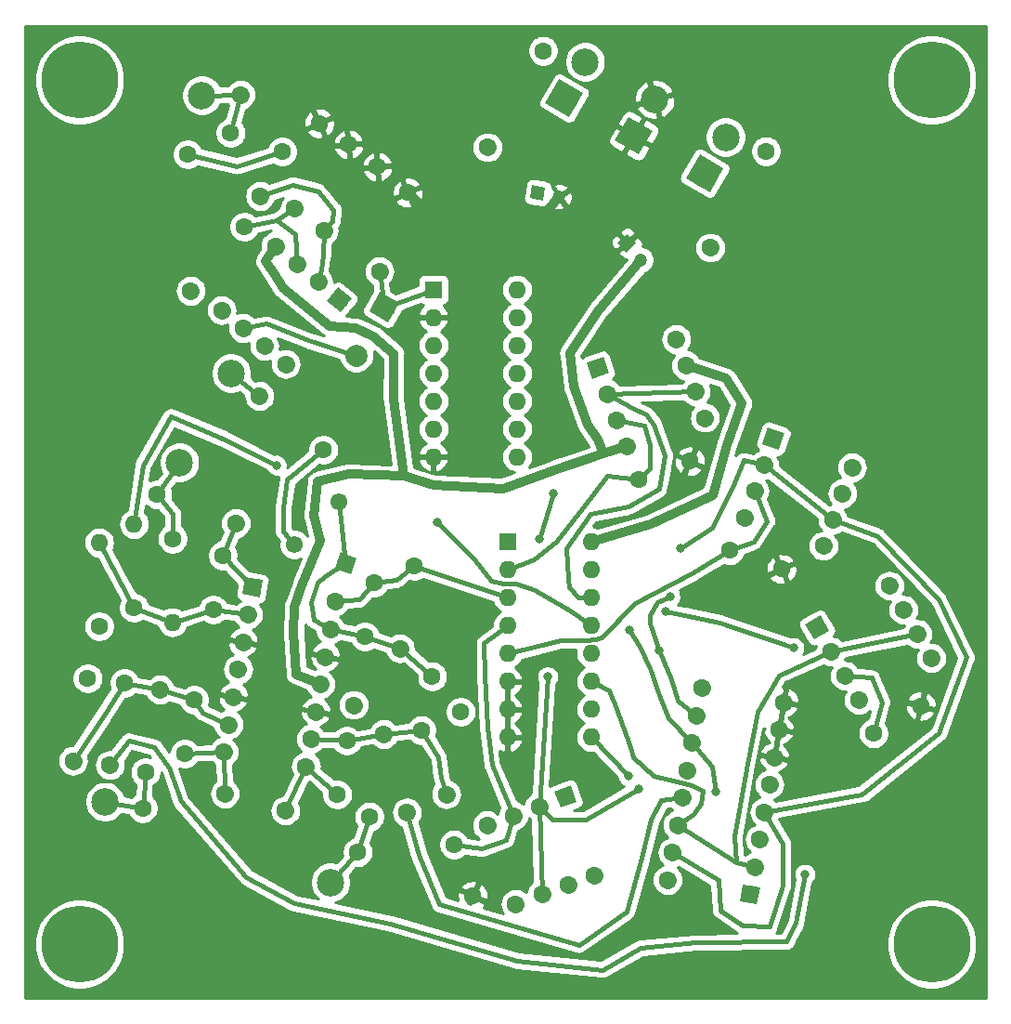
<source format=gbr>
G04 #@! TF.GenerationSoftware,KiCad,Pcbnew,(5.1.2-1)-1*
G04 #@! TF.CreationDate,2021-05-31T13:23:38-04:00*
G04 #@! TF.ProjectId,Analog Shift Register - CGS,416e616c-6f67-4205-9368-696674205265,rev?*
G04 #@! TF.SameCoordinates,Original*
G04 #@! TF.FileFunction,Copper,L2,Bot*
G04 #@! TF.FilePolarity,Positive*
%FSLAX46Y46*%
G04 Gerber Fmt 4.6, Leading zero omitted, Abs format (unit mm)*
G04 Created by KiCad (PCBNEW (5.1.2-1)-1) date 2021-05-31 13:23:38*
%MOMM*%
%LPD*%
G04 APERTURE LIST*
%ADD10C,7.000000*%
%ADD11C,1.200000*%
%ADD12C,0.100000*%
%ADD13C,1.600000*%
%ADD14C,2.000000*%
%ADD15C,2.000000*%
%ADD16C,1.600000*%
%ADD17C,2.499360*%
%ADD18O,1.600000X1.600000*%
%ADD19C,1.550000*%
%ADD20R,1.600000X1.600000*%
%ADD21C,0.800000*%
%ADD22C,0.812800*%
%ADD23C,0.406400*%
%ADD24C,0.254000*%
G04 APERTURE END LIST*
D10*
X17780000Y-96520000D03*
X95504000Y-96520000D03*
X95504000Y-17780000D03*
X17780000Y-17780000D03*
D11*
X59563000Y-28067000D03*
D12*
G36*
X58867926Y-28553696D02*
G01*
X59076304Y-27371926D01*
X60258074Y-27580304D01*
X60049696Y-28762074D01*
X58867926Y-28553696D01*
X58867926Y-28553696D01*
G37*
D11*
X61532616Y-28414296D03*
X68976575Y-34171089D03*
X67691000Y-32639000D03*
D12*
G36*
X66845701Y-32565046D02*
G01*
X67764954Y-31793701D01*
X68536299Y-32712954D01*
X67617046Y-33484299D01*
X66845701Y-32565046D01*
X66845701Y-32565046D01*
G37*
D13*
X36259562Y-24287677D03*
X31561099Y-22577576D03*
X44667846Y-63568397D03*
X43799605Y-68492436D03*
X29966146Y-66025329D03*
X30834387Y-61101290D03*
X53640641Y-92128905D03*
X51930540Y-87430442D03*
X68747512Y-54222501D03*
X73445975Y-52512400D03*
X81787997Y-62347613D03*
X77089534Y-60637512D03*
X90176778Y-77314458D03*
X94506905Y-74814458D03*
X28236042Y-74242050D03*
X27367801Y-79166089D03*
X41287695Y-82881010D03*
X42155936Y-77956971D03*
D14*
X45554120Y-38482665D03*
D12*
G36*
X45188095Y-37116640D02*
G01*
X46920145Y-38116640D01*
X45920145Y-39848690D01*
X44188095Y-38848690D01*
X45188095Y-37116640D01*
X45188095Y-37116640D01*
G37*
D14*
X43014120Y-42882074D03*
D15*
X43014120Y-42882074D02*
X43014120Y-42882074D01*
D13*
X60071000Y-15113000D03*
X54991000Y-23911818D03*
D16*
X54991000Y-23911818D02*
X54991000Y-23911818D01*
D13*
X75311000Y-33055818D03*
D16*
X75311000Y-33055818D02*
X75311000Y-33055818D01*
D13*
X80391000Y-24257000D03*
D17*
X31609659Y-44489645D03*
X28926235Y-19185853D03*
X61976000Y-19431000D03*
D12*
G36*
X62433415Y-21138095D02*
G01*
X60268905Y-19888415D01*
X61518585Y-17723905D01*
X63683095Y-18973585D01*
X62433415Y-21138095D01*
X62433415Y-21138095D01*
G37*
D17*
X63881000Y-16131443D03*
X68326000Y-22860000D03*
D12*
G36*
X68783415Y-24567095D02*
G01*
X66618905Y-23317415D01*
X67868585Y-21152905D01*
X70033095Y-22402585D01*
X68783415Y-24567095D01*
X68783415Y-24567095D01*
G37*
D17*
X70231000Y-19560443D03*
X76708000Y-22989443D03*
X74803000Y-26289000D03*
D12*
G36*
X75260415Y-27996095D02*
G01*
X73095905Y-26746415D01*
X74345585Y-24581905D01*
X76510095Y-25831585D01*
X75260415Y-27996095D01*
X75260415Y-27996095D01*
G37*
D17*
X26887357Y-52636858D03*
X20096780Y-83547483D03*
X40666860Y-90899230D03*
D13*
X40016617Y-51468894D03*
X34179358Y-46570852D03*
D16*
X34179358Y-46570852D02*
X34179358Y-46570852D01*
D13*
X32463465Y-19121795D03*
D16*
X32463465Y-19121795D02*
X32463465Y-19121795D01*
D13*
X39623923Y-21727988D03*
X42778135Y-74715363D03*
D16*
X42778135Y-74715363D02*
X42778135Y-74715363D01*
D13*
X49938593Y-72109170D03*
X34254281Y-28344698D03*
D16*
X34254281Y-28344698D02*
X34254281Y-28344698D01*
D13*
X27655167Y-24534698D03*
X44939422Y-25689931D03*
X40041380Y-31527190D03*
D16*
X40041380Y-31527190D02*
X40041380Y-31527190D01*
D13*
X32817982Y-31144078D03*
X27919940Y-36981337D03*
D16*
X27919940Y-36981337D02*
X27919940Y-36981337D01*
D13*
X37405348Y-29486548D03*
D16*
X37405348Y-29486548D02*
X37405348Y-29486548D01*
D13*
X42303390Y-23649289D03*
X48324856Y-62061278D03*
X47001657Y-69565513D03*
D16*
X47001657Y-69565513D02*
X47001657Y-69565513D01*
D13*
X22749477Y-65862207D03*
D18*
X22749477Y-58242207D03*
X19569831Y-59923074D03*
D13*
X19569831Y-67543074D03*
X47727263Y-28056128D03*
X45121070Y-35216586D03*
D16*
X45121070Y-35216586D02*
X45121070Y-35216586D01*
D18*
X26255993Y-67190042D03*
D13*
X26255993Y-59570042D03*
X24879183Y-55555009D03*
X32039641Y-58161202D03*
D16*
X32039641Y-58161202D02*
X32039641Y-58161202D01*
D13*
X20556232Y-80212751D03*
D16*
X20556232Y-80212751D02*
X20556232Y-80212751D01*
D13*
X21879431Y-72708516D03*
X18515947Y-72295212D03*
X17192748Y-79799447D03*
D16*
X17192748Y-79799447D02*
X17192748Y-79799447D01*
D13*
X23786695Y-80835986D03*
X25109894Y-73331751D03*
D16*
X25109894Y-73331751D02*
X25109894Y-73331751D01*
D13*
X31040403Y-82800367D03*
D16*
X31040403Y-82800367D02*
X31040403Y-82800367D01*
D13*
X23536168Y-84123566D03*
X48960615Y-77024087D03*
X47637416Y-84528322D03*
D16*
X47637416Y-84528322D02*
X47637416Y-84528322D01*
D13*
X51218521Y-82858426D03*
D16*
X51218521Y-82858426D02*
X51218521Y-82858426D01*
D13*
X52541720Y-75354191D03*
X44205845Y-84889184D03*
X45529044Y-77384949D03*
D16*
X45529044Y-77384949D02*
X45529044Y-77384949D01*
D13*
X36553286Y-84344827D03*
D16*
X36553286Y-84344827D02*
X36553286Y-84344827D01*
D13*
X43152400Y-88154827D03*
D19*
X37365819Y-60099773D03*
X42064282Y-61809874D03*
D12*
G36*
X43057609Y-61346678D02*
G01*
X42527478Y-62803201D01*
X41070955Y-62273070D01*
X41601086Y-60816547D01*
X43057609Y-61346678D01*
X43057609Y-61346678D01*
G37*
D19*
X41425151Y-56256361D03*
D13*
X33567822Y-63988287D03*
D12*
G36*
X32641057Y-64637215D02*
G01*
X32918894Y-63061522D01*
X34494587Y-63339359D01*
X34216750Y-64915052D01*
X32641057Y-64637215D01*
X32641057Y-64637215D01*
G37*
D13*
X38425659Y-80319956D03*
D16*
X38425659Y-80319956D02*
X38425659Y-80319956D01*
D13*
X33126756Y-66489699D03*
D16*
X33126756Y-66489699D02*
X33126756Y-66489699D01*
D13*
X38866725Y-77818545D03*
D16*
X38866725Y-77818545D02*
X38866725Y-77818545D01*
D13*
X32685689Y-68991110D03*
D16*
X32685689Y-68991110D02*
X32685689Y-68991110D01*
D13*
X39307792Y-75317133D03*
D16*
X39307792Y-75317133D02*
X39307792Y-75317133D01*
D13*
X32244623Y-71492522D03*
D16*
X32244623Y-71492522D02*
X32244623Y-71492522D01*
D13*
X39748858Y-72815721D03*
D16*
X39748858Y-72815721D02*
X39748858Y-72815721D01*
D13*
X31803557Y-73993934D03*
D16*
X31803557Y-73993934D02*
X31803557Y-73993934D01*
D13*
X40189924Y-70314309D03*
D16*
X40189924Y-70314309D02*
X40189924Y-70314309D01*
D13*
X31362490Y-76495345D03*
D16*
X31362490Y-76495345D02*
X31362490Y-76495345D01*
D13*
X40630991Y-67812898D03*
D16*
X40630991Y-67812898D02*
X40630991Y-67812898D01*
D13*
X30921424Y-78996757D03*
D16*
X30921424Y-78996757D02*
X30921424Y-78996757D01*
D13*
X41072057Y-65311486D03*
D16*
X41072057Y-65311486D02*
X41072057Y-65311486D01*
D13*
X41474590Y-37808742D03*
D12*
G36*
X41375985Y-36681676D02*
G01*
X42601656Y-37710137D01*
X41573195Y-38935808D01*
X40347524Y-37907347D01*
X41375985Y-36681676D01*
X41375985Y-36681676D01*
G37*
D13*
X30739290Y-38747959D03*
D16*
X30739290Y-38747959D02*
X30739290Y-38747959D01*
D13*
X39528837Y-36176061D03*
D16*
X39528837Y-36176061D02*
X39528837Y-36176061D01*
D13*
X32685043Y-40380640D03*
D16*
X32685043Y-40380640D02*
X32685043Y-40380640D01*
D13*
X37583084Y-34543381D03*
D16*
X37583084Y-34543381D02*
X37583084Y-34543381D01*
D13*
X34630796Y-42013320D03*
D16*
X34630796Y-42013320D02*
X34630796Y-42013320D01*
D13*
X35637331Y-32910700D03*
D16*
X35637331Y-32910700D02*
X35637331Y-32910700D01*
D13*
X36576548Y-43646001D03*
D16*
X36576548Y-43646001D02*
X36576548Y-43646001D01*
D20*
X56821316Y-59882863D03*
D18*
X64441316Y-77662863D03*
X56821316Y-62422863D03*
X64441316Y-75122863D03*
X56821316Y-64962863D03*
X64441316Y-72582863D03*
X56821316Y-67502863D03*
X64441316Y-70042863D03*
X56821316Y-70042863D03*
X64441316Y-67502863D03*
X56821316Y-72582863D03*
X64441316Y-64962863D03*
X56821316Y-75122863D03*
X64441316Y-62422863D03*
X56821316Y-77662863D03*
X64441316Y-59882863D03*
X57677485Y-36878143D03*
X50057485Y-52118143D03*
X57677485Y-39418143D03*
X50057485Y-49578143D03*
X57677485Y-41958143D03*
X50057485Y-47038143D03*
X57677485Y-44498143D03*
X50057485Y-44498143D03*
X57677485Y-47038143D03*
X50057485Y-41958143D03*
X57677485Y-49578143D03*
X50057485Y-39418143D03*
X57677485Y-52118143D03*
D20*
X50057485Y-36878143D03*
D13*
X64711856Y-90245042D03*
D16*
X64711856Y-90245042D02*
X64711856Y-90245042D01*
D13*
X54945205Y-85690777D03*
D16*
X54945205Y-85690777D02*
X54945205Y-85690777D01*
D13*
X62325037Y-91113773D03*
D16*
X62325037Y-91113773D02*
X62325037Y-91113773D01*
D13*
X57332024Y-84822046D03*
D16*
X57332024Y-84822046D02*
X57332024Y-84822046D01*
D13*
X59938218Y-91982504D03*
D16*
X59938218Y-91982504D02*
X59938218Y-91982504D01*
D13*
X59718844Y-83953315D03*
D16*
X59718844Y-83953315D02*
X59718844Y-83953315D01*
D13*
X57551399Y-92851235D03*
D16*
X57551399Y-92851235D02*
X57551399Y-92851235D01*
D13*
X62105663Y-83084584D03*
D12*
G36*
X61080293Y-82606446D02*
G01*
X62583801Y-82059214D01*
X63131033Y-83562722D01*
X61627525Y-84109954D01*
X61080293Y-82606446D01*
X61080293Y-82606446D01*
G37*
D13*
X65043547Y-43997792D03*
D12*
G36*
X64565409Y-45023162D02*
G01*
X64018177Y-43519654D01*
X65521685Y-42972422D01*
X66068917Y-44475930D01*
X64565409Y-45023162D01*
X64565409Y-45023162D01*
G37*
D13*
X74810198Y-48552056D03*
D16*
X74810198Y-48552056D02*
X74810198Y-48552056D01*
D13*
X65912278Y-46384611D03*
D16*
X65912278Y-46384611D02*
X65912278Y-46384611D01*
D13*
X73941467Y-46165237D03*
D16*
X73941467Y-46165237D02*
X73941467Y-46165237D01*
D13*
X66781009Y-48771431D03*
D16*
X66781009Y-48771431D02*
X66781009Y-48771431D01*
D13*
X73072736Y-43778418D03*
D16*
X73072736Y-43778418D02*
X73072736Y-43778418D01*
D13*
X67649740Y-51158250D03*
D16*
X67649740Y-51158250D02*
X67649740Y-51158250D01*
D13*
X72204005Y-41391599D03*
D16*
X72204005Y-41391599D02*
X72204005Y-41391599D01*
D13*
X88224219Y-53067257D03*
D16*
X88224219Y-53067257D02*
X88224219Y-53067257D01*
D13*
X78457568Y-57621522D03*
D16*
X78457568Y-57621522D02*
X78457568Y-57621522D01*
D13*
X87355488Y-55454077D03*
D16*
X87355488Y-55454077D02*
X87355488Y-55454077D01*
D13*
X79326299Y-55234703D03*
D16*
X79326299Y-55234703D02*
X79326299Y-55234703D01*
D13*
X86486756Y-57840896D03*
D16*
X86486756Y-57840896D02*
X86486756Y-57840896D01*
D13*
X80195030Y-52847883D03*
D16*
X80195030Y-52847883D02*
X80195030Y-52847883D01*
D13*
X85618025Y-60227715D03*
D16*
X85618025Y-60227715D02*
X85618025Y-60227715D01*
D13*
X81063761Y-50461064D03*
D12*
G36*
X80038391Y-50939202D02*
G01*
X80585623Y-49435694D01*
X82089131Y-49982926D01*
X81541899Y-51486434D01*
X80038391Y-50939202D01*
X80038391Y-50939202D01*
G37*
D13*
X85045733Y-67665229D03*
D12*
G36*
X84752913Y-68758049D02*
G01*
X83952913Y-67372409D01*
X85338553Y-66572409D01*
X86138553Y-67958049D01*
X84752913Y-68758049D01*
X84752913Y-68758049D01*
G37*
D13*
X95454847Y-70454343D03*
D16*
X95454847Y-70454343D02*
X95454847Y-70454343D01*
D13*
X86315733Y-69864934D03*
D16*
X86315733Y-69864934D02*
X86315733Y-69864934D01*
D13*
X94184847Y-68254638D03*
D16*
X94184847Y-68254638D02*
X94184847Y-68254638D01*
D13*
X87585733Y-72064638D03*
D16*
X87585733Y-72064638D02*
X87585733Y-72064638D01*
D13*
X92914847Y-66054934D03*
D16*
X92914847Y-66054934D02*
X92914847Y-66054934D01*
D13*
X88855733Y-74264343D03*
D16*
X88855733Y-74264343D02*
X88855733Y-74264343D01*
D13*
X91644847Y-63855229D03*
D16*
X91644847Y-63855229D02*
X91644847Y-63855229D01*
D13*
X71420615Y-90661496D03*
D16*
X71420615Y-90661496D02*
X71420615Y-90661496D01*
D13*
X82012315Y-74474813D03*
D16*
X82012315Y-74474813D02*
X82012315Y-74474813D01*
D13*
X71861681Y-88160084D03*
D16*
X71861681Y-88160084D02*
X71861681Y-88160084D01*
D13*
X81571248Y-76976225D03*
D16*
X81571248Y-76976225D02*
X81571248Y-76976225D01*
D13*
X72302748Y-85658673D03*
D16*
X72302748Y-85658673D02*
X72302748Y-85658673D01*
D13*
X81130182Y-79477637D03*
D16*
X81130182Y-79477637D02*
X81130182Y-79477637D01*
D13*
X72743814Y-83157261D03*
D16*
X72743814Y-83157261D02*
X72743814Y-83157261D01*
D13*
X80689115Y-81979048D03*
D16*
X80689115Y-81979048D02*
X80689115Y-81979048D01*
D13*
X73184880Y-80655849D03*
D16*
X73184880Y-80655849D02*
X73184880Y-80655849D01*
D13*
X80248049Y-84480460D03*
D16*
X80248049Y-84480460D02*
X80248049Y-84480460D01*
D13*
X73625947Y-78154437D03*
D16*
X73625947Y-78154437D02*
X73625947Y-78154437D01*
D13*
X79806983Y-86981872D03*
D16*
X79806983Y-86981872D02*
X79806983Y-86981872D01*
D13*
X74067013Y-75653026D03*
D16*
X74067013Y-75653026D02*
X74067013Y-75653026D01*
D13*
X79365916Y-89483283D03*
D16*
X79365916Y-89483283D02*
X79365916Y-89483283D01*
D13*
X74508080Y-73151614D03*
D16*
X74508080Y-73151614D02*
X74508080Y-73151614D01*
D13*
X78924850Y-91984695D03*
D12*
G36*
X79851615Y-91335767D02*
G01*
X79573778Y-92911460D01*
X77998085Y-92633623D01*
X78275922Y-91057930D01*
X79851615Y-91335767D01*
X79851615Y-91335767D01*
G37*
D21*
X82913550Y-69514811D03*
X71272103Y-66223723D03*
X35719466Y-52878171D03*
X50441840Y-58101527D03*
X83916548Y-90152458D03*
X67849831Y-81196188D03*
X59761842Y-59601622D03*
X61000004Y-55457156D03*
X70652584Y-69782455D03*
X71630564Y-64867538D03*
X72554140Y-60473421D03*
X75846113Y-82619941D03*
X67973116Y-67861153D03*
X68782621Y-82346600D03*
X60463413Y-72155676D03*
D22*
X64441317Y-59882865D02*
X69842203Y-58270002D01*
X69842203Y-58270002D02*
X75539417Y-55613347D01*
X75539417Y-55613347D02*
X76788547Y-51067422D01*
X76788547Y-51067422D02*
X78178516Y-47248511D01*
X78178516Y-47248511D02*
X76714395Y-44958657D01*
X76714395Y-44958657D02*
X73072736Y-43778418D01*
X61532616Y-28414296D02*
X58293000Y-32258000D01*
X58293000Y-32258000D02*
X51308000Y-31369000D01*
X51308000Y-31369000D02*
X47727263Y-28056128D01*
X61098284Y-53330519D02*
X56432140Y-55010946D01*
X56432140Y-55010946D02*
X50052226Y-54716105D01*
X50052226Y-54716105D02*
X47383288Y-53879842D01*
X47383288Y-53879842D02*
X46408815Y-46902785D01*
X46408815Y-46902785D02*
X46442597Y-42725412D01*
X46442597Y-42725412D02*
X44598517Y-41108168D01*
X44598517Y-41108168D02*
X42971178Y-40380714D01*
X42971178Y-40380714D02*
X40605859Y-40195561D01*
X40605859Y-40195561D02*
X36320992Y-36743887D01*
X36320992Y-36743887D02*
X35475074Y-35354794D01*
X35475074Y-35354794D02*
X34780965Y-34291258D01*
X34780965Y-34291258D02*
X35637332Y-32910700D01*
X47383288Y-53879842D02*
X42327093Y-53661345D01*
X42327093Y-53661345D02*
X39494940Y-54387482D01*
X39494940Y-54387482D02*
X39168508Y-57512284D01*
X39168508Y-57512284D02*
X39710369Y-59736764D01*
X39710369Y-59736764D02*
X38070747Y-63870261D01*
X38070747Y-63870261D02*
X37375764Y-65779717D01*
X37375764Y-65779717D02*
X37309952Y-68188473D01*
X37309952Y-68188473D02*
X37569256Y-71931917D01*
X37569256Y-71931917D02*
X39748857Y-72815722D01*
X68976575Y-34171089D02*
X65024000Y-38862000D01*
X65024000Y-38862000D02*
X62484000Y-42672000D01*
X62484000Y-42672000D02*
X62865000Y-45720000D01*
X62865000Y-45720000D02*
X64135000Y-49149000D01*
X64135000Y-49149000D02*
X65024000Y-50546000D01*
X65565368Y-51849368D02*
X61098284Y-53330519D01*
X65024000Y-50546000D02*
X65565368Y-51849368D01*
X67649741Y-51158251D02*
X65565368Y-51849368D01*
D23*
X27655167Y-24534698D02*
X32125188Y-25621050D01*
X32125188Y-25621050D02*
X36259562Y-24287677D01*
X31561100Y-22577576D02*
X32463465Y-19121796D01*
X28926235Y-19185853D02*
X32463465Y-19121796D01*
X41072057Y-65311485D02*
X43300251Y-65097893D01*
X43300251Y-65097893D02*
X44667846Y-63568397D01*
X44667846Y-63568397D02*
X46642675Y-63341121D01*
X46642675Y-63341121D02*
X48324856Y-62061278D01*
X48324856Y-62061278D02*
X56821316Y-64962864D01*
X49938593Y-72109170D02*
X47001657Y-69565513D01*
X47001657Y-69565513D02*
X43799606Y-68492436D01*
X40630989Y-67812899D02*
X43799606Y-68492436D01*
X40630989Y-67812899D02*
X39111473Y-66952065D01*
X39111473Y-66952065D02*
X38873229Y-65378696D01*
X38873229Y-65378696D02*
X39524779Y-63588582D01*
X39524779Y-63588582D02*
X40143420Y-63002846D01*
X40143420Y-63002846D02*
X42064282Y-61809874D01*
X42064282Y-61809874D02*
X41425151Y-56256360D01*
X22749477Y-65862207D02*
X21220421Y-63008116D01*
X21220421Y-63008116D02*
X19569833Y-59923074D01*
X22749477Y-65862207D02*
X26255993Y-67190042D01*
X29966146Y-66025329D02*
X26255993Y-67190042D01*
X33126754Y-66489701D02*
X29966146Y-66025329D01*
X33567822Y-63988287D02*
X30834387Y-61101290D01*
X30834387Y-61101290D02*
X32039641Y-58161203D01*
X57332024Y-84822046D02*
X55383089Y-80172580D01*
X55383089Y-80172580D02*
X54993475Y-76787158D01*
X54993475Y-76787158D02*
X54723640Y-71958674D01*
X54723640Y-71958674D02*
X54681080Y-69105024D01*
X54681080Y-69105024D02*
X56821316Y-67502862D01*
X51930540Y-87430442D02*
X54491106Y-87821809D01*
X54491106Y-87821809D02*
X56683118Y-86997830D01*
X56683118Y-86997830D02*
X57332024Y-84822046D01*
X66781010Y-48771433D02*
X69324033Y-49296616D01*
X69324033Y-49296616D02*
X69757520Y-51076200D01*
X69757520Y-51076200D02*
X69822019Y-53126933D01*
X69822019Y-53126933D02*
X68747512Y-54222501D01*
X56821317Y-62422864D02*
X59229635Y-61435172D01*
X65904828Y-53863602D02*
X68747512Y-54222501D01*
X59229635Y-61435172D02*
X61280807Y-59884179D01*
X61280807Y-59884179D02*
X63657972Y-56694879D01*
X63657972Y-56694879D02*
X65904828Y-53863602D01*
X77089534Y-60637512D02*
X79281546Y-59813533D01*
X79281546Y-59813533D02*
X80497332Y-57958485D01*
X80497332Y-57958485D02*
X79326297Y-55234702D01*
X73616800Y-62752305D02*
X77089534Y-60637512D01*
X56821317Y-70042864D02*
X61679636Y-68814128D01*
X61679636Y-68814128D02*
X63969052Y-68836505D01*
X63969052Y-68836505D02*
X64815408Y-68739100D01*
X64815408Y-68739100D02*
X65423081Y-68554824D01*
X65423081Y-68554824D02*
X68440387Y-65463365D01*
X68440387Y-65463365D02*
X73616800Y-62752305D01*
X90176778Y-77314458D02*
X90973893Y-74475795D01*
X90973893Y-74475795D02*
X90030572Y-72240344D01*
X90030572Y-72240344D02*
X87585733Y-72064638D01*
X82913550Y-69514811D02*
X76187020Y-67201704D01*
X76187020Y-67201704D02*
X72910409Y-66549718D01*
X72910409Y-66549718D02*
X71272103Y-66223723D01*
X71272103Y-66223723D02*
X71272103Y-66223723D01*
X31362490Y-76495346D02*
X28996452Y-75434051D01*
X28996452Y-75434051D02*
X28236042Y-74242050D01*
X28236042Y-74242050D02*
X25109895Y-73331751D01*
X25109895Y-73331751D02*
X21879431Y-72708516D01*
X17192749Y-79799448D02*
X19990598Y-75670103D01*
X19990598Y-75670103D02*
X21879431Y-72708516D01*
X27367801Y-79166089D02*
X30921424Y-78996757D01*
X30921424Y-78996757D02*
X31040403Y-82800366D01*
X38425658Y-80319956D02*
X36553286Y-84344827D01*
X41287695Y-82881010D02*
X38425658Y-80319956D01*
X38866725Y-77818546D02*
X42155936Y-77956970D01*
X42155936Y-77956970D02*
X45529045Y-77384949D01*
X45529045Y-77384949D02*
X48960615Y-77024087D01*
X48960615Y-77024087D02*
X50500639Y-79476719D01*
X50500639Y-79476719D02*
X50771351Y-81332208D01*
X50771351Y-81332208D02*
X51218521Y-82858426D01*
X45121069Y-35216585D02*
X45554120Y-38482665D01*
X45554120Y-38482665D02*
X50057485Y-36878143D01*
X32685043Y-40380639D02*
X34866085Y-39998563D01*
X34866085Y-39998563D02*
X38641560Y-41507874D01*
X38641560Y-41507874D02*
X43014120Y-42882075D01*
X34179357Y-46570852D02*
X31609659Y-44489645D01*
X26887357Y-52636858D02*
X24879183Y-55555009D01*
X26255993Y-59570042D02*
X26278369Y-57280626D01*
X26278369Y-57280626D02*
X24879183Y-55555009D01*
X23786695Y-80835986D02*
X23536168Y-84123566D01*
X23536168Y-84123566D02*
X20096780Y-83547483D01*
X44205845Y-84889184D02*
X43152400Y-88154827D01*
X43152400Y-88154827D02*
X40666860Y-90899230D01*
X40016617Y-51468894D02*
X36728160Y-54191360D01*
X36728160Y-54191360D02*
X36336793Y-56751925D01*
X36336793Y-56751925D02*
X36357854Y-58922000D01*
X36357854Y-58922000D02*
X37365819Y-60099773D01*
X34254282Y-28344699D02*
X37180945Y-27326044D01*
X37180945Y-27326044D02*
X39535297Y-27912657D01*
X39535297Y-27912657D02*
X40934482Y-29638274D01*
X40934482Y-29638274D02*
X40825671Y-30679875D01*
X40825671Y-30679875D02*
X40041381Y-31527189D01*
X40041381Y-31527189D02*
X39978440Y-33750273D01*
X39978440Y-33750273D02*
X39782756Y-35030555D01*
X39782756Y-35030555D02*
X39528838Y-36176062D01*
X32817982Y-31144078D02*
X35726039Y-30580719D01*
X35726039Y-30580719D02*
X37405350Y-29486548D01*
X37583084Y-34543381D02*
X37418312Y-31872408D01*
X37418312Y-31872408D02*
X35726039Y-30580719D01*
X22749478Y-58242207D02*
X23545372Y-52907132D01*
X23545372Y-52907132D02*
X26118220Y-48437550D01*
X26118220Y-48437550D02*
X31043668Y-50500567D01*
X31043668Y-50500567D02*
X35719466Y-52878171D01*
X35719466Y-52878171D02*
X35719466Y-52878171D01*
X50441840Y-58101527D02*
X53804448Y-61487825D01*
X53804448Y-61487825D02*
X55279538Y-63376219D01*
X55279538Y-63376219D02*
X56397043Y-63647807D01*
X56397043Y-63647807D02*
X57601423Y-63680714D01*
X57601423Y-63680714D02*
X59272195Y-64288826D01*
X59272195Y-64288826D02*
X62515900Y-66145190D01*
X62515900Y-66145190D02*
X64441317Y-67502864D01*
X83916548Y-90152458D02*
X83112313Y-94590013D01*
X83112313Y-94590013D02*
X82222083Y-96293253D01*
X82222083Y-96293253D02*
X73943244Y-96388465D01*
X73943244Y-96388465D02*
X68908548Y-96853545D01*
X68908548Y-96853545D02*
X65479251Y-98848996D01*
X65479251Y-98848996D02*
X57667245Y-98032919D01*
X57667245Y-98032919D02*
X46069235Y-94622492D01*
X46069235Y-94622492D02*
X37400342Y-92818778D01*
X37400342Y-92818778D02*
X33006664Y-90408707D01*
X33006664Y-90408707D02*
X27008462Y-83495268D01*
X27008462Y-83495268D02*
X25967738Y-80413466D01*
X25967738Y-80413466D02*
X24611990Y-78568508D01*
X24611990Y-78568508D02*
X22257637Y-77981895D01*
X22257637Y-77981895D02*
X20556232Y-80212751D01*
X47637415Y-84528322D02*
X48729395Y-88427730D01*
X48729395Y-88427730D02*
X50616036Y-92898627D01*
X50616036Y-92898627D02*
X63331553Y-96580642D01*
X63331553Y-96580642D02*
X67672578Y-93565527D01*
X67672578Y-93565527D02*
X69052017Y-88661579D01*
X69052017Y-88661579D02*
X69910220Y-85189723D01*
X69910220Y-85189723D02*
X70843886Y-83367140D01*
X70843886Y-83367140D02*
X72743814Y-83157261D01*
X64441316Y-77662865D02*
X67849831Y-81196188D01*
X67849831Y-81196188D02*
X67849831Y-81196188D01*
X59761842Y-59601622D02*
X61000004Y-55457156D01*
X61000004Y-55457156D02*
X61000004Y-55457156D01*
X70652584Y-69782455D02*
X71747714Y-72343458D01*
X71747714Y-72343458D02*
X72376449Y-74329256D01*
X72376449Y-74329256D02*
X74067013Y-75653026D01*
X71630564Y-64867538D02*
X70491122Y-65398869D01*
X70491122Y-65398869D02*
X69818075Y-66505405D01*
X69818075Y-66505405D02*
X69796137Y-67308324D01*
X69796137Y-67308324D02*
X70652584Y-69782455D01*
X86315733Y-69864934D02*
X94184847Y-68254638D01*
X86315733Y-69864934D02*
X81599922Y-72010002D01*
X81599922Y-72010002D02*
X79580781Y-75329612D01*
X79580781Y-75329612D02*
X78646238Y-80125189D01*
X78646238Y-80125189D02*
X77461605Y-86721847D01*
X77461605Y-86721847D02*
X77677912Y-89098135D01*
X77677912Y-89098135D02*
X79365916Y-89483283D01*
X77677912Y-89098135D02*
X72302748Y-85658672D01*
X68002516Y-78548750D02*
X66658175Y-74815835D01*
X66658175Y-74815835D02*
X66094375Y-73394276D01*
X66094375Y-73394276D02*
X64441317Y-72582864D01*
X72302748Y-85658672D02*
X73740536Y-84691736D01*
X73740536Y-84691736D02*
X74489488Y-83747977D01*
X74489488Y-83747977D02*
X74641735Y-82587035D01*
X74641735Y-82587035D02*
X73611103Y-82076765D01*
X73611103Y-82076765D02*
X72254916Y-81718303D01*
X72254916Y-81718303D02*
X70139247Y-81218564D01*
X70139247Y-81218564D02*
X68231510Y-79531916D01*
X68231510Y-79531916D02*
X68002516Y-78548750D01*
X80195029Y-52847883D02*
X86486756Y-57840896D01*
X71861682Y-88160084D02*
X76028199Y-90660099D01*
X76028199Y-90660099D02*
X76233537Y-93437847D01*
X76233537Y-93437847D02*
X78283832Y-94859846D01*
X78283832Y-94859846D02*
X80692589Y-94925659D01*
X80692589Y-94925659D02*
X81919781Y-91182652D01*
X81919781Y-91182652D02*
X81942595Y-87406740D01*
X81942595Y-87406740D02*
X80248050Y-84480460D01*
X77373406Y-54659058D02*
X78318042Y-52435016D01*
X78318042Y-52435016D02*
X80195029Y-52847883D01*
X72554140Y-60473421D02*
X75441414Y-58590546D01*
X75441414Y-58590546D02*
X77373406Y-54659058D01*
X80248050Y-84480460D02*
X89137712Y-82862568D01*
X89137712Y-82862568D02*
X96159521Y-77309262D01*
X96159521Y-77309262D02*
X98678842Y-70387487D01*
X98678842Y-70387487D02*
X96130559Y-65135169D01*
X96130559Y-65135169D02*
X90544349Y-59317739D01*
X90544349Y-59317739D02*
X86486756Y-57840896D01*
X65912280Y-46384613D02*
X73941468Y-46165238D01*
X62148662Y-60470353D02*
X62354000Y-63248100D01*
X63246198Y-64948937D02*
X62440581Y-64000417D01*
X62354000Y-63248100D02*
X62440581Y-64000417D01*
X63246198Y-64948937D02*
X64441315Y-64962863D01*
X62148662Y-60470353D02*
X64363049Y-57356957D01*
X64363049Y-57356957D02*
X67878781Y-56609321D01*
X67878781Y-56609321D02*
X70613531Y-55036828D01*
X70613531Y-55036828D02*
X71178644Y-51998898D01*
X71178644Y-51998898D02*
X70170388Y-49199213D01*
X70170388Y-49199213D02*
X69432843Y-48255015D01*
X69432843Y-48255015D02*
X68163530Y-47657872D01*
X68163530Y-47657872D02*
X65912280Y-46384613D01*
X75846113Y-82619941D02*
X75467030Y-80319557D01*
X75467030Y-80319557D02*
X73625948Y-78154438D01*
X73625948Y-78154438D02*
X71529655Y-75913157D01*
X71529655Y-75913157D02*
X70662238Y-73840485D01*
X70662238Y-73840485D02*
X69805791Y-71366355D01*
X69805791Y-71366355D02*
X68894938Y-69413025D01*
X68894938Y-69413025D02*
X67973116Y-67861153D01*
X67973116Y-67861153D02*
X67973116Y-67861153D01*
X59718844Y-83953315D02*
X59938218Y-91982505D01*
X59718844Y-83953315D02*
X60871897Y-85143656D01*
X60871897Y-85143656D02*
X63964232Y-85187969D01*
X63964232Y-85187969D02*
X68782621Y-82346600D01*
X68782621Y-82346600D02*
X68782621Y-82346600D01*
X59718844Y-83953315D02*
X60463413Y-72155676D01*
X60463413Y-72155676D02*
X60463413Y-72155676D01*
D24*
G36*
X100432000Y-101448000D02*
G01*
X12852000Y-101448000D01*
X12852000Y-96112738D01*
X13645000Y-96112738D01*
X13645000Y-96927262D01*
X13803906Y-97726135D01*
X14115611Y-98478657D01*
X14568136Y-99155909D01*
X15144091Y-99731864D01*
X15821343Y-100184389D01*
X16573865Y-100496094D01*
X17372738Y-100655000D01*
X18187262Y-100655000D01*
X18986135Y-100496094D01*
X19738657Y-100184389D01*
X20415909Y-99731864D01*
X20991864Y-99155909D01*
X21444389Y-98478657D01*
X21756094Y-97726135D01*
X21915000Y-96927262D01*
X21915000Y-96112738D01*
X21756094Y-95313865D01*
X21444389Y-94561343D01*
X20991864Y-93884091D01*
X20415909Y-93308136D01*
X19738657Y-92855611D01*
X18986135Y-92543906D01*
X18187262Y-92385000D01*
X17372738Y-92385000D01*
X16573865Y-92543906D01*
X15821343Y-92855611D01*
X15144091Y-93308136D01*
X14568136Y-93884091D01*
X14115611Y-94561343D01*
X13803906Y-95313865D01*
X13645000Y-96112738D01*
X12852000Y-96112738D01*
X12852000Y-79799447D01*
X15750805Y-79799447D01*
X15778512Y-80080756D01*
X15860566Y-80351255D01*
X15993816Y-80600548D01*
X16173140Y-80819055D01*
X16391647Y-80998379D01*
X16640940Y-81131629D01*
X16911439Y-81213683D01*
X17122256Y-81234447D01*
X17263240Y-81234447D01*
X17474057Y-81213683D01*
X17744556Y-81131629D01*
X17993849Y-80998379D01*
X18212356Y-80819055D01*
X18391680Y-80600548D01*
X18524930Y-80351255D01*
X18606984Y-80080756D01*
X18634691Y-79799447D01*
X18606984Y-79518138D01*
X18541685Y-79302873D01*
X20667966Y-76164697D01*
X20675164Y-76155534D01*
X20691041Y-76130639D01*
X20707609Y-76106187D01*
X20713170Y-76095943D01*
X21958384Y-74143516D01*
X22020766Y-74143516D01*
X22298005Y-74088369D01*
X22559158Y-73980196D01*
X22794190Y-73823153D01*
X22865026Y-73752317D01*
X23804434Y-73933552D01*
X23910962Y-74132852D01*
X24090286Y-74351359D01*
X24308793Y-74530683D01*
X24558086Y-74663933D01*
X24828585Y-74745987D01*
X25039402Y-74766751D01*
X25180386Y-74766751D01*
X25391203Y-74745987D01*
X25661702Y-74663933D01*
X25910995Y-74530683D01*
X25994322Y-74462299D01*
X26880984Y-74720485D01*
X26964362Y-74921777D01*
X27121405Y-75156809D01*
X27321283Y-75356687D01*
X27556315Y-75513730D01*
X27817468Y-75621903D01*
X28094707Y-75677050D01*
X28157237Y-75677050D01*
X28265908Y-75847400D01*
X28282891Y-75881514D01*
X28310181Y-75916803D01*
X28311937Y-75919555D01*
X28335465Y-75949497D01*
X28383898Y-76012125D01*
X28386364Y-76014271D01*
X28388392Y-76016852D01*
X28448716Y-76068537D01*
X28508445Y-76120521D01*
X28511284Y-76122146D01*
X28513775Y-76124280D01*
X28582972Y-76163175D01*
X28615841Y-76181987D01*
X28618805Y-76183317D01*
X28657707Y-76205183D01*
X28693942Y-76217020D01*
X29949305Y-76780117D01*
X30030308Y-77047153D01*
X30163558Y-77296446D01*
X30342882Y-77514953D01*
X30483210Y-77630117D01*
X30369616Y-77664575D01*
X30120323Y-77797825D01*
X29901816Y-77977149D01*
X29722492Y-78195656D01*
X29712027Y-78215235D01*
X28497005Y-78273131D01*
X28482438Y-78251330D01*
X28282560Y-78051452D01*
X28047528Y-77894409D01*
X27786375Y-77786236D01*
X27509136Y-77731089D01*
X27226466Y-77731089D01*
X26949227Y-77786236D01*
X26688074Y-77894409D01*
X26453042Y-78051452D01*
X26253164Y-78251330D01*
X26096121Y-78486362D01*
X25987948Y-78747515D01*
X25944439Y-78966247D01*
X25334897Y-78136757D01*
X25333874Y-78134601D01*
X25286142Y-78070409D01*
X25263054Y-78038990D01*
X25261460Y-78037215D01*
X25235353Y-78002106D01*
X25206423Y-77975951D01*
X25180359Y-77946938D01*
X25145329Y-77920718D01*
X25112875Y-77891377D01*
X25079401Y-77871370D01*
X25048176Y-77847998D01*
X25008704Y-77829116D01*
X24971149Y-77806670D01*
X24934409Y-77793576D01*
X24899229Y-77776747D01*
X24856840Y-77765930D01*
X24854589Y-77765128D01*
X24816709Y-77755690D01*
X24739246Y-77735923D01*
X24736864Y-77735795D01*
X22506218Y-77180006D01*
X22473237Y-77167703D01*
X22426323Y-77160099D01*
X22420339Y-77158608D01*
X22385649Y-77153506D01*
X22310253Y-77141286D01*
X22304055Y-77141507D01*
X22297914Y-77140604D01*
X22221594Y-77144449D01*
X22145247Y-77147173D01*
X22139208Y-77148600D01*
X22133013Y-77148912D01*
X22058928Y-77167567D01*
X21984561Y-77185138D01*
X21978918Y-77187715D01*
X21972901Y-77189230D01*
X21903896Y-77221973D01*
X21834368Y-77253722D01*
X21829331Y-77257354D01*
X21823731Y-77260011D01*
X21762476Y-77305559D01*
X21700441Y-77350289D01*
X21696209Y-77354834D01*
X21691236Y-77358532D01*
X21640038Y-77415162D01*
X21616118Y-77440852D01*
X21612375Y-77445760D01*
X21580506Y-77481010D01*
X21562449Y-77511223D01*
X20596507Y-78777751D01*
X20485740Y-78777751D01*
X20274923Y-78798515D01*
X20004424Y-78880569D01*
X19755131Y-79013819D01*
X19536624Y-79193143D01*
X19357300Y-79411650D01*
X19224050Y-79660943D01*
X19141996Y-79931442D01*
X19114289Y-80212751D01*
X19141996Y-80494060D01*
X19224050Y-80764559D01*
X19357300Y-81013852D01*
X19536624Y-81232359D01*
X19755131Y-81411683D01*
X20004424Y-81544933D01*
X20274923Y-81626987D01*
X20485740Y-81647751D01*
X20626724Y-81647751D01*
X20837541Y-81626987D01*
X21108040Y-81544933D01*
X21357333Y-81411683D01*
X21575840Y-81232359D01*
X21755164Y-81013852D01*
X21888414Y-80764559D01*
X21970468Y-80494060D01*
X21998175Y-80212751D01*
X21970468Y-79931442D01*
X21929055Y-79794919D01*
X22589849Y-78928496D01*
X24115726Y-79308685D01*
X24232307Y-79467332D01*
X24205269Y-79456133D01*
X23928030Y-79400986D01*
X23645360Y-79400986D01*
X23368121Y-79456133D01*
X23106968Y-79564306D01*
X22871936Y-79721349D01*
X22672058Y-79921227D01*
X22515015Y-80156259D01*
X22406842Y-80417412D01*
X22351695Y-80694651D01*
X22351695Y-80977321D01*
X22406842Y-81254560D01*
X22515015Y-81515713D01*
X22672058Y-81750745D01*
X22861891Y-81940578D01*
X22789012Y-82896941D01*
X22621409Y-83008929D01*
X22525869Y-83104469D01*
X21909735Y-83001269D01*
X21909033Y-82997742D01*
X21766962Y-82654752D01*
X21560706Y-82346070D01*
X21298193Y-82083557D01*
X20989511Y-81877301D01*
X20646521Y-81735230D01*
X20282405Y-81662803D01*
X19911155Y-81662803D01*
X19547039Y-81735230D01*
X19204049Y-81877301D01*
X18895367Y-82083557D01*
X18632854Y-82346070D01*
X18426598Y-82654752D01*
X18284527Y-82997742D01*
X18212100Y-83361858D01*
X18212100Y-83733108D01*
X18284527Y-84097224D01*
X18426598Y-84440214D01*
X18632854Y-84748896D01*
X18895367Y-85011409D01*
X19204049Y-85217665D01*
X19547039Y-85359736D01*
X19911155Y-85432163D01*
X20282405Y-85432163D01*
X20646521Y-85359736D01*
X20989511Y-85217665D01*
X21298193Y-85011409D01*
X21560706Y-84748896D01*
X21624606Y-84653263D01*
X22245415Y-84757246D01*
X22264488Y-84803293D01*
X22421531Y-85038325D01*
X22621409Y-85238203D01*
X22856441Y-85395246D01*
X23117594Y-85503419D01*
X23394833Y-85558566D01*
X23677503Y-85558566D01*
X23954742Y-85503419D01*
X24215895Y-85395246D01*
X24450927Y-85238203D01*
X24650805Y-85038325D01*
X24807848Y-84803293D01*
X24916021Y-84542140D01*
X24971168Y-84264901D01*
X24971168Y-83982231D01*
X24916021Y-83704992D01*
X24807848Y-83443839D01*
X24650805Y-83208807D01*
X24460972Y-83018974D01*
X24533851Y-82062611D01*
X24701454Y-81950623D01*
X24901332Y-81750745D01*
X25058375Y-81515713D01*
X25166548Y-81254560D01*
X25221695Y-80977321D01*
X25221695Y-80824071D01*
X26200650Y-83722962D01*
X26209478Y-83761757D01*
X26226988Y-83800955D01*
X26227494Y-83802454D01*
X26243889Y-83838790D01*
X26276820Y-83912511D01*
X26277733Y-83913799D01*
X26278386Y-83915247D01*
X26325611Y-83981369D01*
X26348361Y-84013476D01*
X26349384Y-84014656D01*
X26374347Y-84049607D01*
X26403357Y-84076864D01*
X32336021Y-90914767D01*
X32349838Y-90935938D01*
X32389988Y-90976967D01*
X32400522Y-90989109D01*
X32418809Y-91006420D01*
X32465317Y-91053947D01*
X32478647Y-91063064D01*
X32490386Y-91074177D01*
X32546702Y-91109613D01*
X32567453Y-91123806D01*
X32581532Y-91131529D01*
X32630133Y-91162110D01*
X32653749Y-91171142D01*
X36925615Y-93514396D01*
X36926273Y-93514946D01*
X36997257Y-93553694D01*
X37033322Y-93573477D01*
X37034129Y-93573821D01*
X37071197Y-93594056D01*
X37109863Y-93606158D01*
X37147125Y-93622067D01*
X37188457Y-93630755D01*
X37189290Y-93631016D01*
X37229317Y-93639344D01*
X37308704Y-93656032D01*
X37309565Y-93656041D01*
X45865305Y-95436212D01*
X57385464Y-98823747D01*
X57417991Y-98837446D01*
X57464454Y-98846974D01*
X57470278Y-98848687D01*
X57504777Y-98855244D01*
X57539210Y-98862305D01*
X57545254Y-98862936D01*
X57591844Y-98871791D01*
X57627135Y-98871490D01*
X65368780Y-99680217D01*
X65427017Y-99689629D01*
X65491907Y-99687284D01*
X65556849Y-99687668D01*
X65574279Y-99684308D01*
X65592020Y-99683667D01*
X65655209Y-99668707D01*
X65718975Y-99656415D01*
X65735417Y-99649718D01*
X65752689Y-99645629D01*
X65811749Y-99618627D01*
X65871889Y-99594132D01*
X65921139Y-99561644D01*
X69170051Y-97671157D01*
X73986677Y-97226221D01*
X82231437Y-97131401D01*
X82312393Y-97130651D01*
X82353817Y-97122012D01*
X82395887Y-97117379D01*
X82434443Y-97105197D01*
X82474026Y-97096942D01*
X82512974Y-97080385D01*
X82553326Y-97067636D01*
X82588762Y-97048168D01*
X82625977Y-97032348D01*
X82660948Y-97008510D01*
X82698037Y-96988134D01*
X82728993Y-96962128D01*
X82762407Y-96939351D01*
X82792057Y-96909147D01*
X82824456Y-96881928D01*
X82849744Y-96850381D01*
X82878072Y-96821524D01*
X82901259Y-96786117D01*
X82927726Y-96753100D01*
X82965085Y-96681230D01*
X83262218Y-96112738D01*
X91369000Y-96112738D01*
X91369000Y-96927262D01*
X91527906Y-97726135D01*
X91839611Y-98478657D01*
X92292136Y-99155909D01*
X92868091Y-99731864D01*
X93545343Y-100184389D01*
X94297865Y-100496094D01*
X95096738Y-100655000D01*
X95911262Y-100655000D01*
X96710135Y-100496094D01*
X97462657Y-100184389D01*
X98139909Y-99731864D01*
X98715864Y-99155909D01*
X99168389Y-98478657D01*
X99480094Y-97726135D01*
X99639000Y-96927262D01*
X99639000Y-96112738D01*
X99480094Y-95313865D01*
X99168389Y-94561343D01*
X98715864Y-93884091D01*
X98139909Y-93308136D01*
X97462657Y-92855611D01*
X96710135Y-92543906D01*
X95911262Y-92385000D01*
X95096738Y-92385000D01*
X94297865Y-92543906D01*
X93545343Y-92855611D01*
X92868091Y-93308136D01*
X92292136Y-93884091D01*
X91839611Y-94561343D01*
X91527906Y-95313865D01*
X91369000Y-96112738D01*
X83262218Y-96112738D01*
X83818459Y-95048508D01*
X83820503Y-95045928D01*
X83856571Y-94975589D01*
X83874235Y-94941793D01*
X83875469Y-94938735D01*
X83895840Y-94899007D01*
X83906275Y-94862367D01*
X83920528Y-94827036D01*
X83928834Y-94783162D01*
X83929735Y-94779998D01*
X83936512Y-94742602D01*
X83951240Y-94664807D01*
X83951209Y-94661508D01*
X84632968Y-90899749D01*
X84720485Y-90812232D01*
X84833753Y-90642714D01*
X84911774Y-90454356D01*
X84951548Y-90254397D01*
X84951548Y-90050519D01*
X84911774Y-89850560D01*
X84833753Y-89662202D01*
X84720485Y-89492684D01*
X84576322Y-89348521D01*
X84406804Y-89235253D01*
X84218446Y-89157232D01*
X84018487Y-89117458D01*
X83814609Y-89117458D01*
X83614650Y-89157232D01*
X83426292Y-89235253D01*
X83256774Y-89348521D01*
X83112611Y-89492684D01*
X82999343Y-89662202D01*
X82921322Y-89850560D01*
X82881548Y-90050519D01*
X82881548Y-90254397D01*
X82921322Y-90454356D01*
X82982996Y-90603249D01*
X82310318Y-94314904D01*
X81711357Y-95460871D01*
X81338033Y-95465165D01*
X81354126Y-95442204D01*
X81379856Y-95412543D01*
X81401396Y-95374764D01*
X81426355Y-95339155D01*
X81442187Y-95303222D01*
X81461637Y-95269108D01*
X81475392Y-95227854D01*
X81476246Y-95225917D01*
X81488459Y-95188666D01*
X81513864Y-95112475D01*
X81514130Y-95110370D01*
X82692689Y-91515698D01*
X82695961Y-91509664D01*
X82718362Y-91437392D01*
X82729091Y-91404669D01*
X82730574Y-91397994D01*
X82744844Y-91351956D01*
X82748437Y-91317598D01*
X82755931Y-91283873D01*
X82757006Y-91235675D01*
X82757716Y-91228885D01*
X82757924Y-91194515D01*
X82759612Y-91118804D01*
X82758422Y-91112036D01*
X82780383Y-87477427D01*
X82783116Y-87460737D01*
X82780881Y-87395041D01*
X82781028Y-87370635D01*
X82779480Y-87353881D01*
X82777501Y-87295722D01*
X82771899Y-87271838D01*
X82769643Y-87247418D01*
X82753090Y-87191638D01*
X82739800Y-87134973D01*
X82729647Y-87112642D01*
X82722670Y-87089131D01*
X82695553Y-87037654D01*
X82688585Y-87022327D01*
X82676349Y-87001197D01*
X82645718Y-86943048D01*
X82635069Y-86929911D01*
X81570615Y-85091725D01*
X89288254Y-83687139D01*
X89367596Y-83672843D01*
X89406780Y-83657436D01*
X89447284Y-83645868D01*
X89483440Y-83627294D01*
X89521255Y-83612426D01*
X89556683Y-83589669D01*
X89594150Y-83570422D01*
X89658218Y-83519570D01*
X96635153Y-78001755D01*
X96657553Y-77988494D01*
X96699742Y-77950673D01*
X96711761Y-77941168D01*
X96730416Y-77923176D01*
X96780496Y-77878281D01*
X96789739Y-77865959D01*
X96800827Y-77855265D01*
X96839208Y-77800013D01*
X96879574Y-77746201D01*
X96886236Y-77732312D01*
X96895024Y-77719661D01*
X96921886Y-77657987D01*
X96933090Y-77634630D01*
X96938327Y-77620241D01*
X96960957Y-77568285D01*
X96966497Y-77542844D01*
X99454625Y-70706773D01*
X99474640Y-70663345D01*
X99492389Y-70589379D01*
X99511294Y-70515614D01*
X99511649Y-70509115D01*
X99513166Y-70502792D01*
X99516144Y-70426772D01*
X99520295Y-70350749D01*
X99519375Y-70344307D01*
X99519630Y-70337808D01*
X99507713Y-70262623D01*
X99496959Y-70187296D01*
X99494802Y-70181163D01*
X99493783Y-70174733D01*
X99467403Y-70103251D01*
X99442183Y-70031536D01*
X99417830Y-69990398D01*
X96917238Y-64836379D01*
X96915075Y-64828692D01*
X96881228Y-64762159D01*
X96866715Y-64732246D01*
X96862572Y-64725486D01*
X96840210Y-64681530D01*
X96819524Y-64655255D01*
X96802049Y-64626746D01*
X96768572Y-64590539D01*
X96763664Y-64584305D01*
X96740613Y-64560300D01*
X96689958Y-64505514D01*
X96683501Y-64500824D01*
X91158884Y-58747537D01*
X91113367Y-58696763D01*
X91068748Y-58663292D01*
X91026380Y-58627060D01*
X91002866Y-58613872D01*
X90981288Y-58597685D01*
X90930999Y-58573564D01*
X90882374Y-58546291D01*
X90817579Y-58525192D01*
X87868276Y-57451734D01*
X87818938Y-57289088D01*
X87685688Y-57039795D01*
X87551825Y-56876682D01*
X87636797Y-56868313D01*
X87907296Y-56786259D01*
X88156589Y-56653009D01*
X88375096Y-56473685D01*
X88554420Y-56255178D01*
X88687670Y-56005885D01*
X88769724Y-55735386D01*
X88797431Y-55454077D01*
X88769724Y-55172768D01*
X88687670Y-54902269D01*
X88554420Y-54652976D01*
X88420556Y-54489862D01*
X88505528Y-54481493D01*
X88776027Y-54399439D01*
X89025320Y-54266189D01*
X89243827Y-54086865D01*
X89423151Y-53868358D01*
X89556401Y-53619065D01*
X89638455Y-53348566D01*
X89666162Y-53067257D01*
X89638455Y-52785948D01*
X89556401Y-52515449D01*
X89423151Y-52266156D01*
X89243827Y-52047649D01*
X89025320Y-51868325D01*
X88776027Y-51735075D01*
X88505528Y-51653021D01*
X88294711Y-51632257D01*
X88153727Y-51632257D01*
X87942910Y-51653021D01*
X87672411Y-51735075D01*
X87423118Y-51868325D01*
X87204611Y-52047649D01*
X87025287Y-52266156D01*
X86892037Y-52515449D01*
X86809983Y-52785948D01*
X86782276Y-53067257D01*
X86809983Y-53348566D01*
X86892037Y-53619065D01*
X87025287Y-53868358D01*
X87159151Y-54031472D01*
X87074179Y-54039841D01*
X86803680Y-54121895D01*
X86554387Y-54255145D01*
X86335880Y-54434469D01*
X86156556Y-54652976D01*
X86023306Y-54902269D01*
X85941252Y-55172768D01*
X85913545Y-55454077D01*
X85941252Y-55735386D01*
X86023306Y-56005885D01*
X86156556Y-56255178D01*
X86290419Y-56418291D01*
X86205447Y-56426660D01*
X86095206Y-56460101D01*
X81630191Y-52916737D01*
X81636973Y-52847883D01*
X81609266Y-52566574D01*
X81527212Y-52296075D01*
X81429427Y-52113131D01*
X81444833Y-52117080D01*
X81569731Y-52123899D01*
X81693560Y-52106220D01*
X81811560Y-52064724D01*
X81919197Y-52001004D01*
X82012335Y-51917509D01*
X82087394Y-51817449D01*
X82141491Y-51704667D01*
X82688723Y-50201159D01*
X82719777Y-50079992D01*
X82726596Y-49955094D01*
X82708917Y-49831265D01*
X82667421Y-49713265D01*
X82603701Y-49605628D01*
X82520206Y-49512490D01*
X82420146Y-49437431D01*
X82307364Y-49383334D01*
X80803856Y-48836102D01*
X80682689Y-48805048D01*
X80557791Y-48798229D01*
X80433962Y-48815908D01*
X80315962Y-48857404D01*
X80208325Y-48921124D01*
X80115187Y-49004619D01*
X80040128Y-49104679D01*
X79986031Y-49217461D01*
X79438799Y-50720969D01*
X79407745Y-50842136D01*
X79400926Y-50967034D01*
X79418605Y-51090863D01*
X79460101Y-51208863D01*
X79523821Y-51316500D01*
X79607316Y-51409638D01*
X79707376Y-51484697D01*
X79722118Y-51491768D01*
X79643222Y-51515701D01*
X79393929Y-51648951D01*
X79235870Y-51778666D01*
X78533715Y-51624218D01*
X78489744Y-51610449D01*
X78412375Y-51602129D01*
X78335024Y-51592933D01*
X78330292Y-51593303D01*
X78325579Y-51592796D01*
X78248062Y-51599731D01*
X78170417Y-51605800D01*
X78165851Y-51607085D01*
X78161125Y-51607508D01*
X78086392Y-51629450D01*
X78011481Y-51650534D01*
X78007256Y-51652684D01*
X78002702Y-51654021D01*
X77933670Y-51690128D01*
X77864327Y-51725414D01*
X77860603Y-51728346D01*
X77856396Y-51730547D01*
X77795713Y-51779446D01*
X77734609Y-51827564D01*
X77731530Y-51831166D01*
X77727831Y-51834146D01*
X77677843Y-51893958D01*
X77627311Y-51953059D01*
X77624994Y-51957192D01*
X77623596Y-51958864D01*
X77781563Y-51383979D01*
X79128207Y-47684107D01*
X79137027Y-47668377D01*
X79163215Y-47587924D01*
X79174607Y-47556624D01*
X79179065Y-47539228D01*
X79200521Y-47473313D01*
X79204469Y-47440107D01*
X79212775Y-47407699D01*
X79216555Y-47338456D01*
X79224741Y-47269611D01*
X79222134Y-47236267D01*
X79223958Y-47202867D01*
X79214158Y-47134224D01*
X79208754Y-47065096D01*
X79199691Y-47032896D01*
X79194964Y-46999787D01*
X79171965Y-46934386D01*
X79153176Y-46867631D01*
X79138004Y-46837816D01*
X79126910Y-46806268D01*
X79091592Y-46746608D01*
X79083453Y-46730613D01*
X79065522Y-46702570D01*
X79022410Y-46629743D01*
X79010369Y-46616312D01*
X77646663Y-44483504D01*
X77646421Y-44482887D01*
X77591986Y-44397990D01*
X77564222Y-44354568D01*
X77563802Y-44354035D01*
X77535695Y-44310199D01*
X77500498Y-44273647D01*
X77469107Y-44233784D01*
X77429528Y-44199944D01*
X77393406Y-44162431D01*
X77351754Y-44133448D01*
X77313191Y-44100476D01*
X77267774Y-44075010D01*
X77225024Y-44045262D01*
X77178512Y-44024958D01*
X77134261Y-44000146D01*
X77084757Y-43984032D01*
X77084124Y-43983756D01*
X77034317Y-43967614D01*
X76939197Y-43936652D01*
X76938543Y-43936574D01*
X74333048Y-43092151D01*
X74271668Y-42977317D01*
X74092344Y-42758810D01*
X73873837Y-42579486D01*
X73624544Y-42446236D01*
X73354045Y-42364182D01*
X73269074Y-42355813D01*
X73402937Y-42192700D01*
X73536187Y-41943407D01*
X73618241Y-41672908D01*
X73645948Y-41391599D01*
X73618241Y-41110290D01*
X73536187Y-40839791D01*
X73402937Y-40590498D01*
X73223613Y-40371991D01*
X73005106Y-40192667D01*
X72755813Y-40059417D01*
X72485314Y-39977363D01*
X72274497Y-39956599D01*
X72133513Y-39956599D01*
X71922696Y-39977363D01*
X71652197Y-40059417D01*
X71402904Y-40192667D01*
X71184397Y-40371991D01*
X71005073Y-40590498D01*
X70871823Y-40839791D01*
X70789769Y-41110290D01*
X70762062Y-41391599D01*
X70789769Y-41672908D01*
X70871823Y-41943407D01*
X71005073Y-42192700D01*
X71184397Y-42411207D01*
X71402904Y-42590531D01*
X71652197Y-42723781D01*
X71922696Y-42805835D01*
X72007667Y-42814204D01*
X71873804Y-42977317D01*
X71740554Y-43226610D01*
X71658500Y-43497109D01*
X71630793Y-43778418D01*
X71658500Y-44059727D01*
X71740554Y-44330226D01*
X71873804Y-44579519D01*
X72053128Y-44798026D01*
X72271635Y-44977350D01*
X72520928Y-45110600D01*
X72791427Y-45192654D01*
X72876398Y-45201023D01*
X72746441Y-45359377D01*
X67054889Y-45514882D01*
X66931886Y-45365003D01*
X66713379Y-45185679D01*
X66464086Y-45052429D01*
X66385190Y-45028496D01*
X66399932Y-45021425D01*
X66499992Y-44946366D01*
X66583487Y-44853228D01*
X66647207Y-44745591D01*
X66688703Y-44627591D01*
X66706382Y-44503762D01*
X66699563Y-44378864D01*
X66668509Y-44257697D01*
X66121277Y-42754189D01*
X66067180Y-42641407D01*
X65992121Y-42541347D01*
X65898983Y-42457852D01*
X65791346Y-42394132D01*
X65673346Y-42352636D01*
X65549517Y-42334957D01*
X65424619Y-42341776D01*
X65303452Y-42372830D01*
X63799944Y-42920062D01*
X63687162Y-42974159D01*
X63587102Y-43049218D01*
X63581445Y-43055529D01*
X63565415Y-42927288D01*
X65858064Y-39488314D01*
X69338252Y-35358032D01*
X69561567Y-35265532D01*
X69763842Y-35130376D01*
X69935862Y-34958356D01*
X70071018Y-34756081D01*
X70164115Y-34531325D01*
X70211575Y-34292726D01*
X70211575Y-34049452D01*
X70164115Y-33810853D01*
X70071018Y-33586097D01*
X69935862Y-33383822D01*
X69763842Y-33211802D01*
X69561567Y-33076646D01*
X69511284Y-33055818D01*
X73869057Y-33055818D01*
X73896764Y-33337127D01*
X73978818Y-33607626D01*
X74112068Y-33856919D01*
X74291392Y-34075426D01*
X74509899Y-34254750D01*
X74759192Y-34388000D01*
X75029691Y-34470054D01*
X75240508Y-34490818D01*
X75381492Y-34490818D01*
X75592309Y-34470054D01*
X75862808Y-34388000D01*
X76112101Y-34254750D01*
X76330608Y-34075426D01*
X76509932Y-33856919D01*
X76643182Y-33607626D01*
X76725236Y-33337127D01*
X76752943Y-33055818D01*
X76725236Y-32774509D01*
X76643182Y-32504010D01*
X76509932Y-32254717D01*
X76330608Y-32036210D01*
X76112101Y-31856886D01*
X75862808Y-31723636D01*
X75592309Y-31641582D01*
X75381492Y-31620818D01*
X75240508Y-31620818D01*
X75029691Y-31641582D01*
X74759192Y-31723636D01*
X74509899Y-31856886D01*
X74291392Y-32036210D01*
X74112068Y-32254717D01*
X73978818Y-32504010D01*
X73896764Y-32774509D01*
X73869057Y-33055818D01*
X69511284Y-33055818D01*
X69336811Y-32983549D01*
X69128557Y-32942125D01*
X69148880Y-32891505D01*
X69171943Y-32768566D01*
X69170579Y-32643490D01*
X69144840Y-32521082D01*
X69095715Y-32406049D01*
X69025091Y-32302809D01*
X68820741Y-32064055D01*
X68597089Y-32044487D01*
X67869922Y-32654654D01*
X67882777Y-32669974D01*
X67688202Y-32833243D01*
X67675346Y-32817922D01*
X66948179Y-33428088D01*
X66928612Y-33651740D01*
X67128254Y-33894444D01*
X67217662Y-33981922D01*
X67322417Y-34050277D01*
X67438495Y-34096880D01*
X67561434Y-34119943D01*
X67658766Y-34118882D01*
X64288966Y-38118158D01*
X64283282Y-38122832D01*
X64222916Y-38196545D01*
X64194657Y-38230083D01*
X64190519Y-38236105D01*
X64185876Y-38241775D01*
X64161476Y-38278374D01*
X64107595Y-38356794D01*
X64104695Y-38363547D01*
X61667072Y-42019983D01*
X61657993Y-42029550D01*
X61610273Y-42105182D01*
X61589129Y-42136897D01*
X61582955Y-42148478D01*
X61548528Y-42203040D01*
X61534810Y-42238777D01*
X61516799Y-42272558D01*
X61498134Y-42334321D01*
X61475013Y-42394554D01*
X61468530Y-42432283D01*
X61457457Y-42468924D01*
X61451200Y-42533134D01*
X61440273Y-42596728D01*
X61441275Y-42634996D01*
X61437563Y-42673094D01*
X61443955Y-42737299D01*
X61444298Y-42750412D01*
X61449023Y-42788211D01*
X61457884Y-42877223D01*
X61461727Y-42889844D01*
X61827498Y-45816017D01*
X61831656Y-45885018D01*
X61853189Y-45967108D01*
X61871917Y-46049874D01*
X61900033Y-46113025D01*
X63143506Y-49470402D01*
X63159521Y-49527778D01*
X63202134Y-49611969D01*
X63243463Y-49696901D01*
X63279488Y-49744366D01*
X64096916Y-51028897D01*
X64173661Y-51213664D01*
X60806455Y-52330129D01*
X60793553Y-52333389D01*
X60757916Y-52346223D01*
X60721981Y-52358138D01*
X60709828Y-52363541D01*
X58754597Y-53067682D01*
X58876417Y-52919244D01*
X59009667Y-52669951D01*
X59091721Y-52399452D01*
X59119428Y-52118143D01*
X59091721Y-51836834D01*
X59009667Y-51566335D01*
X58876417Y-51317042D01*
X58697093Y-51098535D01*
X58478586Y-50919211D01*
X58345627Y-50848143D01*
X58478586Y-50777075D01*
X58697093Y-50597751D01*
X58876417Y-50379244D01*
X59009667Y-50129951D01*
X59091721Y-49859452D01*
X59119428Y-49578143D01*
X59091721Y-49296834D01*
X59009667Y-49026335D01*
X58876417Y-48777042D01*
X58697093Y-48558535D01*
X58478586Y-48379211D01*
X58345627Y-48308143D01*
X58478586Y-48237075D01*
X58697093Y-48057751D01*
X58876417Y-47839244D01*
X59009667Y-47589951D01*
X59091721Y-47319452D01*
X59119428Y-47038143D01*
X59091721Y-46756834D01*
X59009667Y-46486335D01*
X58876417Y-46237042D01*
X58697093Y-46018535D01*
X58478586Y-45839211D01*
X58345627Y-45768143D01*
X58478586Y-45697075D01*
X58697093Y-45517751D01*
X58876417Y-45299244D01*
X59009667Y-45049951D01*
X59091721Y-44779452D01*
X59119428Y-44498143D01*
X59091721Y-44216834D01*
X59009667Y-43946335D01*
X58876417Y-43697042D01*
X58697093Y-43478535D01*
X58478586Y-43299211D01*
X58345627Y-43228143D01*
X58478586Y-43157075D01*
X58697093Y-42977751D01*
X58876417Y-42759244D01*
X59009667Y-42509951D01*
X59091721Y-42239452D01*
X59119428Y-41958143D01*
X59091721Y-41676834D01*
X59009667Y-41406335D01*
X58876417Y-41157042D01*
X58697093Y-40938535D01*
X58478586Y-40759211D01*
X58345627Y-40688143D01*
X58478586Y-40617075D01*
X58697093Y-40437751D01*
X58876417Y-40219244D01*
X59009667Y-39969951D01*
X59091721Y-39699452D01*
X59119428Y-39418143D01*
X59091721Y-39136834D01*
X59009667Y-38866335D01*
X58876417Y-38617042D01*
X58697093Y-38398535D01*
X58478586Y-38219211D01*
X58345627Y-38148143D01*
X58478586Y-38077075D01*
X58697093Y-37897751D01*
X58876417Y-37679244D01*
X59009667Y-37429951D01*
X59091721Y-37159452D01*
X59119428Y-36878143D01*
X59091721Y-36596834D01*
X59009667Y-36326335D01*
X58876417Y-36077042D01*
X58697093Y-35858535D01*
X58478586Y-35679211D01*
X58229293Y-35545961D01*
X57958794Y-35463907D01*
X57747977Y-35443143D01*
X57606993Y-35443143D01*
X57396176Y-35463907D01*
X57125677Y-35545961D01*
X56876384Y-35679211D01*
X56657877Y-35858535D01*
X56478553Y-36077042D01*
X56345303Y-36326335D01*
X56263249Y-36596834D01*
X56235542Y-36878143D01*
X56263249Y-37159452D01*
X56345303Y-37429951D01*
X56478553Y-37679244D01*
X56657877Y-37897751D01*
X56876384Y-38077075D01*
X57009343Y-38148143D01*
X56876384Y-38219211D01*
X56657877Y-38398535D01*
X56478553Y-38617042D01*
X56345303Y-38866335D01*
X56263249Y-39136834D01*
X56235542Y-39418143D01*
X56263249Y-39699452D01*
X56345303Y-39969951D01*
X56478553Y-40219244D01*
X56657877Y-40437751D01*
X56876384Y-40617075D01*
X57009343Y-40688143D01*
X56876384Y-40759211D01*
X56657877Y-40938535D01*
X56478553Y-41157042D01*
X56345303Y-41406335D01*
X56263249Y-41676834D01*
X56235542Y-41958143D01*
X56263249Y-42239452D01*
X56345303Y-42509951D01*
X56478553Y-42759244D01*
X56657877Y-42977751D01*
X56876384Y-43157075D01*
X57009343Y-43228143D01*
X56876384Y-43299211D01*
X56657877Y-43478535D01*
X56478553Y-43697042D01*
X56345303Y-43946335D01*
X56263249Y-44216834D01*
X56235542Y-44498143D01*
X56263249Y-44779452D01*
X56345303Y-45049951D01*
X56478553Y-45299244D01*
X56657877Y-45517751D01*
X56876384Y-45697075D01*
X57009343Y-45768143D01*
X56876384Y-45839211D01*
X56657877Y-46018535D01*
X56478553Y-46237042D01*
X56345303Y-46486335D01*
X56263249Y-46756834D01*
X56235542Y-47038143D01*
X56263249Y-47319452D01*
X56345303Y-47589951D01*
X56478553Y-47839244D01*
X56657877Y-48057751D01*
X56876384Y-48237075D01*
X57009343Y-48308143D01*
X56876384Y-48379211D01*
X56657877Y-48558535D01*
X56478553Y-48777042D01*
X56345303Y-49026335D01*
X56263249Y-49296834D01*
X56235542Y-49578143D01*
X56263249Y-49859452D01*
X56345303Y-50129951D01*
X56478553Y-50379244D01*
X56657877Y-50597751D01*
X56876384Y-50777075D01*
X57009343Y-50848143D01*
X56876384Y-50919211D01*
X56657877Y-51098535D01*
X56478553Y-51317042D01*
X56345303Y-51566335D01*
X56263249Y-51836834D01*
X56235542Y-52118143D01*
X56263249Y-52399452D01*
X56345303Y-52669951D01*
X56478553Y-52919244D01*
X56657877Y-53137751D01*
X56876384Y-53317075D01*
X57125677Y-53450325D01*
X57396176Y-53532379D01*
X57449626Y-53537643D01*
X56273746Y-53961115D01*
X50234962Y-53682039D01*
X48323520Y-53083123D01*
X48237493Y-52467182D01*
X48665581Y-52467182D01*
X48706239Y-52601230D01*
X48826448Y-52855563D01*
X48993966Y-53081557D01*
X49202354Y-53270528D01*
X49443604Y-53415213D01*
X49708445Y-53510052D01*
X49930485Y-53388767D01*
X49930485Y-52245143D01*
X50184485Y-52245143D01*
X50184485Y-53388767D01*
X50406525Y-53510052D01*
X50671366Y-53415213D01*
X50912616Y-53270528D01*
X51121004Y-53081557D01*
X51288522Y-52855563D01*
X51408731Y-52601230D01*
X51449389Y-52467182D01*
X51327400Y-52245143D01*
X50184485Y-52245143D01*
X49930485Y-52245143D01*
X48787570Y-52245143D01*
X48665581Y-52467182D01*
X48237493Y-52467182D01*
X47450800Y-46834602D01*
X47483859Y-42746623D01*
X47486794Y-42656981D01*
X47476327Y-42593582D01*
X47470545Y-42529568D01*
X47459656Y-42492598D01*
X47453380Y-42454583D01*
X47430745Y-42394441D01*
X47412586Y-42332789D01*
X47394696Y-42298658D01*
X47381122Y-42262592D01*
X47347183Y-42208013D01*
X47317350Y-42151097D01*
X47293148Y-42121116D01*
X47272797Y-42088388D01*
X47228860Y-42041476D01*
X47188499Y-41991477D01*
X47148545Y-41958143D01*
X48615542Y-41958143D01*
X48643249Y-42239452D01*
X48725303Y-42509951D01*
X48858553Y-42759244D01*
X49037877Y-42977751D01*
X49256384Y-43157075D01*
X49389343Y-43228143D01*
X49256384Y-43299211D01*
X49037877Y-43478535D01*
X48858553Y-43697042D01*
X48725303Y-43946335D01*
X48643249Y-44216834D01*
X48615542Y-44498143D01*
X48643249Y-44779452D01*
X48725303Y-45049951D01*
X48858553Y-45299244D01*
X49037877Y-45517751D01*
X49256384Y-45697075D01*
X49389343Y-45768143D01*
X49256384Y-45839211D01*
X49037877Y-46018535D01*
X48858553Y-46237042D01*
X48725303Y-46486335D01*
X48643249Y-46756834D01*
X48615542Y-47038143D01*
X48643249Y-47319452D01*
X48725303Y-47589951D01*
X48858553Y-47839244D01*
X49037877Y-48057751D01*
X49256384Y-48237075D01*
X49389343Y-48308143D01*
X49256384Y-48379211D01*
X49037877Y-48558535D01*
X48858553Y-48777042D01*
X48725303Y-49026335D01*
X48643249Y-49296834D01*
X48615542Y-49578143D01*
X48643249Y-49859452D01*
X48725303Y-50129951D01*
X48858553Y-50379244D01*
X49037877Y-50597751D01*
X49256384Y-50777075D01*
X49394167Y-50850722D01*
X49202354Y-50965758D01*
X48993966Y-51154729D01*
X48826448Y-51380723D01*
X48706239Y-51635056D01*
X48665581Y-51769104D01*
X48787570Y-51991143D01*
X49930485Y-51991143D01*
X49930485Y-51971143D01*
X50184485Y-51971143D01*
X50184485Y-51991143D01*
X51327400Y-51991143D01*
X51449389Y-51769104D01*
X51408731Y-51635056D01*
X51288522Y-51380723D01*
X51121004Y-51154729D01*
X50912616Y-50965758D01*
X50720803Y-50850722D01*
X50858586Y-50777075D01*
X51077093Y-50597751D01*
X51256417Y-50379244D01*
X51389667Y-50129951D01*
X51471721Y-49859452D01*
X51499428Y-49578143D01*
X51471721Y-49296834D01*
X51389667Y-49026335D01*
X51256417Y-48777042D01*
X51077093Y-48558535D01*
X50858586Y-48379211D01*
X50725627Y-48308143D01*
X50858586Y-48237075D01*
X51077093Y-48057751D01*
X51256417Y-47839244D01*
X51389667Y-47589951D01*
X51471721Y-47319452D01*
X51499428Y-47038143D01*
X51471721Y-46756834D01*
X51389667Y-46486335D01*
X51256417Y-46237042D01*
X51077093Y-46018535D01*
X50858586Y-45839211D01*
X50725627Y-45768143D01*
X50858586Y-45697075D01*
X51077093Y-45517751D01*
X51256417Y-45299244D01*
X51389667Y-45049951D01*
X51471721Y-44779452D01*
X51499428Y-44498143D01*
X51471721Y-44216834D01*
X51389667Y-43946335D01*
X51256417Y-43697042D01*
X51077093Y-43478535D01*
X50858586Y-43299211D01*
X50725627Y-43228143D01*
X50858586Y-43157075D01*
X51077093Y-42977751D01*
X51256417Y-42759244D01*
X51389667Y-42509951D01*
X51471721Y-42239452D01*
X51499428Y-41958143D01*
X51471721Y-41676834D01*
X51389667Y-41406335D01*
X51256417Y-41157042D01*
X51077093Y-40938535D01*
X50858586Y-40759211D01*
X50720803Y-40685564D01*
X50912616Y-40570528D01*
X51121004Y-40381557D01*
X51288522Y-40155563D01*
X51408731Y-39901230D01*
X51449389Y-39767182D01*
X51327400Y-39545143D01*
X50184485Y-39545143D01*
X50184485Y-39565143D01*
X49930485Y-39565143D01*
X49930485Y-39545143D01*
X48787570Y-39545143D01*
X48665581Y-39767182D01*
X48706239Y-39901230D01*
X48826448Y-40155563D01*
X48993966Y-40381557D01*
X49202354Y-40570528D01*
X49394167Y-40685564D01*
X49256384Y-40759211D01*
X49037877Y-40938535D01*
X48858553Y-41157042D01*
X48725303Y-41406335D01*
X48643249Y-41676834D01*
X48615542Y-41958143D01*
X47148545Y-41958143D01*
X47119643Y-41934030D01*
X45360280Y-40391082D01*
X45358651Y-40388982D01*
X45283289Y-40323563D01*
X45246708Y-40291481D01*
X45244554Y-40289937D01*
X45203739Y-40254507D01*
X45161385Y-40230338D01*
X45121744Y-40201931D01*
X45072516Y-40179625D01*
X45070212Y-40178311D01*
X45025692Y-40158410D01*
X44934892Y-40117268D01*
X44932310Y-40116666D01*
X43466949Y-39461620D01*
X43445858Y-39448131D01*
X43373491Y-39419842D01*
X43349476Y-39409107D01*
X43325865Y-39401225D01*
X43254800Y-39373445D01*
X43228749Y-39368804D01*
X43203649Y-39360425D01*
X43127955Y-39350848D01*
X43103444Y-39346482D01*
X43077212Y-39344429D01*
X43000134Y-39334677D01*
X42975163Y-39336440D01*
X42125759Y-39269951D01*
X42444222Y-38890422D01*
X43551389Y-38890422D01*
X43571765Y-39013835D01*
X43615826Y-39130902D01*
X43681878Y-39237124D01*
X43767385Y-39328418D01*
X43869059Y-39401276D01*
X45601109Y-40401276D01*
X45715043Y-40452900D01*
X45836860Y-40481303D01*
X45961877Y-40485396D01*
X46085290Y-40465020D01*
X46202357Y-40420959D01*
X46308579Y-40354907D01*
X46399873Y-40269400D01*
X46472731Y-40167726D01*
X47288678Y-38754466D01*
X48878025Y-38188191D01*
X48902991Y-38208680D01*
X49013305Y-38267645D01*
X49133003Y-38303955D01*
X49157565Y-38306374D01*
X48993966Y-38454729D01*
X48826448Y-38680723D01*
X48706239Y-38935056D01*
X48665581Y-39069104D01*
X48787570Y-39291143D01*
X49930485Y-39291143D01*
X49930485Y-39271143D01*
X50184485Y-39271143D01*
X50184485Y-39291143D01*
X51327400Y-39291143D01*
X51449389Y-39069104D01*
X51408731Y-38935056D01*
X51288522Y-38680723D01*
X51121004Y-38454729D01*
X50957405Y-38306374D01*
X50981967Y-38303955D01*
X51101665Y-38267645D01*
X51211979Y-38208680D01*
X51308670Y-38129328D01*
X51388022Y-38032637D01*
X51446987Y-37922323D01*
X51483297Y-37802625D01*
X51495557Y-37678143D01*
X51495557Y-36078143D01*
X51483297Y-35953661D01*
X51446987Y-35833963D01*
X51388022Y-35723649D01*
X51308670Y-35626958D01*
X51211979Y-35547606D01*
X51101665Y-35488641D01*
X50981967Y-35452331D01*
X50857485Y-35440071D01*
X49257485Y-35440071D01*
X49133003Y-35452331D01*
X49013305Y-35488641D01*
X48902991Y-35547606D01*
X48806300Y-35626958D01*
X48726948Y-35723649D01*
X48667983Y-35833963D01*
X48631673Y-35953661D01*
X48619413Y-36078143D01*
X48619413Y-36500706D01*
X46626979Y-37210599D01*
X46198165Y-36963023D01*
X46105611Y-36264973D01*
X46140678Y-36236194D01*
X46320002Y-36017687D01*
X46453252Y-35768394D01*
X46535306Y-35497895D01*
X46563013Y-35216586D01*
X46535306Y-34935277D01*
X46453252Y-34664778D01*
X46320002Y-34415485D01*
X46140678Y-34196978D01*
X45922171Y-34017654D01*
X45672878Y-33884404D01*
X45402379Y-33802350D01*
X45191562Y-33781586D01*
X45050578Y-33781586D01*
X44839761Y-33802350D01*
X44569262Y-33884404D01*
X44319969Y-34017654D01*
X44101462Y-34196978D01*
X43922138Y-34415485D01*
X43788888Y-34664778D01*
X43706834Y-34935277D01*
X43679127Y-35216586D01*
X43706834Y-35497895D01*
X43788888Y-35768394D01*
X43922138Y-36017687D01*
X44101462Y-36236194D01*
X44319969Y-36415518D01*
X44443237Y-36481406D01*
X44513241Y-37009378D01*
X43635509Y-38529654D01*
X43583885Y-38643588D01*
X43555482Y-38765405D01*
X43551389Y-38890422D01*
X42444222Y-38890422D01*
X43090447Y-38120282D01*
X43161071Y-38017043D01*
X43210196Y-37902009D01*
X43235935Y-37779602D01*
X43237300Y-37654526D01*
X43214237Y-37531586D01*
X43167633Y-37415508D01*
X43099279Y-37310753D01*
X43011801Y-37221346D01*
X41786130Y-36192885D01*
X41682891Y-36122261D01*
X41567857Y-36073136D01*
X41445450Y-36047397D01*
X41320374Y-36046032D01*
X41197434Y-36069095D01*
X41081356Y-36115699D01*
X40976601Y-36184053D01*
X40969288Y-36191208D01*
X40970780Y-36176061D01*
X40943073Y-35894752D01*
X40861019Y-35624253D01*
X40727769Y-35374960D01*
X40599739Y-35218955D01*
X40605113Y-35197895D01*
X40607123Y-35184747D01*
X40610002Y-35171757D01*
X40613337Y-35144089D01*
X40796153Y-33947992D01*
X40799529Y-33937901D01*
X40808608Y-33866504D01*
X40813237Y-33836220D01*
X40813803Y-33825656D01*
X40815139Y-33815148D01*
X40816007Y-33784497D01*
X40819854Y-33712655D01*
X40818339Y-33702122D01*
X40846055Y-32723189D01*
X41060988Y-32546798D01*
X41091651Y-32509434D01*
X66210057Y-32509434D01*
X66211421Y-32634510D01*
X66237160Y-32756918D01*
X66286285Y-32871951D01*
X66356909Y-32975191D01*
X66561259Y-33213945D01*
X66784911Y-33233513D01*
X67512078Y-32623346D01*
X66901912Y-31896179D01*
X66678260Y-31876612D01*
X66435556Y-32076254D01*
X66348078Y-32165662D01*
X66279723Y-32270417D01*
X66233120Y-32386495D01*
X66210057Y-32509434D01*
X41091651Y-32509434D01*
X41240312Y-32328291D01*
X41373562Y-32078998D01*
X41455616Y-31808499D01*
X41463060Y-31732911D01*
X67096487Y-31732911D01*
X67706654Y-32460078D01*
X68433821Y-31849912D01*
X68453388Y-31626260D01*
X68253746Y-31383556D01*
X68164338Y-31296078D01*
X68059583Y-31227723D01*
X67943505Y-31181120D01*
X67820566Y-31158057D01*
X67695490Y-31159421D01*
X67573082Y-31185160D01*
X67458049Y-31234285D01*
X67354809Y-31304909D01*
X67116055Y-31509259D01*
X67096487Y-31732911D01*
X41463060Y-31732911D01*
X41483323Y-31527190D01*
X41455616Y-31245881D01*
X41453259Y-31238110D01*
X41473571Y-31218036D01*
X41507227Y-31168306D01*
X41543520Y-31120427D01*
X41553421Y-31100048D01*
X41566112Y-31081296D01*
X41589418Y-31025957D01*
X41615674Y-30971917D01*
X41621409Y-30949998D01*
X41630198Y-30929130D01*
X41642260Y-30870309D01*
X41657469Y-30812183D01*
X41661273Y-30748401D01*
X41763869Y-29766303D01*
X41772178Y-29725783D01*
X41772468Y-29676880D01*
X41773154Y-29560676D01*
X41741901Y-29398551D01*
X41695550Y-29284752D01*
X41679618Y-29245636D01*
X41611481Y-29142344D01*
X41611474Y-29142336D01*
X41588701Y-29107813D01*
X41559630Y-29078396D01*
X41467366Y-28964606D01*
X46607501Y-28964606D01*
X46806252Y-29165604D01*
X47040398Y-29323966D01*
X47300939Y-29433606D01*
X47577864Y-29490309D01*
X47860530Y-29491898D01*
X48001092Y-29471831D01*
X48151800Y-29267059D01*
X47665834Y-28224902D01*
X46623677Y-28710867D01*
X46607501Y-28964606D01*
X41467366Y-28964606D01*
X40838799Y-28189395D01*
X46291493Y-28189395D01*
X46311560Y-28329957D01*
X46516332Y-28480665D01*
X47295019Y-28117557D01*
X47896037Y-28117557D01*
X48382002Y-29159714D01*
X48635741Y-29175890D01*
X48836739Y-28977139D01*
X48995101Y-28742993D01*
X49068902Y-28567615D01*
X58230006Y-28567615D01*
X58244979Y-28691800D01*
X58283891Y-28810677D01*
X58345248Y-28919679D01*
X58426691Y-29014616D01*
X58525090Y-29091840D01*
X58636664Y-29148384D01*
X58757126Y-29182074D01*
X59938896Y-29390452D01*
X60063615Y-29399994D01*
X60187800Y-29385021D01*
X60306677Y-29346109D01*
X60415679Y-29284752D01*
X60510616Y-29203309D01*
X60564399Y-29134778D01*
X60725078Y-29134778D01*
X60732841Y-29363181D01*
X60933327Y-29500977D01*
X61156843Y-29597012D01*
X61394800Y-29647596D01*
X61638053Y-29650784D01*
X61877254Y-29606456D01*
X61959621Y-29579495D01*
X62045034Y-29367522D01*
X61501428Y-28591173D01*
X60725078Y-29134778D01*
X60564399Y-29134778D01*
X60587840Y-29104910D01*
X60644384Y-28993336D01*
X60678074Y-28872874D01*
X60681144Y-28855465D01*
X61266656Y-28445484D01*
X61709493Y-28445484D01*
X62253098Y-29221834D01*
X62481501Y-29214071D01*
X62619297Y-29013585D01*
X62715332Y-28790069D01*
X62765916Y-28552112D01*
X62769104Y-28308859D01*
X62724776Y-28069658D01*
X62697815Y-27987291D01*
X62485842Y-27901878D01*
X61709493Y-28445484D01*
X61266656Y-28445484D01*
X61335789Y-28397077D01*
X61338867Y-28400155D01*
X61518475Y-28220547D01*
X60893742Y-27595814D01*
X60895994Y-27566385D01*
X60883297Y-27461070D01*
X61020198Y-27461070D01*
X61563804Y-28237419D01*
X62340154Y-27693814D01*
X62332391Y-27465411D01*
X62131905Y-27327615D01*
X61908389Y-27231580D01*
X61670432Y-27180996D01*
X61427179Y-27177808D01*
X61187978Y-27222136D01*
X61105611Y-27249097D01*
X61020198Y-27461070D01*
X60883297Y-27461070D01*
X60881021Y-27442200D01*
X60842109Y-27323323D01*
X60780752Y-27214321D01*
X60699309Y-27119384D01*
X60600910Y-27042160D01*
X60489336Y-26985616D01*
X60368874Y-26951926D01*
X59440038Y-26788147D01*
X72459199Y-26788147D01*
X72479575Y-26911560D01*
X72523636Y-27028627D01*
X72589689Y-27134849D01*
X72675195Y-27226143D01*
X72776869Y-27299002D01*
X74941379Y-28548682D01*
X75055314Y-28600305D01*
X75177130Y-28628708D01*
X75302147Y-28632801D01*
X75425560Y-28612425D01*
X75542627Y-28568364D01*
X75648849Y-28502311D01*
X75740143Y-28416805D01*
X75813002Y-28315131D01*
X77062682Y-26150621D01*
X77114305Y-26036686D01*
X77142708Y-25914870D01*
X77146801Y-25789853D01*
X77126425Y-25666440D01*
X77082364Y-25549373D01*
X77016311Y-25443151D01*
X76930805Y-25351857D01*
X76829131Y-25278998D01*
X74664621Y-24029318D01*
X74550686Y-23977695D01*
X74428870Y-23949292D01*
X74303853Y-23945199D01*
X74180440Y-23965575D01*
X74063373Y-24009636D01*
X73957151Y-24075689D01*
X73865857Y-24161195D01*
X73792998Y-24262869D01*
X72543318Y-26427379D01*
X72491695Y-26541314D01*
X72463292Y-26663130D01*
X72459199Y-26788147D01*
X59440038Y-26788147D01*
X59187104Y-26743548D01*
X59062385Y-26734006D01*
X58938200Y-26748979D01*
X58819323Y-26787891D01*
X58710321Y-26849248D01*
X58615384Y-26930691D01*
X58538160Y-27029090D01*
X58481616Y-27140664D01*
X58447926Y-27261126D01*
X58239548Y-28442896D01*
X58230006Y-28567615D01*
X49068902Y-28567615D01*
X49104741Y-28482452D01*
X49161444Y-28205527D01*
X49163033Y-27922861D01*
X49142966Y-27782299D01*
X48938194Y-27631591D01*
X47896037Y-28117557D01*
X47295019Y-28117557D01*
X47558489Y-27994699D01*
X47072524Y-26952542D01*
X46818785Y-26936366D01*
X46617787Y-27135117D01*
X46459425Y-27369263D01*
X46349785Y-27629804D01*
X46293082Y-27906729D01*
X46291493Y-28189395D01*
X40838799Y-28189395D01*
X40197430Y-27398395D01*
X40158660Y-27346255D01*
X40114906Y-27306698D01*
X40073457Y-27264756D01*
X40053795Y-27251449D01*
X40036182Y-27235526D01*
X39985564Y-27205273D01*
X39936718Y-27172215D01*
X39914834Y-27162999D01*
X39894456Y-27150819D01*
X39838897Y-27131018D01*
X39784551Y-27108130D01*
X39720929Y-27095083D01*
X37427585Y-26523671D01*
X37392668Y-26510835D01*
X37347690Y-26503764D01*
X37343647Y-26502757D01*
X37306987Y-26497366D01*
X37229560Y-26485194D01*
X37225372Y-26485363D01*
X37221222Y-26484753D01*
X37142925Y-26488698D01*
X37064585Y-26491866D01*
X37060507Y-26492850D01*
X37056321Y-26493061D01*
X36980296Y-26512205D01*
X36944295Y-26520892D01*
X36940363Y-26522260D01*
X36896209Y-26533379D01*
X36862596Y-26549328D01*
X35083259Y-27168644D01*
X35055382Y-27145766D01*
X34806089Y-27012516D01*
X34535590Y-26930462D01*
X34324773Y-26909698D01*
X34183789Y-26909698D01*
X33972972Y-26930462D01*
X33702473Y-27012516D01*
X33453180Y-27145766D01*
X33234673Y-27325090D01*
X33055349Y-27543597D01*
X32922099Y-27792890D01*
X32840045Y-28063389D01*
X32812338Y-28344698D01*
X32840045Y-28626007D01*
X32922099Y-28896506D01*
X33055349Y-29145799D01*
X33234673Y-29364306D01*
X33453180Y-29543630D01*
X33702473Y-29676880D01*
X33972972Y-29758934D01*
X34183789Y-29779698D01*
X34324773Y-29779698D01*
X34535590Y-29758934D01*
X34806089Y-29676880D01*
X35055382Y-29543630D01*
X35273889Y-29364306D01*
X35453213Y-29145799D01*
X35586463Y-28896506D01*
X35629862Y-28753435D01*
X36358852Y-28499703D01*
X36206416Y-28685447D01*
X36073166Y-28934740D01*
X35991112Y-29205239D01*
X35969815Y-29421463D01*
X35405753Y-29788983D01*
X33802811Y-30099511D01*
X33732741Y-30029441D01*
X33497709Y-29872398D01*
X33236556Y-29764225D01*
X32959317Y-29709078D01*
X32676647Y-29709078D01*
X32399408Y-29764225D01*
X32138255Y-29872398D01*
X31903223Y-30029441D01*
X31703345Y-30229319D01*
X31546302Y-30464351D01*
X31438129Y-30725504D01*
X31382982Y-31002743D01*
X31382982Y-31285413D01*
X31438129Y-31562652D01*
X31546302Y-31823805D01*
X31703345Y-32058837D01*
X31903223Y-32258715D01*
X32138255Y-32415758D01*
X32399408Y-32523931D01*
X32676647Y-32579078D01*
X32959317Y-32579078D01*
X33236556Y-32523931D01*
X33497709Y-32415758D01*
X33732741Y-32258715D01*
X33932619Y-32058837D01*
X34089662Y-31823805D01*
X34122222Y-31745199D01*
X35267360Y-31523359D01*
X35085523Y-31578518D01*
X34836230Y-31711768D01*
X34617723Y-31891092D01*
X34438399Y-32109599D01*
X34305149Y-32358892D01*
X34223095Y-32629391D01*
X34195388Y-32910700D01*
X34223095Y-33192009D01*
X34227777Y-33207444D01*
X33935264Y-33679007D01*
X33917224Y-33700510D01*
X33881311Y-33765985D01*
X33869034Y-33785777D01*
X33856715Y-33810828D01*
X33818571Y-33880370D01*
X33811529Y-33902712D01*
X33801190Y-33923736D01*
X33780742Y-34000388D01*
X33756904Y-34076018D01*
X33754356Y-34099299D01*
X33748316Y-34121942D01*
X33743216Y-34201100D01*
X33734589Y-34279938D01*
X33736633Y-34303278D01*
X33735127Y-34326655D01*
X33745565Y-34405266D01*
X33752486Y-34484294D01*
X33759045Y-34506790D01*
X33762128Y-34530007D01*
X33787700Y-34605067D01*
X33809907Y-34681230D01*
X33820728Y-34702012D01*
X33828282Y-34724185D01*
X33868014Y-34792827D01*
X33880908Y-34817591D01*
X33893638Y-34837097D01*
X33931048Y-34901727D01*
X33949578Y-34922809D01*
X34594082Y-35910339D01*
X35392156Y-37220867D01*
X35402648Y-37245559D01*
X35445387Y-37308279D01*
X35458144Y-37329227D01*
X35474195Y-37350555D01*
X35518164Y-37415079D01*
X35535759Y-37432357D01*
X35550591Y-37452064D01*
X35608824Y-37504102D01*
X35627859Y-37522794D01*
X35646948Y-37538171D01*
X35703552Y-37588754D01*
X35726667Y-37602388D01*
X39917186Y-40978061D01*
X39958362Y-41017618D01*
X40036692Y-41067714D01*
X38923211Y-40717771D01*
X35229247Y-39241047D01*
X35206157Y-39228016D01*
X35152780Y-39210478D01*
X35138999Y-39204969D01*
X35113645Y-39197620D01*
X35049296Y-39176477D01*
X35034487Y-39174675D01*
X35020150Y-39170519D01*
X34952635Y-39164713D01*
X34885395Y-39156530D01*
X34870516Y-39157652D01*
X34855647Y-39156373D01*
X34788311Y-39163849D01*
X34762003Y-39165832D01*
X34747391Y-39168392D01*
X34691544Y-39174592D01*
X34666268Y-39182603D01*
X33694637Y-39352814D01*
X33486144Y-39181708D01*
X33236851Y-39048458D01*
X32966352Y-38966404D01*
X32755535Y-38945640D01*
X32614551Y-38945640D01*
X32403734Y-38966404D01*
X32149171Y-39043624D01*
X32153526Y-39029268D01*
X32181233Y-38747959D01*
X32153526Y-38466650D01*
X32071472Y-38196151D01*
X31938222Y-37946858D01*
X31758898Y-37728351D01*
X31540391Y-37549027D01*
X31291098Y-37415777D01*
X31020599Y-37333723D01*
X30809782Y-37312959D01*
X30668798Y-37312959D01*
X30457981Y-37333723D01*
X30187482Y-37415777D01*
X29938189Y-37549027D01*
X29719682Y-37728351D01*
X29540358Y-37946858D01*
X29407108Y-38196151D01*
X29325054Y-38466650D01*
X29297347Y-38747959D01*
X29325054Y-39029268D01*
X29407108Y-39299767D01*
X29540358Y-39549060D01*
X29719682Y-39767567D01*
X29938189Y-39946891D01*
X30187482Y-40080141D01*
X30457981Y-40162195D01*
X30668798Y-40182959D01*
X30809782Y-40182959D01*
X31020599Y-40162195D01*
X31275162Y-40084975D01*
X31270807Y-40099331D01*
X31243100Y-40380640D01*
X31270807Y-40661949D01*
X31352861Y-40932448D01*
X31486111Y-41181741D01*
X31665435Y-41400248D01*
X31883942Y-41579572D01*
X32133235Y-41712822D01*
X32403734Y-41794876D01*
X32614551Y-41815640D01*
X32755535Y-41815640D01*
X32966352Y-41794876D01*
X33220914Y-41717656D01*
X33216560Y-41732011D01*
X33188853Y-42013320D01*
X33216560Y-42294629D01*
X33298614Y-42565128D01*
X33431864Y-42814421D01*
X33611188Y-43032928D01*
X33829695Y-43212252D01*
X34078988Y-43345502D01*
X34349487Y-43427556D01*
X34560304Y-43448320D01*
X34701288Y-43448320D01*
X34912105Y-43427556D01*
X35166667Y-43350336D01*
X35162312Y-43364692D01*
X35134605Y-43646001D01*
X35162312Y-43927310D01*
X35244366Y-44197809D01*
X35377616Y-44447102D01*
X35556940Y-44665609D01*
X35775447Y-44844933D01*
X36024740Y-44978183D01*
X36295239Y-45060237D01*
X36506056Y-45081001D01*
X36647040Y-45081001D01*
X36857857Y-45060237D01*
X37128356Y-44978183D01*
X37377649Y-44844933D01*
X37596156Y-44665609D01*
X37775480Y-44447102D01*
X37908730Y-44197809D01*
X37990784Y-43927310D01*
X38018491Y-43646001D01*
X37990784Y-43364692D01*
X37908730Y-43094193D01*
X37775480Y-42844900D01*
X37596156Y-42626393D01*
X37377649Y-42447069D01*
X37128356Y-42313819D01*
X36857857Y-42231765D01*
X36647040Y-42211001D01*
X36506056Y-42211001D01*
X36295239Y-42231765D01*
X36040677Y-42308985D01*
X36045032Y-42294629D01*
X36072739Y-42013320D01*
X36045032Y-41732011D01*
X35962978Y-41461512D01*
X35880216Y-41306676D01*
X38321773Y-42282730D01*
X38350975Y-42295169D01*
X38359922Y-42297981D01*
X38368645Y-42301468D01*
X38399185Y-42310320D01*
X41420111Y-43259732D01*
X41496268Y-43510789D01*
X41648089Y-43794826D01*
X41852406Y-44043788D01*
X42101368Y-44248105D01*
X42385405Y-44399926D01*
X42693604Y-44493417D01*
X42933798Y-44517074D01*
X43094442Y-44517074D01*
X43334636Y-44493417D01*
X43642835Y-44399926D01*
X43926872Y-44248105D01*
X44175834Y-44043788D01*
X44380151Y-43794826D01*
X44531972Y-43510789D01*
X44625463Y-43202590D01*
X44657031Y-42882074D01*
X44625463Y-42561558D01*
X44607025Y-42500775D01*
X45397375Y-43193906D01*
X45368072Y-46817343D01*
X45364112Y-46842566D01*
X45367245Y-46919698D01*
X45367036Y-46945513D01*
X45369320Y-46970803D01*
X45370351Y-46996176D01*
X45373922Y-47021743D01*
X45380867Y-47098628D01*
X45388081Y-47123121D01*
X46178925Y-52785426D01*
X42368912Y-52620781D01*
X42269950Y-52616469D01*
X42218956Y-52624322D01*
X42167444Y-52627158D01*
X42071658Y-52651752D01*
X39266839Y-53370881D01*
X39197101Y-53384325D01*
X39120261Y-53415623D01*
X39042290Y-53444010D01*
X39025404Y-53454259D01*
X39007118Y-53461707D01*
X38937876Y-53507384D01*
X38866926Y-53550446D01*
X38852363Y-53563793D01*
X38835882Y-53574665D01*
X38776873Y-53632980D01*
X38715695Y-53689050D01*
X38704019Y-53704977D01*
X38689973Y-53718858D01*
X38643466Y-53787577D01*
X38594411Y-53854493D01*
X38586067Y-53872390D01*
X38574997Y-53888748D01*
X38542786Y-53965230D01*
X38507733Y-54040419D01*
X38503042Y-54059598D01*
X38495375Y-54077802D01*
X38478703Y-54159102D01*
X38458993Y-54239683D01*
X38455902Y-54310624D01*
X38140758Y-57327379D01*
X38134416Y-57352015D01*
X38130121Y-57429196D01*
X38127430Y-57454959D01*
X38127280Y-57480251D01*
X38123019Y-57556835D01*
X38126675Y-57582637D01*
X38126521Y-57608693D01*
X38141038Y-57684001D01*
X38144588Y-57709052D01*
X38150721Y-57734230D01*
X38165351Y-57810122D01*
X38174946Y-57833679D01*
X38534943Y-59311560D01*
X38461037Y-59200951D01*
X38264641Y-59004555D01*
X38033704Y-58850248D01*
X37777101Y-58743959D01*
X37504692Y-58689773D01*
X37262363Y-58689773D01*
X37193053Y-58608788D01*
X37175610Y-56811571D01*
X37508517Y-54633487D01*
X39651464Y-52859373D01*
X39875282Y-52903894D01*
X40157952Y-52903894D01*
X40435191Y-52848747D01*
X40696344Y-52740574D01*
X40931376Y-52583531D01*
X41131254Y-52383653D01*
X41288297Y-52148621D01*
X41396470Y-51887468D01*
X41451617Y-51610229D01*
X41451617Y-51327559D01*
X41396470Y-51050320D01*
X41288297Y-50789167D01*
X41131254Y-50554135D01*
X40931376Y-50354257D01*
X40696344Y-50197214D01*
X40435191Y-50089041D01*
X40157952Y-50033894D01*
X39875282Y-50033894D01*
X39598043Y-50089041D01*
X39336890Y-50197214D01*
X39101858Y-50354257D01*
X38901980Y-50554135D01*
X38744937Y-50789167D01*
X38636764Y-51050320D01*
X38581617Y-51327559D01*
X38581617Y-51568736D01*
X36730345Y-53101378D01*
X36754466Y-52980110D01*
X36754466Y-52776232D01*
X36714692Y-52576273D01*
X36636671Y-52387915D01*
X36523403Y-52218397D01*
X36379240Y-52074234D01*
X36209722Y-51960966D01*
X36021364Y-51882945D01*
X35821405Y-51843171D01*
X35617527Y-51843171D01*
X35556990Y-51855212D01*
X31432712Y-49758053D01*
X31405463Y-49743349D01*
X31396007Y-49739388D01*
X31386891Y-49734753D01*
X31358117Y-49723518D01*
X26452628Y-47668862D01*
X26387926Y-47639646D01*
X26336372Y-47627695D01*
X26285796Y-47612135D01*
X26256136Y-47609095D01*
X26227081Y-47602360D01*
X26174187Y-47600697D01*
X26121546Y-47595302D01*
X26091854Y-47598108D01*
X26062051Y-47597171D01*
X26009853Y-47605858D01*
X25957168Y-47610837D01*
X25928600Y-47619380D01*
X25899181Y-47624276D01*
X25849668Y-47642984D01*
X25798980Y-47658142D01*
X25772632Y-47672092D01*
X25744728Y-47682635D01*
X25699818Y-47710642D01*
X25653059Y-47735398D01*
X25629936Y-47754222D01*
X25604628Y-47770005D01*
X25566047Y-47806234D01*
X25525013Y-47839639D01*
X25506005Y-47862614D01*
X25484265Y-47883029D01*
X25453491Y-47926090D01*
X25419765Y-47966856D01*
X25386066Y-48029308D01*
X22843349Y-52446548D01*
X22823304Y-52473529D01*
X22802259Y-52517931D01*
X22798392Y-52524648D01*
X22784646Y-52555090D01*
X22752587Y-52622729D01*
X22750682Y-52630309D01*
X22747468Y-52637426D01*
X22730576Y-52710296D01*
X22722421Y-52742738D01*
X22721276Y-52750414D01*
X22710182Y-52798271D01*
X22709126Y-52831858D01*
X22092341Y-56966324D01*
X21948376Y-57043275D01*
X21729869Y-57222599D01*
X21550545Y-57441106D01*
X21417295Y-57690399D01*
X21335241Y-57960898D01*
X21307534Y-58242207D01*
X21335241Y-58523516D01*
X21417295Y-58794015D01*
X21550545Y-59043308D01*
X21729869Y-59261815D01*
X21948376Y-59441139D01*
X22197669Y-59574389D01*
X22468168Y-59656443D01*
X22678985Y-59677207D01*
X22819969Y-59677207D01*
X23030786Y-59656443D01*
X23301285Y-59574389D01*
X23550578Y-59441139D01*
X23769085Y-59261815D01*
X23948409Y-59043308D01*
X24081659Y-58794015D01*
X24163713Y-58523516D01*
X24191420Y-58242207D01*
X24163713Y-57960898D01*
X24081659Y-57690399D01*
X23948409Y-57441106D01*
X23769085Y-57222599D01*
X23751244Y-57207958D01*
X23848799Y-56554021D01*
X23964424Y-56669646D01*
X24199456Y-56826689D01*
X24460609Y-56934862D01*
X24737848Y-56990009D01*
X24963612Y-56990009D01*
X25437261Y-57574160D01*
X25429222Y-58396613D01*
X25341234Y-58455405D01*
X25141356Y-58655283D01*
X24984313Y-58890315D01*
X24876140Y-59151468D01*
X24820993Y-59428707D01*
X24820993Y-59711377D01*
X24876140Y-59988616D01*
X24984313Y-60249769D01*
X25141356Y-60484801D01*
X25341234Y-60684679D01*
X25576266Y-60841722D01*
X25837419Y-60949895D01*
X26114658Y-61005042D01*
X26397328Y-61005042D01*
X26674567Y-60949895D01*
X26935720Y-60841722D01*
X27170752Y-60684679D01*
X27370630Y-60484801D01*
X27527673Y-60249769D01*
X27635846Y-59988616D01*
X27690993Y-59711377D01*
X27690993Y-59428707D01*
X27635846Y-59151468D01*
X27527673Y-58890315D01*
X27370630Y-58655283D01*
X27170752Y-58455405D01*
X27105552Y-58411840D01*
X27115738Y-57369731D01*
X27116065Y-57368135D01*
X27116542Y-57287465D01*
X27116931Y-57247651D01*
X27116787Y-57246024D01*
X27117041Y-57203028D01*
X27109516Y-57163990D01*
X27106006Y-57124392D01*
X27093929Y-57083131D01*
X27085788Y-57040901D01*
X27070788Y-57004074D01*
X27059623Y-56965930D01*
X27039728Y-56927818D01*
X27023505Y-56887988D01*
X27001611Y-56854798D01*
X26983217Y-56819561D01*
X26956271Y-56786065D01*
X26955368Y-56784696D01*
X26930175Y-56753626D01*
X26879725Y-56690912D01*
X26878479Y-56689869D01*
X26266651Y-55935301D01*
X26314183Y-55696344D01*
X26314183Y-55413674D01*
X26259036Y-55136435D01*
X26231116Y-55069029D01*
X26619181Y-54505118D01*
X26701732Y-54521538D01*
X27072982Y-54521538D01*
X27437098Y-54449111D01*
X27780088Y-54307040D01*
X28088770Y-54100784D01*
X28351283Y-53838271D01*
X28557539Y-53529589D01*
X28699610Y-53186599D01*
X28772037Y-52822483D01*
X28772037Y-52451233D01*
X28699610Y-52087117D01*
X28557539Y-51744127D01*
X28351283Y-51435445D01*
X28088770Y-51172932D01*
X27780088Y-50966676D01*
X27437098Y-50824605D01*
X27072982Y-50752178D01*
X26701732Y-50752178D01*
X26337616Y-50824605D01*
X25994626Y-50966676D01*
X25685944Y-51172932D01*
X25423431Y-51435445D01*
X25217175Y-51744127D01*
X25075104Y-52087117D01*
X25002677Y-52451233D01*
X25002677Y-52822483D01*
X25075104Y-53186599D01*
X25217175Y-53529589D01*
X25236061Y-53557854D01*
X24849205Y-54120009D01*
X24737848Y-54120009D01*
X24460609Y-54175156D01*
X24199456Y-54283329D01*
X24186226Y-54292169D01*
X24350983Y-53187762D01*
X26475999Y-49496160D01*
X30691323Y-51261743D01*
X34793704Y-53347769D01*
X34802261Y-53368427D01*
X34915529Y-53537945D01*
X35059692Y-53682108D01*
X35229210Y-53795376D01*
X35417568Y-53873397D01*
X35617527Y-53913171D01*
X35821405Y-53913171D01*
X35943707Y-53888844D01*
X35936399Y-53904121D01*
X35930369Y-53927753D01*
X35921131Y-53950328D01*
X35909998Y-54007580D01*
X35905803Y-54024020D01*
X35902136Y-54048013D01*
X35889615Y-54112403D01*
X35889688Y-54129454D01*
X35516659Y-56570043D01*
X35509167Y-56595634D01*
X35504214Y-56651468D01*
X35501996Y-56665980D01*
X35500578Y-56692454D01*
X35498233Y-56718892D01*
X35498376Y-56733586D01*
X35495379Y-56789544D01*
X35499175Y-56815934D01*
X35518938Y-58852211D01*
X35518130Y-58856763D01*
X35519739Y-58934675D01*
X35520094Y-58971302D01*
X35520589Y-58975873D01*
X35521538Y-59021837D01*
X35529457Y-59057757D01*
X35533417Y-59094324D01*
X35547188Y-59138184D01*
X35557085Y-59183077D01*
X35571859Y-59216760D01*
X35582877Y-59251853D01*
X35604940Y-59292184D01*
X35623405Y-59334282D01*
X35644467Y-59364438D01*
X35662120Y-59396706D01*
X35691624Y-59431954D01*
X35694261Y-59435729D01*
X35718112Y-59463598D01*
X35768098Y-59523315D01*
X35771698Y-59526211D01*
X35991254Y-59782756D01*
X35955819Y-59960900D01*
X35955819Y-60238646D01*
X36010005Y-60511055D01*
X36116294Y-60767658D01*
X36270601Y-60998595D01*
X36466997Y-61194991D01*
X36697934Y-61349298D01*
X36954537Y-61455587D01*
X37226946Y-61509773D01*
X37504692Y-61509773D01*
X37777101Y-61455587D01*
X37934013Y-61390592D01*
X37116092Y-63452576D01*
X37109646Y-63466015D01*
X37097230Y-63500127D01*
X37083863Y-63533826D01*
X37079757Y-63548136D01*
X36427358Y-65340593D01*
X36420279Y-65353008D01*
X36392329Y-65436833D01*
X36379673Y-65471606D01*
X36376145Y-65485373D01*
X36355392Y-65547613D01*
X36350738Y-65584506D01*
X36341505Y-65620531D01*
X36337928Y-65686048D01*
X36336150Y-65700142D01*
X36335140Y-65737120D01*
X36330322Y-65825362D01*
X36332342Y-65839512D01*
X36268952Y-68159632D01*
X36267507Y-68209407D01*
X36267568Y-68210287D01*
X36267544Y-68211163D01*
X36271054Y-68260614D01*
X36524582Y-71920666D01*
X36522848Y-71939732D01*
X36531658Y-72022814D01*
X36533881Y-72054910D01*
X36537051Y-72073680D01*
X36544479Y-72143727D01*
X36554099Y-72174606D01*
X36559486Y-72206501D01*
X36584547Y-72272346D01*
X36605493Y-72339581D01*
X36620948Y-72367984D01*
X36632457Y-72398221D01*
X36669879Y-72457905D01*
X36703542Y-72519769D01*
X36724248Y-72544619D01*
X36741430Y-72572022D01*
X36789764Y-72623245D01*
X36834861Y-72677367D01*
X36860022Y-72697704D01*
X36882215Y-72721223D01*
X36939612Y-72762032D01*
X36994402Y-72806316D01*
X37023044Y-72821351D01*
X37049402Y-72840092D01*
X37113661Y-72868921D01*
X37130524Y-72877773D01*
X37160352Y-72889868D01*
X37236568Y-72924061D01*
X37255227Y-72928339D01*
X38438353Y-73408084D01*
X38549926Y-73616822D01*
X38729250Y-73835329D01*
X38873920Y-73954057D01*
X38665762Y-74033763D01*
X38427725Y-74183677D01*
X38223509Y-74377149D01*
X38060962Y-74606744D01*
X37997644Y-74731695D01*
X38079223Y-74971544D01*
X39204775Y-75170009D01*
X39208248Y-75150313D01*
X39458389Y-75194420D01*
X39454916Y-75214116D01*
X40580467Y-75412581D01*
X40739160Y-75215098D01*
X40722397Y-75076027D01*
X40648178Y-74804683D01*
X40603552Y-74715363D01*
X41336192Y-74715363D01*
X41363899Y-74996672D01*
X41445953Y-75267171D01*
X41579203Y-75516464D01*
X41758527Y-75734971D01*
X41977034Y-75914295D01*
X42226327Y-76047545D01*
X42496826Y-76129599D01*
X42707643Y-76150363D01*
X42848627Y-76150363D01*
X43059444Y-76129599D01*
X43329943Y-76047545D01*
X43579236Y-75914295D01*
X43797743Y-75734971D01*
X43977067Y-75516464D01*
X44110317Y-75267171D01*
X44126793Y-75212856D01*
X51106720Y-75212856D01*
X51106720Y-75495526D01*
X51161867Y-75772765D01*
X51270040Y-76033918D01*
X51427083Y-76268950D01*
X51626961Y-76468828D01*
X51861993Y-76625871D01*
X52123146Y-76734044D01*
X52400385Y-76789191D01*
X52683055Y-76789191D01*
X52960294Y-76734044D01*
X53221447Y-76625871D01*
X53456479Y-76468828D01*
X53656357Y-76268950D01*
X53813400Y-76033918D01*
X53921573Y-75772765D01*
X53976720Y-75495526D01*
X53976720Y-75212856D01*
X53921573Y-74935617D01*
X53813400Y-74674464D01*
X53656357Y-74439432D01*
X53456479Y-74239554D01*
X53221447Y-74082511D01*
X52960294Y-73974338D01*
X52683055Y-73919191D01*
X52400385Y-73919191D01*
X52123146Y-73974338D01*
X51861993Y-74082511D01*
X51626961Y-74239554D01*
X51427083Y-74439432D01*
X51270040Y-74674464D01*
X51161867Y-74935617D01*
X51106720Y-75212856D01*
X44126793Y-75212856D01*
X44192371Y-74996672D01*
X44220078Y-74715363D01*
X44192371Y-74434054D01*
X44110317Y-74163555D01*
X43977067Y-73914262D01*
X43797743Y-73695755D01*
X43579236Y-73516431D01*
X43329943Y-73383181D01*
X43059444Y-73301127D01*
X42848627Y-73280363D01*
X42707643Y-73280363D01*
X42496826Y-73301127D01*
X42226327Y-73383181D01*
X41977034Y-73516431D01*
X41758527Y-73695755D01*
X41579203Y-73914262D01*
X41445953Y-74163555D01*
X41363899Y-74434054D01*
X41336192Y-74715363D01*
X40603552Y-74715363D01*
X40522449Y-74553034D01*
X40350041Y-74330747D01*
X40181132Y-74184163D01*
X40300666Y-74147903D01*
X40549959Y-74014653D01*
X40768466Y-73835329D01*
X40947790Y-73616822D01*
X41081040Y-73367529D01*
X41163094Y-73097030D01*
X41190801Y-72815721D01*
X41163094Y-72534412D01*
X41081040Y-72263913D01*
X40947790Y-72014620D01*
X40768466Y-71796113D01*
X40623796Y-71677385D01*
X40831954Y-71597679D01*
X41069991Y-71447765D01*
X41274207Y-71254293D01*
X41436754Y-71024698D01*
X41500072Y-70899747D01*
X41418493Y-70659898D01*
X40292941Y-70461433D01*
X40289468Y-70481129D01*
X40039327Y-70437022D01*
X40042800Y-70417326D01*
X38917249Y-70218861D01*
X38758556Y-70416344D01*
X38775319Y-70555415D01*
X38849538Y-70826759D01*
X38975267Y-71078408D01*
X39147675Y-71300695D01*
X39316584Y-71447279D01*
X39218671Y-71476980D01*
X38563228Y-71211205D01*
X38352336Y-68166665D01*
X38374512Y-67355007D01*
X38376441Y-67358053D01*
X38390358Y-67387250D01*
X38420512Y-67427652D01*
X38447475Y-67470233D01*
X38469772Y-67493653D01*
X38489115Y-67519570D01*
X38526567Y-67553310D01*
X38561323Y-67589816D01*
X38587760Y-67608436D01*
X38611788Y-67630082D01*
X38655105Y-67655868D01*
X38662491Y-67661070D01*
X38690486Y-67676929D01*
X38753663Y-67714538D01*
X38762231Y-67717575D01*
X39204327Y-67968031D01*
X39216755Y-68094207D01*
X39298809Y-68364706D01*
X39432059Y-68613999D01*
X39611383Y-68832506D01*
X39756052Y-68951233D01*
X39547894Y-69030939D01*
X39309857Y-69180853D01*
X39105641Y-69374325D01*
X38943094Y-69603920D01*
X38879776Y-69728871D01*
X38961355Y-69968720D01*
X40086907Y-70167185D01*
X40090380Y-70147489D01*
X40340521Y-70191596D01*
X40337048Y-70211292D01*
X41462599Y-70409757D01*
X41621292Y-70212274D01*
X41604529Y-70073203D01*
X41530310Y-69801859D01*
X41404581Y-69550210D01*
X41232173Y-69327923D01*
X41063265Y-69181340D01*
X41182799Y-69145080D01*
X41432092Y-69011830D01*
X41596196Y-68877154D01*
X42484651Y-69067691D01*
X42527925Y-69172163D01*
X42684968Y-69407195D01*
X42884846Y-69607073D01*
X43119878Y-69764116D01*
X43381031Y-69872289D01*
X43658270Y-69927436D01*
X43940940Y-69927436D01*
X44218179Y-69872289D01*
X44479332Y-69764116D01*
X44638681Y-69657643D01*
X45630901Y-69990158D01*
X45669475Y-70117321D01*
X45802725Y-70366614D01*
X45982049Y-70585121D01*
X46200556Y-70764445D01*
X46449849Y-70897695D01*
X46720348Y-70979749D01*
X46931165Y-71000513D01*
X47072149Y-71000513D01*
X47282966Y-70979749D01*
X47335749Y-70963738D01*
X48503593Y-71975198D01*
X48503593Y-72250505D01*
X48558740Y-72527744D01*
X48666913Y-72788897D01*
X48823956Y-73023929D01*
X49023834Y-73223807D01*
X49258866Y-73380850D01*
X49520019Y-73489023D01*
X49797258Y-73544170D01*
X50079928Y-73544170D01*
X50357167Y-73489023D01*
X50618320Y-73380850D01*
X50853352Y-73223807D01*
X51053230Y-73023929D01*
X51210273Y-72788897D01*
X51318446Y-72527744D01*
X51373593Y-72250505D01*
X51373593Y-71967835D01*
X51318446Y-71690596D01*
X51210273Y-71429443D01*
X51053230Y-71194411D01*
X50853352Y-70994533D01*
X50618320Y-70837490D01*
X50357167Y-70729317D01*
X50079928Y-70674170D01*
X49797258Y-70674170D01*
X49605973Y-70712219D01*
X48430896Y-69694495D01*
X48443600Y-69565513D01*
X48415893Y-69284204D01*
X48333839Y-69013705D01*
X48200589Y-68764412D01*
X48021265Y-68545905D01*
X47802758Y-68366581D01*
X47553465Y-68233331D01*
X47282966Y-68151277D01*
X47072149Y-68130513D01*
X46931165Y-68130513D01*
X46720348Y-68151277D01*
X46449849Y-68233331D01*
X46200556Y-68366581D01*
X46160367Y-68399563D01*
X45178004Y-68070352D01*
X45071285Y-67812709D01*
X44914242Y-67577677D01*
X44714364Y-67377799D01*
X44479332Y-67220756D01*
X44218179Y-67112583D01*
X43940940Y-67057436D01*
X43658270Y-67057436D01*
X43381031Y-67112583D01*
X43119878Y-67220756D01*
X42884846Y-67377799D01*
X42834453Y-67428192D01*
X41951249Y-67238782D01*
X41829923Y-67011797D01*
X41650599Y-66793290D01*
X41510271Y-66678126D01*
X41623865Y-66643668D01*
X41873158Y-66510418D01*
X42091665Y-66331094D01*
X42270989Y-66112587D01*
X42312673Y-66034603D01*
X43322610Y-65937791D01*
X43347246Y-65938835D01*
X43404602Y-65929931D01*
X43421215Y-65928339D01*
X43445291Y-65923615D01*
X43510402Y-65913508D01*
X43526165Y-65907748D01*
X43542642Y-65904515D01*
X43603599Y-65879452D01*
X43665483Y-65856838D01*
X43679822Y-65848112D01*
X43695348Y-65841728D01*
X43750234Y-65805261D01*
X43806528Y-65771002D01*
X43818891Y-65759644D01*
X43832872Y-65750355D01*
X43879586Y-65703884D01*
X43897653Y-65687286D01*
X43908779Y-65674843D01*
X43949927Y-65633909D01*
X43963679Y-65613444D01*
X44511773Y-65000465D01*
X44526511Y-65003397D01*
X44809181Y-65003397D01*
X45086420Y-64948250D01*
X45347573Y-64840077D01*
X45582605Y-64683034D01*
X45782483Y-64483156D01*
X45926749Y-64267246D01*
X46675351Y-64181092D01*
X46694309Y-64181791D01*
X46757198Y-64171673D01*
X46779407Y-64169117D01*
X46797854Y-64165132D01*
X46857324Y-64155564D01*
X46878390Y-64147734D01*
X46900359Y-64142988D01*
X46955628Y-64119025D01*
X47012089Y-64098039D01*
X47031222Y-64086250D01*
X47051844Y-64077309D01*
X47101378Y-64043022D01*
X47117438Y-64033127D01*
X47135223Y-64019596D01*
X47187605Y-63983338D01*
X47200798Y-63969705D01*
X47899325Y-63438249D01*
X47906282Y-63441131D01*
X48183521Y-63496278D01*
X48466191Y-63496278D01*
X48743430Y-63441131D01*
X49004583Y-63332958D01*
X49156928Y-63231164D01*
X55448179Y-65379660D01*
X55489134Y-65514671D01*
X55622384Y-65763964D01*
X55801708Y-65982471D01*
X56020215Y-66161795D01*
X56153174Y-66232863D01*
X56020215Y-66303931D01*
X55801708Y-66483255D01*
X55622384Y-66701762D01*
X55489134Y-66951055D01*
X55407080Y-67221554D01*
X55379373Y-67502863D01*
X55382344Y-67533023D01*
X54224732Y-68399600D01*
X54202757Y-68411771D01*
X54158798Y-68448958D01*
X54145807Y-68458683D01*
X54127363Y-68475550D01*
X54076701Y-68518408D01*
X54066534Y-68531180D01*
X54054493Y-68542192D01*
X54015205Y-68595662D01*
X53973871Y-68647588D01*
X53966393Y-68662094D01*
X53956729Y-68675247D01*
X53928628Y-68735355D01*
X53898218Y-68794347D01*
X53893713Y-68810038D01*
X53886802Y-68824820D01*
X53870968Y-68889252D01*
X53852651Y-68953046D01*
X53851294Y-68969312D01*
X53847399Y-68985160D01*
X53844439Y-69051452D01*
X53842360Y-69076359D01*
X53842602Y-69092580D01*
X53840033Y-69150105D01*
X53843830Y-69174940D01*
X53885176Y-71947177D01*
X53884449Y-71964337D01*
X53885790Y-71988333D01*
X53886148Y-72012338D01*
X53888084Y-72029386D01*
X54155661Y-76817467D01*
X54156065Y-76842090D01*
X54157955Y-76858509D01*
X54158878Y-76875033D01*
X54162660Y-76899397D01*
X54549807Y-80263384D01*
X54557720Y-80340385D01*
X54571405Y-80384821D01*
X54581222Y-80430264D01*
X54612006Y-80501267D01*
X56107462Y-84068895D01*
X55999842Y-84270238D01*
X55917788Y-84540737D01*
X55909419Y-84625708D01*
X55746306Y-84491845D01*
X55497013Y-84358595D01*
X55226514Y-84276541D01*
X55015697Y-84255777D01*
X54874713Y-84255777D01*
X54663896Y-84276541D01*
X54393397Y-84358595D01*
X54144104Y-84491845D01*
X53925597Y-84671169D01*
X53746273Y-84889676D01*
X53613023Y-85138969D01*
X53530969Y-85409468D01*
X53503262Y-85690777D01*
X53530969Y-85972086D01*
X53613023Y-86242585D01*
X53746273Y-86491878D01*
X53925597Y-86710385D01*
X54144104Y-86889709D01*
X54225665Y-86933304D01*
X53213789Y-86778645D01*
X53202220Y-86750715D01*
X53045177Y-86515683D01*
X52845299Y-86315805D01*
X52610267Y-86158762D01*
X52349114Y-86050589D01*
X52071875Y-85995442D01*
X51789205Y-85995442D01*
X51511966Y-86050589D01*
X51250813Y-86158762D01*
X51015781Y-86315805D01*
X50815903Y-86515683D01*
X50658860Y-86750715D01*
X50550687Y-87011868D01*
X50495540Y-87289107D01*
X50495540Y-87571777D01*
X50550687Y-87849016D01*
X50658860Y-88110169D01*
X50815903Y-88345201D01*
X51015781Y-88545079D01*
X51250813Y-88702122D01*
X51511966Y-88810295D01*
X51789205Y-88865442D01*
X52071875Y-88865442D01*
X52349114Y-88810295D01*
X52610267Y-88702122D01*
X52845299Y-88545079D01*
X52955364Y-88435014D01*
X54291365Y-88639213D01*
X54299510Y-88641982D01*
X54372872Y-88651671D01*
X54405159Y-88656606D01*
X54413700Y-88657063D01*
X54463200Y-88663601D01*
X54495950Y-88661468D01*
X54528724Y-88663223D01*
X54578144Y-88656115D01*
X54627961Y-88652870D01*
X54659666Y-88644389D01*
X54692153Y-88639716D01*
X54739235Y-88623104D01*
X54747499Y-88620893D01*
X54778078Y-88609398D01*
X54847856Y-88584778D01*
X54855255Y-88580388D01*
X56915741Y-87805851D01*
X56931383Y-87802663D01*
X56992832Y-87776872D01*
X57016586Y-87767943D01*
X57030857Y-87760913D01*
X57083628Y-87738764D01*
X57104733Y-87724519D01*
X57127589Y-87713259D01*
X57173037Y-87678415D01*
X57220481Y-87646392D01*
X57238404Y-87628301D01*
X57258622Y-87612800D01*
X57296397Y-87569762D01*
X57336684Y-87529096D01*
X57350733Y-87507855D01*
X57367539Y-87488708D01*
X57396191Y-87439128D01*
X57427771Y-87391383D01*
X57437407Y-87367807D01*
X57450153Y-87345752D01*
X57468581Y-87291539D01*
X57474589Y-87276840D01*
X57481828Y-87252568D01*
X57503291Y-87189426D01*
X57505383Y-87173589D01*
X57801993Y-86179053D01*
X57883832Y-86154228D01*
X58133125Y-86020978D01*
X58351632Y-85841654D01*
X58530956Y-85623147D01*
X58664206Y-85373854D01*
X58746260Y-85103355D01*
X58754629Y-85018383D01*
X58912983Y-85148340D01*
X59068488Y-90839895D01*
X58918610Y-90962896D01*
X58739286Y-91181403D01*
X58606036Y-91430696D01*
X58523982Y-91701195D01*
X58515613Y-91786166D01*
X58352500Y-91652303D01*
X58103207Y-91519053D01*
X57832708Y-91436999D01*
X57621891Y-91416235D01*
X57480907Y-91416235D01*
X57270090Y-91436999D01*
X56999591Y-91519053D01*
X56750298Y-91652303D01*
X56531791Y-91831627D01*
X56352467Y-92050134D01*
X56219217Y-92299427D01*
X56137163Y-92569926D01*
X56109456Y-92851235D01*
X56137163Y-93132544D01*
X56219217Y-93403043D01*
X56352467Y-93652336D01*
X56389873Y-93697915D01*
X54616015Y-93184262D01*
X54665625Y-93143107D01*
X54760403Y-93037383D01*
X54744227Y-92783644D01*
X53702070Y-92297679D01*
X53446559Y-92845624D01*
X53199641Y-92774124D01*
X53221145Y-92728009D01*
X53626500Y-92322654D01*
X53446892Y-92143046D01*
X53422585Y-92167353D01*
X53208398Y-92067476D01*
X53809415Y-92067476D01*
X54851572Y-92553442D01*
X55056344Y-92402734D01*
X55082563Y-92121283D01*
X55053370Y-91840124D01*
X54969886Y-91570062D01*
X54835320Y-91321477D01*
X54654843Y-91103921D01*
X54549119Y-91009143D01*
X54295380Y-91025319D01*
X53809415Y-92067476D01*
X53208398Y-92067476D01*
X52429710Y-91704368D01*
X52224938Y-91855076D01*
X52198719Y-92136527D01*
X52227912Y-92417686D01*
X52253395Y-92500121D01*
X51232956Y-92204634D01*
X50817638Y-91220427D01*
X52520879Y-91220427D01*
X52537055Y-91474166D01*
X53579212Y-91960131D01*
X54065178Y-90917974D01*
X53914470Y-90713202D01*
X53633019Y-90686983D01*
X53351860Y-90716176D01*
X53081798Y-90799660D01*
X52833213Y-90934226D01*
X52615657Y-91114703D01*
X52520879Y-91220427D01*
X50817638Y-91220427D01*
X49522254Y-88150673D01*
X48758696Y-85424043D01*
X48836348Y-85329423D01*
X48969598Y-85080130D01*
X49051652Y-84809631D01*
X49079359Y-84528322D01*
X49051652Y-84247013D01*
X48969598Y-83976514D01*
X48836348Y-83727221D01*
X48657024Y-83508714D01*
X48438517Y-83329390D01*
X48189224Y-83196140D01*
X47918725Y-83114086D01*
X47707908Y-83093322D01*
X47566924Y-83093322D01*
X47356107Y-83114086D01*
X47085608Y-83196140D01*
X46836315Y-83329390D01*
X46617808Y-83508714D01*
X46438484Y-83727221D01*
X46305234Y-83976514D01*
X46223180Y-84247013D01*
X46195473Y-84528322D01*
X46223180Y-84809631D01*
X46305234Y-85080130D01*
X46438484Y-85329423D01*
X46617808Y-85547930D01*
X46836315Y-85727254D01*
X47085608Y-85860504D01*
X47145083Y-85878545D01*
X47903188Y-88585707D01*
X47904429Y-88597504D01*
X47925403Y-88665035D01*
X47933348Y-88693406D01*
X47937635Y-88704420D01*
X47941132Y-88715678D01*
X47952560Y-88742759D01*
X47978236Y-88808719D01*
X47984618Y-88818729D01*
X49812681Y-93150814D01*
X49813210Y-93153308D01*
X49844636Y-93226540D01*
X49859784Y-93262437D01*
X49861007Y-93264690D01*
X49878322Y-93305038D01*
X49900297Y-93337041D01*
X49918836Y-93371180D01*
X49946931Y-93404955D01*
X49971784Y-93441150D01*
X49999584Y-93468254D01*
X50024423Y-93498116D01*
X50058561Y-93525756D01*
X50090004Y-93556413D01*
X50122562Y-93577576D01*
X50152746Y-93602015D01*
X50191619Y-93622464D01*
X50228439Y-93646397D01*
X50264499Y-93660802D01*
X50298872Y-93678883D01*
X50340983Y-93691354D01*
X50343352Y-93692300D01*
X50380597Y-93703085D01*
X50457186Y-93725766D01*
X50459731Y-93726000D01*
X63021298Y-97363436D01*
X63023310Y-97364465D01*
X63100376Y-97386334D01*
X63137959Y-97397217D01*
X63140182Y-97397630D01*
X63182149Y-97409539D01*
X63221148Y-97412672D01*
X63259619Y-97419819D01*
X63303240Y-97419267D01*
X63346728Y-97422760D01*
X63385594Y-97418223D01*
X63424716Y-97417728D01*
X63467391Y-97408676D01*
X63510726Y-97403618D01*
X63547960Y-97391586D01*
X63586234Y-97383468D01*
X63626323Y-97366265D01*
X63667837Y-97352850D01*
X63702006Y-97333787D01*
X63737964Y-97318356D01*
X63773930Y-97293659D01*
X63775899Y-97292561D01*
X63807972Y-97270284D01*
X63874075Y-97224894D01*
X63875653Y-97223276D01*
X68083740Y-94300496D01*
X68084623Y-94300109D01*
X68150848Y-94253886D01*
X68184553Y-94230475D01*
X68185304Y-94229835D01*
X68220015Y-94205608D01*
X68247995Y-94176468D01*
X68278776Y-94150264D01*
X68305051Y-94117045D01*
X68334371Y-94086509D01*
X68356129Y-94052468D01*
X68381205Y-94020765D01*
X68400495Y-93983058D01*
X68423293Y-93947389D01*
X68437994Y-93909754D01*
X68456401Y-93873771D01*
X68467961Y-93833035D01*
X68468315Y-93832128D01*
X68479305Y-93793057D01*
X68501475Y-93714932D01*
X68501552Y-93713968D01*
X69851381Y-88915288D01*
X69855846Y-88902685D01*
X69862516Y-88875702D01*
X69870050Y-88848918D01*
X69872394Y-88835741D01*
X70700584Y-85485302D01*
X71384245Y-84150746D01*
X71676291Y-84118485D01*
X71724206Y-84176869D01*
X71864534Y-84292033D01*
X71750940Y-84326491D01*
X71501647Y-84459741D01*
X71283140Y-84639065D01*
X71103816Y-84857572D01*
X70970566Y-85106865D01*
X70888512Y-85377364D01*
X70860805Y-85658673D01*
X70888512Y-85939982D01*
X70970566Y-86210481D01*
X71103816Y-86459774D01*
X71283140Y-86678281D01*
X71423467Y-86793444D01*
X71309873Y-86827902D01*
X71060580Y-86961152D01*
X70842073Y-87140476D01*
X70662749Y-87358983D01*
X70529499Y-87608276D01*
X70447445Y-87878775D01*
X70419738Y-88160084D01*
X70447445Y-88441393D01*
X70529499Y-88711892D01*
X70662749Y-88961185D01*
X70842073Y-89179692D01*
X70982401Y-89294856D01*
X70868807Y-89329314D01*
X70619514Y-89462564D01*
X70401007Y-89641888D01*
X70221683Y-89860395D01*
X70088433Y-90109688D01*
X70006379Y-90380187D01*
X69978672Y-90661496D01*
X70006379Y-90942805D01*
X70088433Y-91213304D01*
X70221683Y-91462597D01*
X70401007Y-91681104D01*
X70619514Y-91860428D01*
X70868807Y-91993678D01*
X71139306Y-92075732D01*
X71350123Y-92096496D01*
X71491107Y-92096496D01*
X71701924Y-92075732D01*
X71972423Y-91993678D01*
X72221716Y-91860428D01*
X72440223Y-91681104D01*
X72619547Y-91462597D01*
X72752797Y-91213304D01*
X72834851Y-90942805D01*
X72862558Y-90661496D01*
X72834851Y-90380187D01*
X72752797Y-90109688D01*
X72619547Y-89860395D01*
X72440223Y-89641888D01*
X72299895Y-89526724D01*
X72413489Y-89492266D01*
X72434266Y-89481160D01*
X75224316Y-91155261D01*
X75391752Y-93420287D01*
X75391409Y-93423243D01*
X75397826Y-93502456D01*
X75400653Y-93540697D01*
X75401161Y-93543622D01*
X75404741Y-93587813D01*
X75415255Y-93624767D01*
X75421828Y-93662614D01*
X75437788Y-93703970D01*
X75449923Y-93746622D01*
X75467445Y-93780817D01*
X75481275Y-93816652D01*
X75505000Y-93854106D01*
X75525220Y-93893564D01*
X75549072Y-93923678D01*
X75569631Y-93956133D01*
X75600207Y-93988238D01*
X75627736Y-94022994D01*
X75657010Y-94047880D01*
X75683500Y-94075695D01*
X75719747Y-94101214D01*
X75722014Y-94103142D01*
X75753582Y-94125037D01*
X75818506Y-94170746D01*
X75821226Y-94171951D01*
X77745406Y-95506482D01*
X73940901Y-95550237D01*
X73907138Y-95550032D01*
X73899806Y-95550709D01*
X73892438Y-95550794D01*
X73858863Y-95554491D01*
X68854809Y-96016741D01*
X68795779Y-96018874D01*
X68732640Y-96033822D01*
X68668944Y-96046091D01*
X68652448Y-96052807D01*
X68635109Y-96056912D01*
X68576094Y-96083893D01*
X68516022Y-96108350D01*
X68466721Y-96140861D01*
X65294193Y-97986904D01*
X57830367Y-97207198D01*
X46312686Y-93820393D01*
X46280287Y-93810253D01*
X46273158Y-93808770D01*
X46266201Y-93806724D01*
X46232996Y-93800413D01*
X41105581Y-92733566D01*
X41216601Y-92711483D01*
X41559591Y-92569412D01*
X41868273Y-92363156D01*
X42130786Y-92100643D01*
X42337042Y-91791961D01*
X42479113Y-91448971D01*
X42551540Y-91084855D01*
X42551540Y-90713605D01*
X42479113Y-90349489D01*
X42421528Y-90210465D01*
X42987814Y-89585202D01*
X43011065Y-89589827D01*
X43293735Y-89589827D01*
X43570974Y-89534680D01*
X43832127Y-89426507D01*
X44067159Y-89269464D01*
X44267037Y-89069586D01*
X44424080Y-88834554D01*
X44532253Y-88573401D01*
X44587400Y-88296162D01*
X44587400Y-88013492D01*
X44532253Y-87736253D01*
X44424080Y-87475100D01*
X44308298Y-87301820D01*
X44644086Y-86260891D01*
X44885572Y-86160864D01*
X45120604Y-86003821D01*
X45320482Y-85803943D01*
X45477525Y-85568911D01*
X45585698Y-85307758D01*
X45640845Y-85030519D01*
X45640845Y-84747849D01*
X45585698Y-84470610D01*
X45477525Y-84209457D01*
X45320482Y-83974425D01*
X45120604Y-83774547D01*
X44885572Y-83617504D01*
X44624419Y-83509331D01*
X44347180Y-83454184D01*
X44064510Y-83454184D01*
X43787271Y-83509331D01*
X43526118Y-83617504D01*
X43291086Y-83774547D01*
X43091208Y-83974425D01*
X42934165Y-84209457D01*
X42825992Y-84470610D01*
X42770845Y-84747849D01*
X42770845Y-85030519D01*
X42825992Y-85307758D01*
X42934165Y-85568911D01*
X43049946Y-85742190D01*
X42714159Y-86783120D01*
X42472673Y-86883147D01*
X42237641Y-87040190D01*
X42037763Y-87240068D01*
X41880720Y-87475100D01*
X41772547Y-87736253D01*
X41717400Y-88013492D01*
X41717400Y-88296162D01*
X41749117Y-88455611D01*
X41183302Y-89080353D01*
X40852485Y-89014550D01*
X40481235Y-89014550D01*
X40117119Y-89086977D01*
X39774129Y-89229048D01*
X39465447Y-89435304D01*
X39202934Y-89697817D01*
X38996678Y-90006499D01*
X38854607Y-90349489D01*
X38782180Y-90713605D01*
X38782180Y-91084855D01*
X38854607Y-91448971D01*
X38996678Y-91791961D01*
X39202934Y-92100643D01*
X39465447Y-92363156D01*
X39528805Y-92405491D01*
X37693677Y-92023661D01*
X33541403Y-89746008D01*
X28855259Y-84344827D01*
X35111343Y-84344827D01*
X35139050Y-84626136D01*
X35221104Y-84896635D01*
X35354354Y-85145928D01*
X35533678Y-85364435D01*
X35752185Y-85543759D01*
X36001478Y-85677009D01*
X36271977Y-85759063D01*
X36482794Y-85779827D01*
X36623778Y-85779827D01*
X36834595Y-85759063D01*
X37105094Y-85677009D01*
X37354387Y-85543759D01*
X37572894Y-85364435D01*
X37752218Y-85145928D01*
X37885468Y-84896635D01*
X37967522Y-84626136D01*
X37995229Y-84344827D01*
X37967522Y-84063518D01*
X37885468Y-83793019D01*
X37804722Y-83641953D01*
X38691506Y-81735715D01*
X38706968Y-81734192D01*
X38738448Y-81724643D01*
X39855728Y-82724426D01*
X39852695Y-82739675D01*
X39852695Y-83022345D01*
X39907842Y-83299584D01*
X40016015Y-83560737D01*
X40173058Y-83795769D01*
X40372936Y-83995647D01*
X40607968Y-84152690D01*
X40869121Y-84260863D01*
X41146360Y-84316010D01*
X41429030Y-84316010D01*
X41706269Y-84260863D01*
X41967422Y-84152690D01*
X42202454Y-83995647D01*
X42402332Y-83795769D01*
X42559375Y-83560737D01*
X42667548Y-83299584D01*
X42722695Y-83022345D01*
X42722695Y-82739675D01*
X42667548Y-82462436D01*
X42559375Y-82201283D01*
X42402332Y-81966251D01*
X42202454Y-81766373D01*
X41967422Y-81609330D01*
X41706269Y-81501157D01*
X41429030Y-81446010D01*
X41146360Y-81446010D01*
X40978372Y-81479425D01*
X39852621Y-80472062D01*
X39867602Y-80319956D01*
X39839895Y-80038647D01*
X39757841Y-79768148D01*
X39624591Y-79518855D01*
X39445267Y-79300348D01*
X39304940Y-79185185D01*
X39418533Y-79150727D01*
X39667826Y-79017477D01*
X39886333Y-78838153D01*
X39995612Y-78704996D01*
X40956923Y-78745452D01*
X41041299Y-78871730D01*
X41241177Y-79071608D01*
X41476209Y-79228651D01*
X41737362Y-79336824D01*
X42014601Y-79391971D01*
X42297271Y-79391971D01*
X42574510Y-79336824D01*
X42835663Y-79228651D01*
X43070695Y-79071608D01*
X43270573Y-78871730D01*
X43427616Y-78636698D01*
X43447760Y-78588065D01*
X44512936Y-78407430D01*
X44727943Y-78583881D01*
X44977236Y-78717131D01*
X45247735Y-78799185D01*
X45458552Y-78819949D01*
X45599536Y-78819949D01*
X45810353Y-78799185D01*
X46080852Y-78717131D01*
X46330145Y-78583881D01*
X46548652Y-78404557D01*
X46727976Y-78186050D01*
X46775752Y-78096667D01*
X47886947Y-77979815D01*
X48045856Y-78138724D01*
X48280888Y-78295767D01*
X48542041Y-78403940D01*
X48819280Y-78459087D01*
X48871922Y-78459087D01*
X49696749Y-79772701D01*
X49932573Y-81389072D01*
X49932405Y-81406789D01*
X49944468Y-81470598D01*
X49947876Y-81493957D01*
X49952119Y-81511067D01*
X49955391Y-81528377D01*
X49962026Y-81551023D01*
X49977657Y-81614061D01*
X49985194Y-81630095D01*
X50086486Y-81975811D01*
X50019589Y-82057325D01*
X49886339Y-82306618D01*
X49804285Y-82577117D01*
X49776578Y-82858426D01*
X49804285Y-83139735D01*
X49886339Y-83410234D01*
X50019589Y-83659527D01*
X50198913Y-83878034D01*
X50417420Y-84057358D01*
X50666713Y-84190608D01*
X50937212Y-84272662D01*
X51148029Y-84293426D01*
X51289013Y-84293426D01*
X51499830Y-84272662D01*
X51770329Y-84190608D01*
X52019622Y-84057358D01*
X52238129Y-83878034D01*
X52417453Y-83659527D01*
X52550703Y-83410234D01*
X52632757Y-83139735D01*
X52660464Y-82858426D01*
X52632757Y-82577117D01*
X52550703Y-82306618D01*
X52417453Y-82057325D01*
X52238129Y-81838818D01*
X52019622Y-81659494D01*
X51770329Y-81526244D01*
X51694937Y-81503374D01*
X51592277Y-81152989D01*
X51334599Y-79386835D01*
X51331037Y-79335894D01*
X51311869Y-79265585D01*
X51294333Y-79194865D01*
X51290178Y-79186026D01*
X51287608Y-79176598D01*
X51255083Y-79111363D01*
X51224096Y-79045439D01*
X51193776Y-79004353D01*
X50289874Y-77564805D01*
X50340468Y-77442661D01*
X50395615Y-77165422D01*
X50395615Y-76882752D01*
X50340468Y-76605513D01*
X50232295Y-76344360D01*
X50075252Y-76109328D01*
X49875374Y-75909450D01*
X49640342Y-75752407D01*
X49379189Y-75644234D01*
X49101950Y-75589087D01*
X48819280Y-75589087D01*
X48542041Y-75644234D01*
X48280888Y-75752407D01*
X48045856Y-75909450D01*
X47845978Y-76109328D01*
X47710039Y-76312775D01*
X46601207Y-76429380D01*
X46548652Y-76365341D01*
X46330145Y-76186017D01*
X46080852Y-76052767D01*
X45810353Y-75970713D01*
X45599536Y-75949949D01*
X45458552Y-75949949D01*
X45247735Y-75970713D01*
X44977236Y-76052767D01*
X44727943Y-76186017D01*
X44509436Y-76365341D01*
X44330112Y-76583848D01*
X44239443Y-76753477D01*
X43164183Y-76935822D01*
X43070695Y-76842334D01*
X42835663Y-76685291D01*
X42574510Y-76577118D01*
X42297271Y-76521971D01*
X42014601Y-76521971D01*
X41737362Y-76577118D01*
X41476209Y-76685291D01*
X41241177Y-76842334D01*
X41041299Y-77042212D01*
X41022512Y-77070329D01*
X40072556Y-77030351D01*
X40065657Y-77017444D01*
X39886333Y-76798937D01*
X39741663Y-76680209D01*
X39949822Y-76600503D01*
X40187859Y-76450589D01*
X40392075Y-76257117D01*
X40554622Y-76027522D01*
X40617940Y-75902571D01*
X40536361Y-75662722D01*
X39410809Y-75464257D01*
X39407336Y-75483953D01*
X39157195Y-75439846D01*
X39160668Y-75420150D01*
X38035117Y-75221685D01*
X37876424Y-75419168D01*
X37893187Y-75558239D01*
X37967406Y-75829583D01*
X38093135Y-76081232D01*
X38265543Y-76303519D01*
X38434452Y-76450103D01*
X38314917Y-76486363D01*
X38065624Y-76619613D01*
X37847117Y-76798937D01*
X37667793Y-77017444D01*
X37534543Y-77266737D01*
X37452489Y-77537236D01*
X37424782Y-77818545D01*
X37452489Y-78099854D01*
X37534543Y-78370353D01*
X37667793Y-78619646D01*
X37847117Y-78838153D01*
X37987444Y-78953316D01*
X37873851Y-78987774D01*
X37624558Y-79121024D01*
X37406051Y-79300348D01*
X37226727Y-79518855D01*
X37093477Y-79768148D01*
X37011423Y-80038647D01*
X36983716Y-80319956D01*
X37011423Y-80601265D01*
X37093477Y-80871764D01*
X37174222Y-81022827D01*
X36287439Y-82929068D01*
X36271977Y-82930591D01*
X36001478Y-83012645D01*
X35752185Y-83145895D01*
X35533678Y-83325219D01*
X35354354Y-83543726D01*
X35221104Y-83793019D01*
X35139050Y-84063518D01*
X35111343Y-84344827D01*
X28855259Y-84344827D01*
X27749779Y-83070668D01*
X26888714Y-80520877D01*
X26949227Y-80545942D01*
X27226466Y-80601089D01*
X27509136Y-80601089D01*
X27786375Y-80545942D01*
X28047528Y-80437769D01*
X28282560Y-80280726D01*
X28482438Y-80080848D01*
X28571275Y-79947893D01*
X29797664Y-79889455D01*
X29901816Y-80016365D01*
X30120317Y-80195684D01*
X30166167Y-81661455D01*
X30020795Y-81780759D01*
X29841471Y-81999266D01*
X29708221Y-82248559D01*
X29626167Y-82519058D01*
X29598460Y-82800367D01*
X29626167Y-83081676D01*
X29708221Y-83352175D01*
X29841471Y-83601468D01*
X30020795Y-83819975D01*
X30239302Y-83999299D01*
X30488595Y-84132549D01*
X30759094Y-84214603D01*
X30969911Y-84235367D01*
X31110895Y-84235367D01*
X31321712Y-84214603D01*
X31592211Y-84132549D01*
X31841504Y-83999299D01*
X32060011Y-83819975D01*
X32239335Y-83601468D01*
X32372585Y-83352175D01*
X32454639Y-83081676D01*
X32482346Y-82800367D01*
X32454639Y-82519058D01*
X32372585Y-82248559D01*
X32239335Y-81999266D01*
X32060011Y-81780759D01*
X31841510Y-81601440D01*
X31795660Y-80135669D01*
X31941032Y-80016365D01*
X32120356Y-79797858D01*
X32253606Y-79548565D01*
X32335660Y-79278066D01*
X32363367Y-78996757D01*
X32335660Y-78715448D01*
X32253606Y-78444949D01*
X32120356Y-78195656D01*
X31941032Y-77977149D01*
X31800704Y-77861985D01*
X31914298Y-77827527D01*
X32163591Y-77694277D01*
X32382098Y-77514953D01*
X32561422Y-77296446D01*
X32694672Y-77047153D01*
X32776726Y-76776654D01*
X32804433Y-76495345D01*
X32776726Y-76214036D01*
X32694672Y-75943537D01*
X32561422Y-75694244D01*
X32382098Y-75475737D01*
X32237429Y-75357010D01*
X32445587Y-75277304D01*
X32683624Y-75127390D01*
X32887840Y-74933918D01*
X33050387Y-74704323D01*
X33113705Y-74579372D01*
X33032126Y-74339523D01*
X31906574Y-74141058D01*
X31903101Y-74160754D01*
X31652960Y-74116647D01*
X31656433Y-74096951D01*
X30530882Y-73898486D01*
X30372189Y-74095969D01*
X30388952Y-74235040D01*
X30463171Y-74506384D01*
X30588900Y-74758033D01*
X30761308Y-74980320D01*
X30930216Y-75126903D01*
X30810682Y-75163163D01*
X30641816Y-75253424D01*
X29569569Y-74772464D01*
X29615895Y-74660624D01*
X29671042Y-74383385D01*
X29671042Y-74100715D01*
X29615895Y-73823476D01*
X29507722Y-73562323D01*
X29404939Y-73408496D01*
X30493409Y-73408496D01*
X30574988Y-73648345D01*
X31700540Y-73846810D01*
X31704013Y-73827114D01*
X31954154Y-73871221D01*
X31950681Y-73890917D01*
X33076232Y-74089382D01*
X33234925Y-73891899D01*
X33218162Y-73752828D01*
X33143943Y-73481484D01*
X33018214Y-73229835D01*
X32845806Y-73007548D01*
X32676897Y-72860964D01*
X32796431Y-72824704D01*
X33045724Y-72691454D01*
X33264231Y-72512130D01*
X33443555Y-72293623D01*
X33576805Y-72044330D01*
X33658859Y-71773831D01*
X33686566Y-71492522D01*
X33658859Y-71211213D01*
X33576805Y-70940714D01*
X33443555Y-70691421D01*
X33264231Y-70472914D01*
X33119561Y-70354186D01*
X33327719Y-70274480D01*
X33565756Y-70124566D01*
X33769972Y-69931094D01*
X33932519Y-69701499D01*
X33995837Y-69576548D01*
X33914258Y-69336699D01*
X32788706Y-69138234D01*
X32785233Y-69157930D01*
X32535092Y-69113823D01*
X32538565Y-69094127D01*
X31413014Y-68895662D01*
X31254321Y-69093145D01*
X31271084Y-69232216D01*
X31345303Y-69503560D01*
X31471032Y-69755209D01*
X31643440Y-69977496D01*
X31812349Y-70124080D01*
X31692815Y-70160340D01*
X31443522Y-70293590D01*
X31225015Y-70472914D01*
X31045691Y-70691421D01*
X30912441Y-70940714D01*
X30830387Y-71211213D01*
X30802680Y-71492522D01*
X30830387Y-71773831D01*
X30912441Y-72044330D01*
X31045691Y-72293623D01*
X31225015Y-72512130D01*
X31369685Y-72630858D01*
X31161527Y-72710564D01*
X30923490Y-72860478D01*
X30719274Y-73053950D01*
X30556727Y-73283545D01*
X30493409Y-73408496D01*
X29404939Y-73408496D01*
X29350679Y-73327291D01*
X29150801Y-73127413D01*
X28915769Y-72970370D01*
X28654616Y-72862197D01*
X28377377Y-72807050D01*
X28094707Y-72807050D01*
X27817468Y-72862197D01*
X27556315Y-72970370D01*
X27347075Y-73110180D01*
X26464273Y-72853118D01*
X26442076Y-72779943D01*
X26308826Y-72530650D01*
X26129502Y-72312143D01*
X25910995Y-72132819D01*
X25661702Y-71999569D01*
X25391203Y-71917515D01*
X25180386Y-71896751D01*
X25039402Y-71896751D01*
X24828585Y-71917515D01*
X24558086Y-71999569D01*
X24308793Y-72132819D01*
X24120628Y-72287242D01*
X23183259Y-72106400D01*
X23151111Y-72028789D01*
X22994068Y-71793757D01*
X22794190Y-71593879D01*
X22559158Y-71436836D01*
X22298005Y-71328663D01*
X22020766Y-71273516D01*
X21738096Y-71273516D01*
X21460857Y-71328663D01*
X21199704Y-71436836D01*
X20964672Y-71593879D01*
X20764794Y-71793757D01*
X20607751Y-72028789D01*
X20499578Y-72289942D01*
X20444431Y-72567181D01*
X20444431Y-72849851D01*
X20499578Y-73127090D01*
X20546328Y-73239955D01*
X19290167Y-75209547D01*
X17152557Y-78364447D01*
X17122256Y-78364447D01*
X16911439Y-78385211D01*
X16640940Y-78467265D01*
X16391647Y-78600515D01*
X16173140Y-78779839D01*
X15993816Y-78998346D01*
X15860566Y-79247639D01*
X15778512Y-79518138D01*
X15750805Y-79799447D01*
X12852000Y-79799447D01*
X12852000Y-72153877D01*
X17080947Y-72153877D01*
X17080947Y-72436547D01*
X17136094Y-72713786D01*
X17244267Y-72974939D01*
X17401310Y-73209971D01*
X17601188Y-73409849D01*
X17836220Y-73566892D01*
X18097373Y-73675065D01*
X18374612Y-73730212D01*
X18657282Y-73730212D01*
X18934521Y-73675065D01*
X19195674Y-73566892D01*
X19430706Y-73409849D01*
X19630584Y-73209971D01*
X19787627Y-72974939D01*
X19895800Y-72713786D01*
X19950947Y-72436547D01*
X19950947Y-72153877D01*
X19895800Y-71876638D01*
X19787627Y-71615485D01*
X19630584Y-71380453D01*
X19430706Y-71180575D01*
X19195674Y-71023532D01*
X18934521Y-70915359D01*
X18657282Y-70860212D01*
X18374612Y-70860212D01*
X18097373Y-70915359D01*
X17836220Y-71023532D01*
X17601188Y-71180575D01*
X17401310Y-71380453D01*
X17244267Y-71615485D01*
X17136094Y-71876638D01*
X17080947Y-72153877D01*
X12852000Y-72153877D01*
X12852000Y-67401739D01*
X18134831Y-67401739D01*
X18134831Y-67684409D01*
X18189978Y-67961648D01*
X18298151Y-68222801D01*
X18455194Y-68457833D01*
X18655072Y-68657711D01*
X18890104Y-68814754D01*
X19151257Y-68922927D01*
X19428496Y-68978074D01*
X19711166Y-68978074D01*
X19988405Y-68922927D01*
X20249558Y-68814754D01*
X20484590Y-68657711D01*
X20684468Y-68457833D01*
X20841511Y-68222801D01*
X20949684Y-67961648D01*
X21004831Y-67684409D01*
X21004831Y-67401739D01*
X20949684Y-67124500D01*
X20841511Y-66863347D01*
X20684468Y-66628315D01*
X20484590Y-66428437D01*
X20249558Y-66271394D01*
X19988405Y-66163221D01*
X19711166Y-66108074D01*
X19428496Y-66108074D01*
X19151257Y-66163221D01*
X18890104Y-66271394D01*
X18655072Y-66428437D01*
X18455194Y-66628315D01*
X18298151Y-66863347D01*
X18189978Y-67124500D01*
X18134831Y-67401739D01*
X12852000Y-67401739D01*
X12852000Y-59923074D01*
X18127888Y-59923074D01*
X18155595Y-60204383D01*
X18237649Y-60474882D01*
X18370899Y-60724175D01*
X18550223Y-60942682D01*
X18768730Y-61122006D01*
X19018023Y-61255256D01*
X19288522Y-61337310D01*
X19380720Y-61346391D01*
X20462046Y-63367452D01*
X20462131Y-63367657D01*
X20480406Y-63401768D01*
X20500775Y-63439839D01*
X20500910Y-63440041D01*
X21458878Y-65228155D01*
X21369624Y-65443633D01*
X21314477Y-65720872D01*
X21314477Y-66003542D01*
X21369624Y-66280781D01*
X21477797Y-66541934D01*
X21634840Y-66776966D01*
X21834718Y-66976844D01*
X22069750Y-67133887D01*
X22330903Y-67242060D01*
X22608142Y-67297207D01*
X22890812Y-67297207D01*
X23168051Y-67242060D01*
X23429204Y-67133887D01*
X23541922Y-67058571D01*
X24868981Y-67561097D01*
X24923811Y-67741850D01*
X25057061Y-67991143D01*
X25236385Y-68209650D01*
X25454892Y-68388974D01*
X25704185Y-68522224D01*
X25974684Y-68604278D01*
X26185501Y-68625042D01*
X26326485Y-68625042D01*
X26537302Y-68604278D01*
X26807801Y-68522224D01*
X27057094Y-68388974D01*
X27275601Y-68209650D01*
X27454925Y-67991143D01*
X27588175Y-67741850D01*
X27618847Y-67640738D01*
X29103378Y-67174705D01*
X29286419Y-67297009D01*
X29547572Y-67405182D01*
X29824811Y-67460329D01*
X30107481Y-67460329D01*
X30384720Y-67405182D01*
X30645873Y-67297009D01*
X30880905Y-67139966D01*
X30996900Y-67023971D01*
X31852385Y-67149663D01*
X31927824Y-67290800D01*
X32107148Y-67509307D01*
X32251817Y-67628034D01*
X32043659Y-67707740D01*
X31805622Y-67857654D01*
X31601406Y-68051126D01*
X31438859Y-68280721D01*
X31375541Y-68405672D01*
X31457120Y-68645521D01*
X32582672Y-68843986D01*
X32586145Y-68824290D01*
X32836286Y-68868397D01*
X32832813Y-68888093D01*
X33958364Y-69086558D01*
X34117057Y-68889075D01*
X34100294Y-68750004D01*
X34026075Y-68478660D01*
X33900346Y-68227011D01*
X33727938Y-68004724D01*
X33559030Y-67858141D01*
X33678564Y-67821881D01*
X33927857Y-67688631D01*
X34146364Y-67509307D01*
X34325688Y-67290800D01*
X34458938Y-67041507D01*
X34540992Y-66771008D01*
X34568699Y-66489699D01*
X34540992Y-66208390D01*
X34458938Y-65937891D01*
X34325688Y-65688598D01*
X34213291Y-65551642D01*
X34230670Y-65552972D01*
X34354854Y-65537999D01*
X34473731Y-65499087D01*
X34582733Y-65437730D01*
X34677670Y-65356287D01*
X34754895Y-65257888D01*
X34811438Y-65146313D01*
X34845128Y-65025852D01*
X35122965Y-63450159D01*
X35132507Y-63325439D01*
X35117534Y-63201255D01*
X35078622Y-63082378D01*
X35017265Y-62973376D01*
X34935822Y-62878439D01*
X34837423Y-62801214D01*
X34725848Y-62744671D01*
X34605387Y-62710981D01*
X33293786Y-62479711D01*
X32243885Y-61370828D01*
X32269387Y-61242625D01*
X32269387Y-60959955D01*
X32214240Y-60682716D01*
X32106067Y-60421563D01*
X32052062Y-60340738D01*
X32372155Y-59559905D01*
X32591449Y-59493384D01*
X32840742Y-59360134D01*
X33059249Y-59180810D01*
X33238573Y-58962303D01*
X33371823Y-58713010D01*
X33453877Y-58442511D01*
X33481584Y-58161202D01*
X33453877Y-57879893D01*
X33371823Y-57609394D01*
X33238573Y-57360101D01*
X33059249Y-57141594D01*
X32840742Y-56962270D01*
X32591449Y-56829020D01*
X32320950Y-56746966D01*
X32110133Y-56726202D01*
X31969149Y-56726202D01*
X31758332Y-56746966D01*
X31487833Y-56829020D01*
X31238540Y-56962270D01*
X31020033Y-57141594D01*
X30840709Y-57360101D01*
X30707459Y-57609394D01*
X30625405Y-57879893D01*
X30597698Y-58161202D01*
X30625405Y-58442511D01*
X30707459Y-58713010D01*
X30820694Y-58924857D01*
X30501101Y-59704472D01*
X30415813Y-59721437D01*
X30154660Y-59829610D01*
X29919628Y-59986653D01*
X29719750Y-60186531D01*
X29562707Y-60421563D01*
X29454534Y-60682716D01*
X29399387Y-60959955D01*
X29399387Y-61242625D01*
X29454534Y-61519864D01*
X29562707Y-61781017D01*
X29719750Y-62016049D01*
X29919628Y-62215927D01*
X30154660Y-62372970D01*
X30415813Y-62481143D01*
X30693052Y-62536290D01*
X30975722Y-62536290D01*
X31028769Y-62525738D01*
X32155599Y-63715873D01*
X32012679Y-64526415D01*
X32003137Y-64651135D01*
X32018110Y-64775319D01*
X32057022Y-64894196D01*
X32118379Y-65003198D01*
X32199822Y-65098135D01*
X32298221Y-65175360D01*
X32409796Y-65231903D01*
X32426856Y-65236674D01*
X32325655Y-65290767D01*
X32107148Y-65470091D01*
X32090592Y-65490265D01*
X31246369Y-65366227D01*
X31237826Y-65345602D01*
X31080783Y-65110570D01*
X30880905Y-64910692D01*
X30645873Y-64753649D01*
X30384720Y-64645476D01*
X30107481Y-64590329D01*
X29824811Y-64590329D01*
X29547572Y-64645476D01*
X29286419Y-64753649D01*
X29051387Y-64910692D01*
X28851509Y-65110570D01*
X28694466Y-65345602D01*
X28599046Y-65575966D01*
X27117833Y-66040957D01*
X27057094Y-65991110D01*
X26807801Y-65857860D01*
X26537302Y-65775806D01*
X26326485Y-65755042D01*
X26185501Y-65755042D01*
X25974684Y-65775806D01*
X25704185Y-65857860D01*
X25455670Y-65990694D01*
X24138969Y-65492091D01*
X24129330Y-65443633D01*
X24021157Y-65182480D01*
X23864114Y-64947448D01*
X23664236Y-64747570D01*
X23429204Y-64590527D01*
X23168051Y-64482354D01*
X22936464Y-64436288D01*
X21960406Y-62614410D01*
X20858875Y-60555587D01*
X20902013Y-60474882D01*
X20984067Y-60204383D01*
X21011774Y-59923074D01*
X20984067Y-59641765D01*
X20902013Y-59371266D01*
X20768763Y-59121973D01*
X20589439Y-58903466D01*
X20370932Y-58724142D01*
X20121639Y-58590892D01*
X19851140Y-58508838D01*
X19640323Y-58488074D01*
X19499339Y-58488074D01*
X19288522Y-58508838D01*
X19018023Y-58590892D01*
X18768730Y-58724142D01*
X18550223Y-58903466D01*
X18370899Y-59121973D01*
X18237649Y-59371266D01*
X18155595Y-59641765D01*
X18127888Y-59923074D01*
X12852000Y-59923074D01*
X12852000Y-44304020D01*
X29724979Y-44304020D01*
X29724979Y-44675270D01*
X29797406Y-45039386D01*
X29939477Y-45382376D01*
X30145733Y-45691058D01*
X30408246Y-45953571D01*
X30716928Y-46159827D01*
X31059918Y-46301898D01*
X31424034Y-46374325D01*
X31795284Y-46374325D01*
X32159400Y-46301898D01*
X32394992Y-46204313D01*
X32745552Y-46488233D01*
X32737415Y-46570852D01*
X32765122Y-46852161D01*
X32847176Y-47122660D01*
X32980426Y-47371953D01*
X33159750Y-47590460D01*
X33378257Y-47769784D01*
X33627550Y-47903034D01*
X33898049Y-47985088D01*
X34108866Y-48005852D01*
X34249850Y-48005852D01*
X34460667Y-47985088D01*
X34731166Y-47903034D01*
X34980459Y-47769784D01*
X35198966Y-47590460D01*
X35378290Y-47371953D01*
X35511540Y-47122660D01*
X35593594Y-46852161D01*
X35621301Y-46570852D01*
X35593594Y-46289543D01*
X35511540Y-46019044D01*
X35378290Y-45769751D01*
X35198966Y-45551244D01*
X34980459Y-45371920D01*
X34731166Y-45238670D01*
X34460667Y-45156616D01*
X34249850Y-45135852D01*
X34108866Y-45135852D01*
X33898049Y-45156616D01*
X33801234Y-45185984D01*
X33449428Y-44901055D01*
X33494339Y-44675270D01*
X33494339Y-44304020D01*
X33421912Y-43939904D01*
X33279841Y-43596914D01*
X33073585Y-43288232D01*
X32811072Y-43025719D01*
X32502390Y-42819463D01*
X32159400Y-42677392D01*
X31795284Y-42604965D01*
X31424034Y-42604965D01*
X31059918Y-42677392D01*
X30716928Y-42819463D01*
X30408246Y-43025719D01*
X30145733Y-43288232D01*
X29939477Y-43596914D01*
X29797406Y-43939904D01*
X29724979Y-44304020D01*
X12852000Y-44304020D01*
X12852000Y-36981337D01*
X26477997Y-36981337D01*
X26505704Y-37262646D01*
X26587758Y-37533145D01*
X26721008Y-37782438D01*
X26900332Y-38000945D01*
X27118839Y-38180269D01*
X27368132Y-38313519D01*
X27638631Y-38395573D01*
X27849448Y-38416337D01*
X27990432Y-38416337D01*
X28201249Y-38395573D01*
X28471748Y-38313519D01*
X28721041Y-38180269D01*
X28939548Y-38000945D01*
X29118872Y-37782438D01*
X29252122Y-37533145D01*
X29334176Y-37262646D01*
X29361883Y-36981337D01*
X29334176Y-36700028D01*
X29252122Y-36429529D01*
X29118872Y-36180236D01*
X28939548Y-35961729D01*
X28721041Y-35782405D01*
X28471748Y-35649155D01*
X28201249Y-35567101D01*
X27990432Y-35546337D01*
X27849448Y-35546337D01*
X27638631Y-35567101D01*
X27368132Y-35649155D01*
X27118839Y-35782405D01*
X26900332Y-35961729D01*
X26721008Y-36180236D01*
X26587758Y-36429529D01*
X26505704Y-36700028D01*
X26477997Y-36981337D01*
X12852000Y-36981337D01*
X12852000Y-24393363D01*
X26220167Y-24393363D01*
X26220167Y-24676033D01*
X26275314Y-24953272D01*
X26383487Y-25214425D01*
X26540530Y-25449457D01*
X26740408Y-25649335D01*
X26975440Y-25806378D01*
X27236593Y-25914551D01*
X27513832Y-25969698D01*
X27796502Y-25969698D01*
X28073741Y-25914551D01*
X28334894Y-25806378D01*
X28569926Y-25649335D01*
X28593839Y-25625422D01*
X31871439Y-26421980D01*
X31894798Y-26431181D01*
X31951461Y-26441428D01*
X31967247Y-26445264D01*
X31991991Y-26448757D01*
X32057274Y-26460562D01*
X32073606Y-26460277D01*
X32089774Y-26462559D01*
X32156013Y-26458838D01*
X32222358Y-26457680D01*
X32238317Y-26454215D01*
X32254625Y-26453299D01*
X32318880Y-26436723D01*
X32343283Y-26431425D01*
X32358728Y-26426444D01*
X32414502Y-26412056D01*
X32437129Y-26401159D01*
X33182904Y-26160640D01*
X43576473Y-26160640D01*
X43694492Y-26417493D01*
X43860354Y-26646388D01*
X44067683Y-26838526D01*
X44308514Y-26986523D01*
X44573589Y-27084694D01*
X44712538Y-27113912D01*
X44924194Y-26973034D01*
X44823974Y-25827517D01*
X43678457Y-25927736D01*
X43576473Y-26160640D01*
X33182904Y-26160640D01*
X34284458Y-25805379D01*
X45077008Y-25805379D01*
X45177227Y-26950896D01*
X45410131Y-27052880D01*
X45666984Y-26934861D01*
X45790723Y-26845197D01*
X47302726Y-26845197D01*
X47788692Y-27887354D01*
X48830849Y-27401389D01*
X48847025Y-27147650D01*
X48648274Y-26946652D01*
X48414128Y-26788290D01*
X48153587Y-26678650D01*
X47876662Y-26621947D01*
X47593996Y-26620358D01*
X47453434Y-26640425D01*
X47302726Y-26845197D01*
X45790723Y-26845197D01*
X45895879Y-26768999D01*
X46088017Y-26561670D01*
X46236014Y-26320839D01*
X46334185Y-26055764D01*
X46363403Y-25916815D01*
X46222525Y-25705159D01*
X45077008Y-25805379D01*
X34284458Y-25805379D01*
X35406472Y-25443520D01*
X35579835Y-25559357D01*
X35840988Y-25667530D01*
X36118227Y-25722677D01*
X36400897Y-25722677D01*
X36678136Y-25667530D01*
X36939289Y-25559357D01*
X37083427Y-25463047D01*
X43515441Y-25463047D01*
X43656319Y-25674703D01*
X44801836Y-25574483D01*
X44701617Y-24428966D01*
X44651060Y-24406828D01*
X44954650Y-24406828D01*
X45054870Y-25552345D01*
X46200387Y-25452126D01*
X46302371Y-25219222D01*
X46184352Y-24962369D01*
X46018490Y-24733474D01*
X45811161Y-24541336D01*
X45570330Y-24393339D01*
X45305255Y-24295168D01*
X45166306Y-24265950D01*
X44954650Y-24406828D01*
X44651060Y-24406828D01*
X44468713Y-24326982D01*
X44211860Y-24445001D01*
X43982965Y-24610863D01*
X43790827Y-24818192D01*
X43642830Y-25059023D01*
X43544659Y-25324098D01*
X43515441Y-25463047D01*
X37083427Y-25463047D01*
X37174321Y-25402314D01*
X37374199Y-25202436D01*
X37531242Y-24967404D01*
X37639415Y-24706251D01*
X37694562Y-24429012D01*
X37694562Y-24146342D01*
X37689322Y-24119998D01*
X40940441Y-24119998D01*
X41058460Y-24376851D01*
X41224322Y-24605746D01*
X41431651Y-24797884D01*
X41672482Y-24945881D01*
X41937557Y-25044052D01*
X42076506Y-25073270D01*
X42288162Y-24932392D01*
X42187942Y-23786875D01*
X41042425Y-23887094D01*
X40940441Y-24119998D01*
X37689322Y-24119998D01*
X37639415Y-23869103D01*
X37596186Y-23764737D01*
X42440976Y-23764737D01*
X42541195Y-24910254D01*
X42774099Y-25012238D01*
X43030952Y-24894219D01*
X43259847Y-24728357D01*
X43451985Y-24521028D01*
X43599982Y-24280197D01*
X43698153Y-24015122D01*
X43719875Y-23911818D01*
X53549057Y-23911818D01*
X53576764Y-24193127D01*
X53658818Y-24463626D01*
X53792068Y-24712919D01*
X53971392Y-24931426D01*
X54189899Y-25110750D01*
X54439192Y-25244000D01*
X54709691Y-25326054D01*
X54920508Y-25346818D01*
X55061492Y-25346818D01*
X55272309Y-25326054D01*
X55542808Y-25244000D01*
X55792101Y-25110750D01*
X56010608Y-24931426D01*
X56189932Y-24712919D01*
X56323182Y-24463626D01*
X56336961Y-24418199D01*
X67573020Y-24418199D01*
X67631127Y-24635056D01*
X68464379Y-25119681D01*
X68578313Y-25171305D01*
X68700130Y-25199708D01*
X68825147Y-25203800D01*
X68948560Y-25183425D01*
X69065626Y-25139364D01*
X69171848Y-25073312D01*
X69263143Y-24987805D01*
X69336001Y-24886131D01*
X69815306Y-24049807D01*
X69757199Y-23832950D01*
X68372485Y-23033485D01*
X67573020Y-24418199D01*
X56336961Y-24418199D01*
X56405236Y-24193127D01*
X56432943Y-23911818D01*
X56405236Y-23630509D01*
X56323182Y-23360010D01*
X56322721Y-23359147D01*
X65982200Y-23359147D01*
X66002575Y-23482560D01*
X66046636Y-23599626D01*
X66112688Y-23705848D01*
X66198195Y-23797143D01*
X66299869Y-23870001D01*
X67136193Y-24349306D01*
X67353050Y-24291199D01*
X68152515Y-22906485D01*
X67991487Y-22813515D01*
X68499485Y-22813515D01*
X69884199Y-23612980D01*
X70101056Y-23554873D01*
X70537874Y-22803818D01*
X74823320Y-22803818D01*
X74823320Y-23175068D01*
X74895747Y-23539184D01*
X75037818Y-23882174D01*
X75244074Y-24190856D01*
X75506587Y-24453369D01*
X75815269Y-24659625D01*
X76158259Y-24801696D01*
X76522375Y-24874123D01*
X76893625Y-24874123D01*
X77257741Y-24801696D01*
X77600731Y-24659625D01*
X77909413Y-24453369D01*
X78171926Y-24190856D01*
X78222167Y-24115665D01*
X78956000Y-24115665D01*
X78956000Y-24398335D01*
X79011147Y-24675574D01*
X79119320Y-24936727D01*
X79276363Y-25171759D01*
X79476241Y-25371637D01*
X79711273Y-25528680D01*
X79972426Y-25636853D01*
X80249665Y-25692000D01*
X80532335Y-25692000D01*
X80809574Y-25636853D01*
X81070727Y-25528680D01*
X81305759Y-25371637D01*
X81505637Y-25171759D01*
X81662680Y-24936727D01*
X81770853Y-24675574D01*
X81826000Y-24398335D01*
X81826000Y-24115665D01*
X81770853Y-23838426D01*
X81662680Y-23577273D01*
X81505637Y-23342241D01*
X81305759Y-23142363D01*
X81070727Y-22985320D01*
X80809574Y-22877147D01*
X80532335Y-22822000D01*
X80249665Y-22822000D01*
X79972426Y-22877147D01*
X79711273Y-22985320D01*
X79476241Y-23142363D01*
X79276363Y-23342241D01*
X79119320Y-23577273D01*
X79011147Y-23838426D01*
X78956000Y-24115665D01*
X78222167Y-24115665D01*
X78378182Y-23882174D01*
X78520253Y-23539184D01*
X78592680Y-23175068D01*
X78592680Y-22803818D01*
X78520253Y-22439702D01*
X78378182Y-22096712D01*
X78171926Y-21788030D01*
X77909413Y-21525517D01*
X77600731Y-21319261D01*
X77257741Y-21177190D01*
X76893625Y-21104763D01*
X76522375Y-21104763D01*
X76158259Y-21177190D01*
X75815269Y-21319261D01*
X75506587Y-21525517D01*
X75244074Y-21788030D01*
X75037818Y-22096712D01*
X74895747Y-22439702D01*
X74823320Y-22803818D01*
X70537874Y-22803818D01*
X70585681Y-22721621D01*
X70637305Y-22607687D01*
X70665708Y-22485870D01*
X70669800Y-22360853D01*
X70649425Y-22237440D01*
X70605364Y-22120374D01*
X70539312Y-22014152D01*
X70453805Y-21922857D01*
X70352131Y-21849999D01*
X69515807Y-21370694D01*
X69298950Y-21428801D01*
X68499485Y-22813515D01*
X67991487Y-22813515D01*
X66767801Y-22107020D01*
X66550944Y-22165127D01*
X66066319Y-22998379D01*
X66014695Y-23112313D01*
X65986292Y-23234130D01*
X65982200Y-23359147D01*
X56322721Y-23359147D01*
X56189932Y-23110717D01*
X56010608Y-22892210D01*
X55792101Y-22712886D01*
X55542808Y-22579636D01*
X55272309Y-22497582D01*
X55061492Y-22476818D01*
X54920508Y-22476818D01*
X54709691Y-22497582D01*
X54439192Y-22579636D01*
X54189899Y-22712886D01*
X53971392Y-22892210D01*
X53792068Y-23110717D01*
X53658818Y-23360010D01*
X53576764Y-23630509D01*
X53549057Y-23911818D01*
X43719875Y-23911818D01*
X43727371Y-23876173D01*
X43586493Y-23664517D01*
X42440976Y-23764737D01*
X37596186Y-23764737D01*
X37531242Y-23607950D01*
X37407266Y-23422405D01*
X40879409Y-23422405D01*
X41020287Y-23634061D01*
X42165804Y-23533841D01*
X42065585Y-22388324D01*
X42015028Y-22366186D01*
X42318618Y-22366186D01*
X42418838Y-23511703D01*
X43564355Y-23411484D01*
X43666339Y-23178580D01*
X43548320Y-22921727D01*
X43382458Y-22692832D01*
X43175129Y-22500694D01*
X42934298Y-22352697D01*
X42669223Y-22254526D01*
X42530274Y-22225308D01*
X42318618Y-22366186D01*
X42015028Y-22366186D01*
X41832681Y-22286340D01*
X41575828Y-22404359D01*
X41346933Y-22570221D01*
X41154795Y-22777550D01*
X41006798Y-23018381D01*
X40908627Y-23283456D01*
X40879409Y-23422405D01*
X37407266Y-23422405D01*
X37374199Y-23372918D01*
X37174321Y-23173040D01*
X36939289Y-23015997D01*
X36678136Y-22907824D01*
X36400897Y-22852677D01*
X36118227Y-22852677D01*
X35840988Y-22907824D01*
X35579835Y-23015997D01*
X35344803Y-23173040D01*
X35144925Y-23372918D01*
X34987882Y-23607950D01*
X34887895Y-23849339D01*
X32093158Y-24750667D01*
X28984965Y-23995281D01*
X28926847Y-23854971D01*
X28769804Y-23619939D01*
X28569926Y-23420061D01*
X28334894Y-23263018D01*
X28073741Y-23154845D01*
X27796502Y-23099698D01*
X27513832Y-23099698D01*
X27236593Y-23154845D01*
X26975440Y-23263018D01*
X26740408Y-23420061D01*
X26540530Y-23619939D01*
X26383487Y-23854971D01*
X26275314Y-24116124D01*
X26220167Y-24393363D01*
X12852000Y-24393363D01*
X12852000Y-17372738D01*
X13645000Y-17372738D01*
X13645000Y-18187262D01*
X13803906Y-18986135D01*
X14115611Y-19738657D01*
X14568136Y-20415909D01*
X15144091Y-20991864D01*
X15821343Y-21444389D01*
X16573865Y-21756094D01*
X17372738Y-21915000D01*
X18187262Y-21915000D01*
X18986135Y-21756094D01*
X19738657Y-21444389D01*
X20415909Y-20991864D01*
X20991864Y-20415909D01*
X21444389Y-19738657D01*
X21750256Y-19000228D01*
X27041555Y-19000228D01*
X27041555Y-19371478D01*
X27113982Y-19735594D01*
X27256053Y-20078584D01*
X27462309Y-20387266D01*
X27724822Y-20649779D01*
X28033504Y-20856035D01*
X28376494Y-20998106D01*
X28740610Y-21070533D01*
X29111860Y-21070533D01*
X29475976Y-20998106D01*
X29818966Y-20856035D01*
X30127648Y-20649779D01*
X30390161Y-20387266D01*
X30596417Y-20078584D01*
X30631741Y-19993305D01*
X31312203Y-19980982D01*
X31358183Y-20037008D01*
X31044497Y-21238327D01*
X30881372Y-21305896D01*
X30646340Y-21462939D01*
X30446462Y-21662817D01*
X30289419Y-21897849D01*
X30181246Y-22159002D01*
X30126099Y-22436241D01*
X30126099Y-22718911D01*
X30181246Y-22996150D01*
X30289419Y-23257303D01*
X30446462Y-23492335D01*
X30646340Y-23692213D01*
X30881372Y-23849256D01*
X31142525Y-23957429D01*
X31419764Y-24012576D01*
X31702434Y-24012576D01*
X31979673Y-23957429D01*
X32240826Y-23849256D01*
X32475858Y-23692213D01*
X32675736Y-23492335D01*
X32832779Y-23257303D01*
X32940952Y-22996150D01*
X32996099Y-22718911D01*
X32996099Y-22636466D01*
X38504161Y-22636466D01*
X38702912Y-22837464D01*
X38937058Y-22995826D01*
X39197599Y-23105466D01*
X39474524Y-23162169D01*
X39757190Y-23163758D01*
X39897752Y-23143691D01*
X40048460Y-22938919D01*
X39562494Y-21896762D01*
X38520337Y-22382727D01*
X38504161Y-22636466D01*
X32996099Y-22636466D01*
X32996099Y-22436241D01*
X32940952Y-22159002D01*
X32832779Y-21897849D01*
X32808328Y-21861255D01*
X38188153Y-21861255D01*
X38208220Y-22001817D01*
X38412992Y-22152525D01*
X39191679Y-21789417D01*
X39792697Y-21789417D01*
X40278662Y-22831574D01*
X40532401Y-22847750D01*
X40733399Y-22648999D01*
X40891761Y-22414853D01*
X41001401Y-22154312D01*
X41058104Y-21877387D01*
X41059693Y-21594721D01*
X41039626Y-21454159D01*
X40834854Y-21303451D01*
X39792697Y-21789417D01*
X39191679Y-21789417D01*
X39455149Y-21666559D01*
X38969184Y-20624402D01*
X38715445Y-20608226D01*
X38514447Y-20806977D01*
X38356085Y-21041123D01*
X38246445Y-21301664D01*
X38189742Y-21578589D01*
X38188153Y-21861255D01*
X32808328Y-21861255D01*
X32675736Y-21662817D01*
X32668225Y-21655306D01*
X32965441Y-20517057D01*
X39199386Y-20517057D01*
X39685352Y-21559214D01*
X40727509Y-21073249D01*
X40743685Y-20819510D01*
X40544934Y-20618512D01*
X40310788Y-20460150D01*
X40050247Y-20350510D01*
X39773322Y-20293807D01*
X39490656Y-20292218D01*
X39350094Y-20312285D01*
X39199386Y-20517057D01*
X32965441Y-20517057D01*
X32979043Y-20464967D01*
X33015273Y-20453977D01*
X33264566Y-20320727D01*
X33483073Y-20141403D01*
X33656446Y-19930147D01*
X59632199Y-19930147D01*
X59652575Y-20053560D01*
X59696636Y-20170627D01*
X59762689Y-20276849D01*
X59848195Y-20368143D01*
X59949869Y-20441002D01*
X62114379Y-21690682D01*
X62228314Y-21742305D01*
X62350130Y-21770708D01*
X62475147Y-21774801D01*
X62598560Y-21754425D01*
X62715627Y-21710364D01*
X62780227Y-21670193D01*
X66836694Y-21670193D01*
X66894801Y-21887050D01*
X68279515Y-22686515D01*
X69078980Y-21301801D01*
X69020873Y-21084944D01*
X68187621Y-20600319D01*
X68073687Y-20548695D01*
X67951870Y-20520292D01*
X67826853Y-20516200D01*
X67703440Y-20536575D01*
X67586374Y-20580636D01*
X67480152Y-20646688D01*
X67388857Y-20732195D01*
X67315999Y-20833869D01*
X66836694Y-21670193D01*
X62780227Y-21670193D01*
X62821849Y-21644311D01*
X62913143Y-21558805D01*
X62986002Y-21457131D01*
X63570351Y-20445007D01*
X68556479Y-20445007D01*
X68761224Y-20754693D01*
X69022452Y-21018485D01*
X69330124Y-21226245D01*
X69672416Y-21369989D01*
X70036174Y-21444194D01*
X70302206Y-21452903D01*
X70556187Y-21264746D01*
X70141197Y-19715986D01*
X68592437Y-20130975D01*
X68556479Y-20445007D01*
X63570351Y-20445007D01*
X64039944Y-19631649D01*
X68338540Y-19631649D01*
X68526697Y-19885630D01*
X69405159Y-19650246D01*
X70386543Y-19650246D01*
X70801532Y-21199006D01*
X71115564Y-21234964D01*
X71425250Y-21030219D01*
X71689042Y-20768991D01*
X71896802Y-20461319D01*
X72040546Y-20119027D01*
X72114751Y-19755269D01*
X72123460Y-19489237D01*
X71935303Y-19235256D01*
X70386543Y-19650246D01*
X69405159Y-19650246D01*
X70075457Y-19470640D01*
X69660468Y-17921880D01*
X69346436Y-17885922D01*
X69036750Y-18090667D01*
X68772958Y-18351895D01*
X68565198Y-18659567D01*
X68421454Y-19001859D01*
X68347249Y-19365617D01*
X68338540Y-19631649D01*
X64039944Y-19631649D01*
X64235682Y-19292621D01*
X64287305Y-19178686D01*
X64315708Y-19056870D01*
X64319801Y-18931853D01*
X64299425Y-18808440D01*
X64255364Y-18691373D01*
X64189311Y-18585151D01*
X64103805Y-18493857D01*
X64002131Y-18420998D01*
X61837621Y-17171318D01*
X61723686Y-17119695D01*
X61601870Y-17091292D01*
X61476853Y-17087199D01*
X61353440Y-17107575D01*
X61236373Y-17151636D01*
X61130151Y-17217689D01*
X61038857Y-17303195D01*
X60965998Y-17404869D01*
X59716318Y-19569379D01*
X59664695Y-19683314D01*
X59636292Y-19805130D01*
X59632199Y-19930147D01*
X33656446Y-19930147D01*
X33662397Y-19922896D01*
X33795647Y-19673603D01*
X33877701Y-19403104D01*
X33905408Y-19121795D01*
X33877701Y-18840486D01*
X33795647Y-18569987D01*
X33662397Y-18320694D01*
X33483073Y-18102187D01*
X33264566Y-17922863D01*
X33015273Y-17789613D01*
X32744774Y-17707559D01*
X32533957Y-17686795D01*
X32392973Y-17686795D01*
X32182156Y-17707559D01*
X31911657Y-17789613D01*
X31662364Y-17922863D01*
X31443857Y-18102187D01*
X31277465Y-18304936D01*
X30606345Y-18317090D01*
X30596417Y-18293122D01*
X30390161Y-17984440D01*
X30127648Y-17721927D01*
X29818966Y-17515671D01*
X29475976Y-17373600D01*
X29111860Y-17301173D01*
X28740610Y-17301173D01*
X28376494Y-17373600D01*
X28033504Y-17515671D01*
X27724822Y-17721927D01*
X27462309Y-17984440D01*
X27256053Y-18293122D01*
X27113982Y-18636112D01*
X27041555Y-19000228D01*
X21750256Y-19000228D01*
X21756094Y-18986135D01*
X21915000Y-18187262D01*
X21915000Y-17372738D01*
X21756094Y-16573865D01*
X21444389Y-15821343D01*
X20991864Y-15144091D01*
X20819438Y-14971665D01*
X58636000Y-14971665D01*
X58636000Y-15254335D01*
X58691147Y-15531574D01*
X58799320Y-15792727D01*
X58956363Y-16027759D01*
X59156241Y-16227637D01*
X59391273Y-16384680D01*
X59652426Y-16492853D01*
X59929665Y-16548000D01*
X60212335Y-16548000D01*
X60489574Y-16492853D01*
X60750727Y-16384680D01*
X60985759Y-16227637D01*
X61185637Y-16027759D01*
X61240388Y-15945818D01*
X61996320Y-15945818D01*
X61996320Y-16317068D01*
X62068747Y-16681184D01*
X62210818Y-17024174D01*
X62417074Y-17332856D01*
X62679587Y-17595369D01*
X62988269Y-17801625D01*
X63331259Y-17943696D01*
X63695375Y-18016123D01*
X64066625Y-18016123D01*
X64430741Y-17943696D01*
X64642120Y-17856140D01*
X69905813Y-17856140D01*
X70320803Y-19404900D01*
X71869563Y-18989911D01*
X71905521Y-18675879D01*
X71700776Y-18366193D01*
X71439548Y-18102401D01*
X71131876Y-17894641D01*
X70789584Y-17750897D01*
X70425826Y-17676692D01*
X70159794Y-17667983D01*
X69905813Y-17856140D01*
X64642120Y-17856140D01*
X64773731Y-17801625D01*
X65082413Y-17595369D01*
X65305044Y-17372738D01*
X91369000Y-17372738D01*
X91369000Y-18187262D01*
X91527906Y-18986135D01*
X91839611Y-19738657D01*
X92292136Y-20415909D01*
X92868091Y-20991864D01*
X93545343Y-21444389D01*
X94297865Y-21756094D01*
X95096738Y-21915000D01*
X95911262Y-21915000D01*
X96710135Y-21756094D01*
X97462657Y-21444389D01*
X98139909Y-20991864D01*
X98715864Y-20415909D01*
X99168389Y-19738657D01*
X99480094Y-18986135D01*
X99639000Y-18187262D01*
X99639000Y-17372738D01*
X99480094Y-16573865D01*
X99168389Y-15821343D01*
X98715864Y-15144091D01*
X98139909Y-14568136D01*
X97462657Y-14115611D01*
X96710135Y-13803906D01*
X95911262Y-13645000D01*
X95096738Y-13645000D01*
X94297865Y-13803906D01*
X93545343Y-14115611D01*
X92868091Y-14568136D01*
X92292136Y-15144091D01*
X91839611Y-15821343D01*
X91527906Y-16573865D01*
X91369000Y-17372738D01*
X65305044Y-17372738D01*
X65344926Y-17332856D01*
X65551182Y-17024174D01*
X65693253Y-16681184D01*
X65765680Y-16317068D01*
X65765680Y-15945818D01*
X65693253Y-15581702D01*
X65551182Y-15238712D01*
X65344926Y-14930030D01*
X65082413Y-14667517D01*
X64773731Y-14461261D01*
X64430741Y-14319190D01*
X64066625Y-14246763D01*
X63695375Y-14246763D01*
X63331259Y-14319190D01*
X62988269Y-14461261D01*
X62679587Y-14667517D01*
X62417074Y-14930030D01*
X62210818Y-15238712D01*
X62068747Y-15581702D01*
X61996320Y-15945818D01*
X61240388Y-15945818D01*
X61342680Y-15792727D01*
X61450853Y-15531574D01*
X61506000Y-15254335D01*
X61506000Y-14971665D01*
X61450853Y-14694426D01*
X61342680Y-14433273D01*
X61185637Y-14198241D01*
X60985759Y-13998363D01*
X60750727Y-13841320D01*
X60489574Y-13733147D01*
X60212335Y-13678000D01*
X59929665Y-13678000D01*
X59652426Y-13733147D01*
X59391273Y-13841320D01*
X59156241Y-13998363D01*
X58956363Y-14198241D01*
X58799320Y-14433273D01*
X58691147Y-14694426D01*
X58636000Y-14971665D01*
X20819438Y-14971665D01*
X20415909Y-14568136D01*
X19738657Y-14115611D01*
X18986135Y-13803906D01*
X18187262Y-13645000D01*
X17372738Y-13645000D01*
X16573865Y-13803906D01*
X15821343Y-14115611D01*
X15144091Y-14568136D01*
X14568136Y-15144091D01*
X14115611Y-15821343D01*
X13803906Y-16573865D01*
X13645000Y-17372738D01*
X12852000Y-17372738D01*
X12852000Y-12852000D01*
X100432001Y-12852000D01*
X100432000Y-101448000D01*
X100432000Y-101448000D01*
G37*
X100432000Y-101448000D02*
X12852000Y-101448000D01*
X12852000Y-96112738D01*
X13645000Y-96112738D01*
X13645000Y-96927262D01*
X13803906Y-97726135D01*
X14115611Y-98478657D01*
X14568136Y-99155909D01*
X15144091Y-99731864D01*
X15821343Y-100184389D01*
X16573865Y-100496094D01*
X17372738Y-100655000D01*
X18187262Y-100655000D01*
X18986135Y-100496094D01*
X19738657Y-100184389D01*
X20415909Y-99731864D01*
X20991864Y-99155909D01*
X21444389Y-98478657D01*
X21756094Y-97726135D01*
X21915000Y-96927262D01*
X21915000Y-96112738D01*
X21756094Y-95313865D01*
X21444389Y-94561343D01*
X20991864Y-93884091D01*
X20415909Y-93308136D01*
X19738657Y-92855611D01*
X18986135Y-92543906D01*
X18187262Y-92385000D01*
X17372738Y-92385000D01*
X16573865Y-92543906D01*
X15821343Y-92855611D01*
X15144091Y-93308136D01*
X14568136Y-93884091D01*
X14115611Y-94561343D01*
X13803906Y-95313865D01*
X13645000Y-96112738D01*
X12852000Y-96112738D01*
X12852000Y-79799447D01*
X15750805Y-79799447D01*
X15778512Y-80080756D01*
X15860566Y-80351255D01*
X15993816Y-80600548D01*
X16173140Y-80819055D01*
X16391647Y-80998379D01*
X16640940Y-81131629D01*
X16911439Y-81213683D01*
X17122256Y-81234447D01*
X17263240Y-81234447D01*
X17474057Y-81213683D01*
X17744556Y-81131629D01*
X17993849Y-80998379D01*
X18212356Y-80819055D01*
X18391680Y-80600548D01*
X18524930Y-80351255D01*
X18606984Y-80080756D01*
X18634691Y-79799447D01*
X18606984Y-79518138D01*
X18541685Y-79302873D01*
X20667966Y-76164697D01*
X20675164Y-76155534D01*
X20691041Y-76130639D01*
X20707609Y-76106187D01*
X20713170Y-76095943D01*
X21958384Y-74143516D01*
X22020766Y-74143516D01*
X22298005Y-74088369D01*
X22559158Y-73980196D01*
X22794190Y-73823153D01*
X22865026Y-73752317D01*
X23804434Y-73933552D01*
X23910962Y-74132852D01*
X24090286Y-74351359D01*
X24308793Y-74530683D01*
X24558086Y-74663933D01*
X24828585Y-74745987D01*
X25039402Y-74766751D01*
X25180386Y-74766751D01*
X25391203Y-74745987D01*
X25661702Y-74663933D01*
X25910995Y-74530683D01*
X25994322Y-74462299D01*
X26880984Y-74720485D01*
X26964362Y-74921777D01*
X27121405Y-75156809D01*
X27321283Y-75356687D01*
X27556315Y-75513730D01*
X27817468Y-75621903D01*
X28094707Y-75677050D01*
X28157237Y-75677050D01*
X28265908Y-75847400D01*
X28282891Y-75881514D01*
X28310181Y-75916803D01*
X28311937Y-75919555D01*
X28335465Y-75949497D01*
X28383898Y-76012125D01*
X28386364Y-76014271D01*
X28388392Y-76016852D01*
X28448716Y-76068537D01*
X28508445Y-76120521D01*
X28511284Y-76122146D01*
X28513775Y-76124280D01*
X28582972Y-76163175D01*
X28615841Y-76181987D01*
X28618805Y-76183317D01*
X28657707Y-76205183D01*
X28693942Y-76217020D01*
X29949305Y-76780117D01*
X30030308Y-77047153D01*
X30163558Y-77296446D01*
X30342882Y-77514953D01*
X30483210Y-77630117D01*
X30369616Y-77664575D01*
X30120323Y-77797825D01*
X29901816Y-77977149D01*
X29722492Y-78195656D01*
X29712027Y-78215235D01*
X28497005Y-78273131D01*
X28482438Y-78251330D01*
X28282560Y-78051452D01*
X28047528Y-77894409D01*
X27786375Y-77786236D01*
X27509136Y-77731089D01*
X27226466Y-77731089D01*
X26949227Y-77786236D01*
X26688074Y-77894409D01*
X26453042Y-78051452D01*
X26253164Y-78251330D01*
X26096121Y-78486362D01*
X25987948Y-78747515D01*
X25944439Y-78966247D01*
X25334897Y-78136757D01*
X25333874Y-78134601D01*
X25286142Y-78070409D01*
X25263054Y-78038990D01*
X25261460Y-78037215D01*
X25235353Y-78002106D01*
X25206423Y-77975951D01*
X25180359Y-77946938D01*
X25145329Y-77920718D01*
X25112875Y-77891377D01*
X25079401Y-77871370D01*
X25048176Y-77847998D01*
X25008704Y-77829116D01*
X24971149Y-77806670D01*
X24934409Y-77793576D01*
X24899229Y-77776747D01*
X24856840Y-77765930D01*
X24854589Y-77765128D01*
X24816709Y-77755690D01*
X24739246Y-77735923D01*
X24736864Y-77735795D01*
X22506218Y-77180006D01*
X22473237Y-77167703D01*
X22426323Y-77160099D01*
X22420339Y-77158608D01*
X22385649Y-77153506D01*
X22310253Y-77141286D01*
X22304055Y-77141507D01*
X22297914Y-77140604D01*
X22221594Y-77144449D01*
X22145247Y-77147173D01*
X22139208Y-77148600D01*
X22133013Y-77148912D01*
X22058928Y-77167567D01*
X21984561Y-77185138D01*
X21978918Y-77187715D01*
X21972901Y-77189230D01*
X21903896Y-77221973D01*
X21834368Y-77253722D01*
X21829331Y-77257354D01*
X21823731Y-77260011D01*
X21762476Y-77305559D01*
X21700441Y-77350289D01*
X21696209Y-77354834D01*
X21691236Y-77358532D01*
X21640038Y-77415162D01*
X21616118Y-77440852D01*
X21612375Y-77445760D01*
X21580506Y-77481010D01*
X21562449Y-77511223D01*
X20596507Y-78777751D01*
X20485740Y-78777751D01*
X20274923Y-78798515D01*
X20004424Y-78880569D01*
X19755131Y-79013819D01*
X19536624Y-79193143D01*
X19357300Y-79411650D01*
X19224050Y-79660943D01*
X19141996Y-79931442D01*
X19114289Y-80212751D01*
X19141996Y-80494060D01*
X19224050Y-80764559D01*
X19357300Y-81013852D01*
X19536624Y-81232359D01*
X19755131Y-81411683D01*
X20004424Y-81544933D01*
X20274923Y-81626987D01*
X20485740Y-81647751D01*
X20626724Y-81647751D01*
X20837541Y-81626987D01*
X21108040Y-81544933D01*
X21357333Y-81411683D01*
X21575840Y-81232359D01*
X21755164Y-81013852D01*
X21888414Y-80764559D01*
X21970468Y-80494060D01*
X21998175Y-80212751D01*
X21970468Y-79931442D01*
X21929055Y-79794919D01*
X22589849Y-78928496D01*
X24115726Y-79308685D01*
X24232307Y-79467332D01*
X24205269Y-79456133D01*
X23928030Y-79400986D01*
X23645360Y-79400986D01*
X23368121Y-79456133D01*
X23106968Y-79564306D01*
X22871936Y-79721349D01*
X22672058Y-79921227D01*
X22515015Y-80156259D01*
X22406842Y-80417412D01*
X22351695Y-80694651D01*
X22351695Y-80977321D01*
X22406842Y-81254560D01*
X22515015Y-81515713D01*
X22672058Y-81750745D01*
X22861891Y-81940578D01*
X22789012Y-82896941D01*
X22621409Y-83008929D01*
X22525869Y-83104469D01*
X21909735Y-83001269D01*
X21909033Y-82997742D01*
X21766962Y-82654752D01*
X21560706Y-82346070D01*
X21298193Y-82083557D01*
X20989511Y-81877301D01*
X20646521Y-81735230D01*
X20282405Y-81662803D01*
X19911155Y-81662803D01*
X19547039Y-81735230D01*
X19204049Y-81877301D01*
X18895367Y-82083557D01*
X18632854Y-82346070D01*
X18426598Y-82654752D01*
X18284527Y-82997742D01*
X18212100Y-83361858D01*
X18212100Y-83733108D01*
X18284527Y-84097224D01*
X18426598Y-84440214D01*
X18632854Y-84748896D01*
X18895367Y-85011409D01*
X19204049Y-85217665D01*
X19547039Y-85359736D01*
X19911155Y-85432163D01*
X20282405Y-85432163D01*
X20646521Y-85359736D01*
X20989511Y-85217665D01*
X21298193Y-85011409D01*
X21560706Y-84748896D01*
X21624606Y-84653263D01*
X22245415Y-84757246D01*
X22264488Y-84803293D01*
X22421531Y-85038325D01*
X22621409Y-85238203D01*
X22856441Y-85395246D01*
X23117594Y-85503419D01*
X23394833Y-85558566D01*
X23677503Y-85558566D01*
X23954742Y-85503419D01*
X24215895Y-85395246D01*
X24450927Y-85238203D01*
X24650805Y-85038325D01*
X24807848Y-84803293D01*
X24916021Y-84542140D01*
X24971168Y-84264901D01*
X24971168Y-83982231D01*
X24916021Y-83704992D01*
X24807848Y-83443839D01*
X24650805Y-83208807D01*
X24460972Y-83018974D01*
X24533851Y-82062611D01*
X24701454Y-81950623D01*
X24901332Y-81750745D01*
X25058375Y-81515713D01*
X25166548Y-81254560D01*
X25221695Y-80977321D01*
X25221695Y-80824071D01*
X26200650Y-83722962D01*
X26209478Y-83761757D01*
X26226988Y-83800955D01*
X26227494Y-83802454D01*
X26243889Y-83838790D01*
X26276820Y-83912511D01*
X26277733Y-83913799D01*
X26278386Y-83915247D01*
X26325611Y-83981369D01*
X26348361Y-84013476D01*
X26349384Y-84014656D01*
X26374347Y-84049607D01*
X26403357Y-84076864D01*
X32336021Y-90914767D01*
X32349838Y-90935938D01*
X32389988Y-90976967D01*
X32400522Y-90989109D01*
X32418809Y-91006420D01*
X32465317Y-91053947D01*
X32478647Y-91063064D01*
X32490386Y-91074177D01*
X32546702Y-91109613D01*
X32567453Y-91123806D01*
X32581532Y-91131529D01*
X32630133Y-91162110D01*
X32653749Y-91171142D01*
X36925615Y-93514396D01*
X36926273Y-93514946D01*
X36997257Y-93553694D01*
X37033322Y-93573477D01*
X37034129Y-93573821D01*
X37071197Y-93594056D01*
X37109863Y-93606158D01*
X37147125Y-93622067D01*
X37188457Y-93630755D01*
X37189290Y-93631016D01*
X37229317Y-93639344D01*
X37308704Y-93656032D01*
X37309565Y-93656041D01*
X45865305Y-95436212D01*
X57385464Y-98823747D01*
X57417991Y-98837446D01*
X57464454Y-98846974D01*
X57470278Y-98848687D01*
X57504777Y-98855244D01*
X57539210Y-98862305D01*
X57545254Y-98862936D01*
X57591844Y-98871791D01*
X57627135Y-98871490D01*
X65368780Y-99680217D01*
X65427017Y-99689629D01*
X65491907Y-99687284D01*
X65556849Y-99687668D01*
X65574279Y-99684308D01*
X65592020Y-99683667D01*
X65655209Y-99668707D01*
X65718975Y-99656415D01*
X65735417Y-99649718D01*
X65752689Y-99645629D01*
X65811749Y-99618627D01*
X65871889Y-99594132D01*
X65921139Y-99561644D01*
X69170051Y-97671157D01*
X73986677Y-97226221D01*
X82231437Y-97131401D01*
X82312393Y-97130651D01*
X82353817Y-97122012D01*
X82395887Y-97117379D01*
X82434443Y-97105197D01*
X82474026Y-97096942D01*
X82512974Y-97080385D01*
X82553326Y-97067636D01*
X82588762Y-97048168D01*
X82625977Y-97032348D01*
X82660948Y-97008510D01*
X82698037Y-96988134D01*
X82728993Y-96962128D01*
X82762407Y-96939351D01*
X82792057Y-96909147D01*
X82824456Y-96881928D01*
X82849744Y-96850381D01*
X82878072Y-96821524D01*
X82901259Y-96786117D01*
X82927726Y-96753100D01*
X82965085Y-96681230D01*
X83262218Y-96112738D01*
X91369000Y-96112738D01*
X91369000Y-96927262D01*
X91527906Y-97726135D01*
X91839611Y-98478657D01*
X92292136Y-99155909D01*
X92868091Y-99731864D01*
X93545343Y-100184389D01*
X94297865Y-100496094D01*
X95096738Y-100655000D01*
X95911262Y-100655000D01*
X96710135Y-100496094D01*
X97462657Y-100184389D01*
X98139909Y-99731864D01*
X98715864Y-99155909D01*
X99168389Y-98478657D01*
X99480094Y-97726135D01*
X99639000Y-96927262D01*
X99639000Y-96112738D01*
X99480094Y-95313865D01*
X99168389Y-94561343D01*
X98715864Y-93884091D01*
X98139909Y-93308136D01*
X97462657Y-92855611D01*
X96710135Y-92543906D01*
X95911262Y-92385000D01*
X95096738Y-92385000D01*
X94297865Y-92543906D01*
X93545343Y-92855611D01*
X92868091Y-93308136D01*
X92292136Y-93884091D01*
X91839611Y-94561343D01*
X91527906Y-95313865D01*
X91369000Y-96112738D01*
X83262218Y-96112738D01*
X83818459Y-95048508D01*
X83820503Y-95045928D01*
X83856571Y-94975589D01*
X83874235Y-94941793D01*
X83875469Y-94938735D01*
X83895840Y-94899007D01*
X83906275Y-94862367D01*
X83920528Y-94827036D01*
X83928834Y-94783162D01*
X83929735Y-94779998D01*
X83936512Y-94742602D01*
X83951240Y-94664807D01*
X83951209Y-94661508D01*
X84632968Y-90899749D01*
X84720485Y-90812232D01*
X84833753Y-90642714D01*
X84911774Y-90454356D01*
X84951548Y-90254397D01*
X84951548Y-90050519D01*
X84911774Y-89850560D01*
X84833753Y-89662202D01*
X84720485Y-89492684D01*
X84576322Y-89348521D01*
X84406804Y-89235253D01*
X84218446Y-89157232D01*
X84018487Y-89117458D01*
X83814609Y-89117458D01*
X83614650Y-89157232D01*
X83426292Y-89235253D01*
X83256774Y-89348521D01*
X83112611Y-89492684D01*
X82999343Y-89662202D01*
X82921322Y-89850560D01*
X82881548Y-90050519D01*
X82881548Y-90254397D01*
X82921322Y-90454356D01*
X82982996Y-90603249D01*
X82310318Y-94314904D01*
X81711357Y-95460871D01*
X81338033Y-95465165D01*
X81354126Y-95442204D01*
X81379856Y-95412543D01*
X81401396Y-95374764D01*
X81426355Y-95339155D01*
X81442187Y-95303222D01*
X81461637Y-95269108D01*
X81475392Y-95227854D01*
X81476246Y-95225917D01*
X81488459Y-95188666D01*
X81513864Y-95112475D01*
X81514130Y-95110370D01*
X82692689Y-91515698D01*
X82695961Y-91509664D01*
X82718362Y-91437392D01*
X82729091Y-91404669D01*
X82730574Y-91397994D01*
X82744844Y-91351956D01*
X82748437Y-91317598D01*
X82755931Y-91283873D01*
X82757006Y-91235675D01*
X82757716Y-91228885D01*
X82757924Y-91194515D01*
X82759612Y-91118804D01*
X82758422Y-91112036D01*
X82780383Y-87477427D01*
X82783116Y-87460737D01*
X82780881Y-87395041D01*
X82781028Y-87370635D01*
X82779480Y-87353881D01*
X82777501Y-87295722D01*
X82771899Y-87271838D01*
X82769643Y-87247418D01*
X82753090Y-87191638D01*
X82739800Y-87134973D01*
X82729647Y-87112642D01*
X82722670Y-87089131D01*
X82695553Y-87037654D01*
X82688585Y-87022327D01*
X82676349Y-87001197D01*
X82645718Y-86943048D01*
X82635069Y-86929911D01*
X81570615Y-85091725D01*
X89288254Y-83687139D01*
X89367596Y-83672843D01*
X89406780Y-83657436D01*
X89447284Y-83645868D01*
X89483440Y-83627294D01*
X89521255Y-83612426D01*
X89556683Y-83589669D01*
X89594150Y-83570422D01*
X89658218Y-83519570D01*
X96635153Y-78001755D01*
X96657553Y-77988494D01*
X96699742Y-77950673D01*
X96711761Y-77941168D01*
X96730416Y-77923176D01*
X96780496Y-77878281D01*
X96789739Y-77865959D01*
X96800827Y-77855265D01*
X96839208Y-77800013D01*
X96879574Y-77746201D01*
X96886236Y-77732312D01*
X96895024Y-77719661D01*
X96921886Y-77657987D01*
X96933090Y-77634630D01*
X96938327Y-77620241D01*
X96960957Y-77568285D01*
X96966497Y-77542844D01*
X99454625Y-70706773D01*
X99474640Y-70663345D01*
X99492389Y-70589379D01*
X99511294Y-70515614D01*
X99511649Y-70509115D01*
X99513166Y-70502792D01*
X99516144Y-70426772D01*
X99520295Y-70350749D01*
X99519375Y-70344307D01*
X99519630Y-70337808D01*
X99507713Y-70262623D01*
X99496959Y-70187296D01*
X99494802Y-70181163D01*
X99493783Y-70174733D01*
X99467403Y-70103251D01*
X99442183Y-70031536D01*
X99417830Y-69990398D01*
X96917238Y-64836379D01*
X96915075Y-64828692D01*
X96881228Y-64762159D01*
X96866715Y-64732246D01*
X96862572Y-64725486D01*
X96840210Y-64681530D01*
X96819524Y-64655255D01*
X96802049Y-64626746D01*
X96768572Y-64590539D01*
X96763664Y-64584305D01*
X96740613Y-64560300D01*
X96689958Y-64505514D01*
X96683501Y-64500824D01*
X91158884Y-58747537D01*
X91113367Y-58696763D01*
X91068748Y-58663292D01*
X91026380Y-58627060D01*
X91002866Y-58613872D01*
X90981288Y-58597685D01*
X90930999Y-58573564D01*
X90882374Y-58546291D01*
X90817579Y-58525192D01*
X87868276Y-57451734D01*
X87818938Y-57289088D01*
X87685688Y-57039795D01*
X87551825Y-56876682D01*
X87636797Y-56868313D01*
X87907296Y-56786259D01*
X88156589Y-56653009D01*
X88375096Y-56473685D01*
X88554420Y-56255178D01*
X88687670Y-56005885D01*
X88769724Y-55735386D01*
X88797431Y-55454077D01*
X88769724Y-55172768D01*
X88687670Y-54902269D01*
X88554420Y-54652976D01*
X88420556Y-54489862D01*
X88505528Y-54481493D01*
X88776027Y-54399439D01*
X89025320Y-54266189D01*
X89243827Y-54086865D01*
X89423151Y-53868358D01*
X89556401Y-53619065D01*
X89638455Y-53348566D01*
X89666162Y-53067257D01*
X89638455Y-52785948D01*
X89556401Y-52515449D01*
X89423151Y-52266156D01*
X89243827Y-52047649D01*
X89025320Y-51868325D01*
X88776027Y-51735075D01*
X88505528Y-51653021D01*
X88294711Y-51632257D01*
X88153727Y-51632257D01*
X87942910Y-51653021D01*
X87672411Y-51735075D01*
X87423118Y-51868325D01*
X87204611Y-52047649D01*
X87025287Y-52266156D01*
X86892037Y-52515449D01*
X86809983Y-52785948D01*
X86782276Y-53067257D01*
X86809983Y-53348566D01*
X86892037Y-53619065D01*
X87025287Y-53868358D01*
X87159151Y-54031472D01*
X87074179Y-54039841D01*
X86803680Y-54121895D01*
X86554387Y-54255145D01*
X86335880Y-54434469D01*
X86156556Y-54652976D01*
X86023306Y-54902269D01*
X85941252Y-55172768D01*
X85913545Y-55454077D01*
X85941252Y-55735386D01*
X86023306Y-56005885D01*
X86156556Y-56255178D01*
X86290419Y-56418291D01*
X86205447Y-56426660D01*
X86095206Y-56460101D01*
X81630191Y-52916737D01*
X81636973Y-52847883D01*
X81609266Y-52566574D01*
X81527212Y-52296075D01*
X81429427Y-52113131D01*
X81444833Y-52117080D01*
X81569731Y-52123899D01*
X81693560Y-52106220D01*
X81811560Y-52064724D01*
X81919197Y-52001004D01*
X82012335Y-51917509D01*
X82087394Y-51817449D01*
X82141491Y-51704667D01*
X82688723Y-50201159D01*
X82719777Y-50079992D01*
X82726596Y-49955094D01*
X82708917Y-49831265D01*
X82667421Y-49713265D01*
X82603701Y-49605628D01*
X82520206Y-49512490D01*
X82420146Y-49437431D01*
X82307364Y-49383334D01*
X80803856Y-48836102D01*
X80682689Y-48805048D01*
X80557791Y-48798229D01*
X80433962Y-48815908D01*
X80315962Y-48857404D01*
X80208325Y-48921124D01*
X80115187Y-49004619D01*
X80040128Y-49104679D01*
X79986031Y-49217461D01*
X79438799Y-50720969D01*
X79407745Y-50842136D01*
X79400926Y-50967034D01*
X79418605Y-51090863D01*
X79460101Y-51208863D01*
X79523821Y-51316500D01*
X79607316Y-51409638D01*
X79707376Y-51484697D01*
X79722118Y-51491768D01*
X79643222Y-51515701D01*
X79393929Y-51648951D01*
X79235870Y-51778666D01*
X78533715Y-51624218D01*
X78489744Y-51610449D01*
X78412375Y-51602129D01*
X78335024Y-51592933D01*
X78330292Y-51593303D01*
X78325579Y-51592796D01*
X78248062Y-51599731D01*
X78170417Y-51605800D01*
X78165851Y-51607085D01*
X78161125Y-51607508D01*
X78086392Y-51629450D01*
X78011481Y-51650534D01*
X78007256Y-51652684D01*
X78002702Y-51654021D01*
X77933670Y-51690128D01*
X77864327Y-51725414D01*
X77860603Y-51728346D01*
X77856396Y-51730547D01*
X77795713Y-51779446D01*
X77734609Y-51827564D01*
X77731530Y-51831166D01*
X77727831Y-51834146D01*
X77677843Y-51893958D01*
X77627311Y-51953059D01*
X77624994Y-51957192D01*
X77623596Y-51958864D01*
X77781563Y-51383979D01*
X79128207Y-47684107D01*
X79137027Y-47668377D01*
X79163215Y-47587924D01*
X79174607Y-47556624D01*
X79179065Y-47539228D01*
X79200521Y-47473313D01*
X79204469Y-47440107D01*
X79212775Y-47407699D01*
X79216555Y-47338456D01*
X79224741Y-47269611D01*
X79222134Y-47236267D01*
X79223958Y-47202867D01*
X79214158Y-47134224D01*
X79208754Y-47065096D01*
X79199691Y-47032896D01*
X79194964Y-46999787D01*
X79171965Y-46934386D01*
X79153176Y-46867631D01*
X79138004Y-46837816D01*
X79126910Y-46806268D01*
X79091592Y-46746608D01*
X79083453Y-46730613D01*
X79065522Y-46702570D01*
X79022410Y-46629743D01*
X79010369Y-46616312D01*
X77646663Y-44483504D01*
X77646421Y-44482887D01*
X77591986Y-44397990D01*
X77564222Y-44354568D01*
X77563802Y-44354035D01*
X77535695Y-44310199D01*
X77500498Y-44273647D01*
X77469107Y-44233784D01*
X77429528Y-44199944D01*
X77393406Y-44162431D01*
X77351754Y-44133448D01*
X77313191Y-44100476D01*
X77267774Y-44075010D01*
X77225024Y-44045262D01*
X77178512Y-44024958D01*
X77134261Y-44000146D01*
X77084757Y-43984032D01*
X77084124Y-43983756D01*
X77034317Y-43967614D01*
X76939197Y-43936652D01*
X76938543Y-43936574D01*
X74333048Y-43092151D01*
X74271668Y-42977317D01*
X74092344Y-42758810D01*
X73873837Y-42579486D01*
X73624544Y-42446236D01*
X73354045Y-42364182D01*
X73269074Y-42355813D01*
X73402937Y-42192700D01*
X73536187Y-41943407D01*
X73618241Y-41672908D01*
X73645948Y-41391599D01*
X73618241Y-41110290D01*
X73536187Y-40839791D01*
X73402937Y-40590498D01*
X73223613Y-40371991D01*
X73005106Y-40192667D01*
X72755813Y-40059417D01*
X72485314Y-39977363D01*
X72274497Y-39956599D01*
X72133513Y-39956599D01*
X71922696Y-39977363D01*
X71652197Y-40059417D01*
X71402904Y-40192667D01*
X71184397Y-40371991D01*
X71005073Y-40590498D01*
X70871823Y-40839791D01*
X70789769Y-41110290D01*
X70762062Y-41391599D01*
X70789769Y-41672908D01*
X70871823Y-41943407D01*
X71005073Y-42192700D01*
X71184397Y-42411207D01*
X71402904Y-42590531D01*
X71652197Y-42723781D01*
X71922696Y-42805835D01*
X72007667Y-42814204D01*
X71873804Y-42977317D01*
X71740554Y-43226610D01*
X71658500Y-43497109D01*
X71630793Y-43778418D01*
X71658500Y-44059727D01*
X71740554Y-44330226D01*
X71873804Y-44579519D01*
X72053128Y-44798026D01*
X72271635Y-44977350D01*
X72520928Y-45110600D01*
X72791427Y-45192654D01*
X72876398Y-45201023D01*
X72746441Y-45359377D01*
X67054889Y-45514882D01*
X66931886Y-45365003D01*
X66713379Y-45185679D01*
X66464086Y-45052429D01*
X66385190Y-45028496D01*
X66399932Y-45021425D01*
X66499992Y-44946366D01*
X66583487Y-44853228D01*
X66647207Y-44745591D01*
X66688703Y-44627591D01*
X66706382Y-44503762D01*
X66699563Y-44378864D01*
X66668509Y-44257697D01*
X66121277Y-42754189D01*
X66067180Y-42641407D01*
X65992121Y-42541347D01*
X65898983Y-42457852D01*
X65791346Y-42394132D01*
X65673346Y-42352636D01*
X65549517Y-42334957D01*
X65424619Y-42341776D01*
X65303452Y-42372830D01*
X63799944Y-42920062D01*
X63687162Y-42974159D01*
X63587102Y-43049218D01*
X63581445Y-43055529D01*
X63565415Y-42927288D01*
X65858064Y-39488314D01*
X69338252Y-35358032D01*
X69561567Y-35265532D01*
X69763842Y-35130376D01*
X69935862Y-34958356D01*
X70071018Y-34756081D01*
X70164115Y-34531325D01*
X70211575Y-34292726D01*
X70211575Y-34049452D01*
X70164115Y-33810853D01*
X70071018Y-33586097D01*
X69935862Y-33383822D01*
X69763842Y-33211802D01*
X69561567Y-33076646D01*
X69511284Y-33055818D01*
X73869057Y-33055818D01*
X73896764Y-33337127D01*
X73978818Y-33607626D01*
X74112068Y-33856919D01*
X74291392Y-34075426D01*
X74509899Y-34254750D01*
X74759192Y-34388000D01*
X75029691Y-34470054D01*
X75240508Y-34490818D01*
X75381492Y-34490818D01*
X75592309Y-34470054D01*
X75862808Y-34388000D01*
X76112101Y-34254750D01*
X76330608Y-34075426D01*
X76509932Y-33856919D01*
X76643182Y-33607626D01*
X76725236Y-33337127D01*
X76752943Y-33055818D01*
X76725236Y-32774509D01*
X76643182Y-32504010D01*
X76509932Y-32254717D01*
X76330608Y-32036210D01*
X76112101Y-31856886D01*
X75862808Y-31723636D01*
X75592309Y-31641582D01*
X75381492Y-31620818D01*
X75240508Y-31620818D01*
X75029691Y-31641582D01*
X74759192Y-31723636D01*
X74509899Y-31856886D01*
X74291392Y-32036210D01*
X74112068Y-32254717D01*
X73978818Y-32504010D01*
X73896764Y-32774509D01*
X73869057Y-33055818D01*
X69511284Y-33055818D01*
X69336811Y-32983549D01*
X69128557Y-32942125D01*
X69148880Y-32891505D01*
X69171943Y-32768566D01*
X69170579Y-32643490D01*
X69144840Y-32521082D01*
X69095715Y-32406049D01*
X69025091Y-32302809D01*
X68820741Y-32064055D01*
X68597089Y-32044487D01*
X67869922Y-32654654D01*
X67882777Y-32669974D01*
X67688202Y-32833243D01*
X67675346Y-32817922D01*
X66948179Y-33428088D01*
X66928612Y-33651740D01*
X67128254Y-33894444D01*
X67217662Y-33981922D01*
X67322417Y-34050277D01*
X67438495Y-34096880D01*
X67561434Y-34119943D01*
X67658766Y-34118882D01*
X64288966Y-38118158D01*
X64283282Y-38122832D01*
X64222916Y-38196545D01*
X64194657Y-38230083D01*
X64190519Y-38236105D01*
X64185876Y-38241775D01*
X64161476Y-38278374D01*
X64107595Y-38356794D01*
X64104695Y-38363547D01*
X61667072Y-42019983D01*
X61657993Y-42029550D01*
X61610273Y-42105182D01*
X61589129Y-42136897D01*
X61582955Y-42148478D01*
X61548528Y-42203040D01*
X61534810Y-42238777D01*
X61516799Y-42272558D01*
X61498134Y-42334321D01*
X61475013Y-42394554D01*
X61468530Y-42432283D01*
X61457457Y-42468924D01*
X61451200Y-42533134D01*
X61440273Y-42596728D01*
X61441275Y-42634996D01*
X61437563Y-42673094D01*
X61443955Y-42737299D01*
X61444298Y-42750412D01*
X61449023Y-42788211D01*
X61457884Y-42877223D01*
X61461727Y-42889844D01*
X61827498Y-45816017D01*
X61831656Y-45885018D01*
X61853189Y-45967108D01*
X61871917Y-46049874D01*
X61900033Y-46113025D01*
X63143506Y-49470402D01*
X63159521Y-49527778D01*
X63202134Y-49611969D01*
X63243463Y-49696901D01*
X63279488Y-49744366D01*
X64096916Y-51028897D01*
X64173661Y-51213664D01*
X60806455Y-52330129D01*
X60793553Y-52333389D01*
X60757916Y-52346223D01*
X60721981Y-52358138D01*
X60709828Y-52363541D01*
X58754597Y-53067682D01*
X58876417Y-52919244D01*
X59009667Y-52669951D01*
X59091721Y-52399452D01*
X59119428Y-52118143D01*
X59091721Y-51836834D01*
X59009667Y-51566335D01*
X58876417Y-51317042D01*
X58697093Y-51098535D01*
X58478586Y-50919211D01*
X58345627Y-50848143D01*
X58478586Y-50777075D01*
X58697093Y-50597751D01*
X58876417Y-50379244D01*
X59009667Y-50129951D01*
X59091721Y-49859452D01*
X59119428Y-49578143D01*
X59091721Y-49296834D01*
X59009667Y-49026335D01*
X58876417Y-48777042D01*
X58697093Y-48558535D01*
X58478586Y-48379211D01*
X58345627Y-48308143D01*
X58478586Y-48237075D01*
X58697093Y-48057751D01*
X58876417Y-47839244D01*
X59009667Y-47589951D01*
X59091721Y-47319452D01*
X59119428Y-47038143D01*
X59091721Y-46756834D01*
X59009667Y-46486335D01*
X58876417Y-46237042D01*
X58697093Y-46018535D01*
X58478586Y-45839211D01*
X58345627Y-45768143D01*
X58478586Y-45697075D01*
X58697093Y-45517751D01*
X58876417Y-45299244D01*
X59009667Y-45049951D01*
X59091721Y-44779452D01*
X59119428Y-44498143D01*
X59091721Y-44216834D01*
X59009667Y-43946335D01*
X58876417Y-43697042D01*
X58697093Y-43478535D01*
X58478586Y-43299211D01*
X58345627Y-43228143D01*
X58478586Y-43157075D01*
X58697093Y-42977751D01*
X58876417Y-42759244D01*
X59009667Y-42509951D01*
X59091721Y-42239452D01*
X59119428Y-41958143D01*
X59091721Y-41676834D01*
X59009667Y-41406335D01*
X58876417Y-41157042D01*
X58697093Y-40938535D01*
X58478586Y-40759211D01*
X58345627Y-40688143D01*
X58478586Y-40617075D01*
X58697093Y-40437751D01*
X58876417Y-40219244D01*
X59009667Y-39969951D01*
X59091721Y-39699452D01*
X59119428Y-39418143D01*
X59091721Y-39136834D01*
X59009667Y-38866335D01*
X58876417Y-38617042D01*
X58697093Y-38398535D01*
X58478586Y-38219211D01*
X58345627Y-38148143D01*
X58478586Y-38077075D01*
X58697093Y-37897751D01*
X58876417Y-37679244D01*
X59009667Y-37429951D01*
X59091721Y-37159452D01*
X59119428Y-36878143D01*
X59091721Y-36596834D01*
X59009667Y-36326335D01*
X58876417Y-36077042D01*
X58697093Y-35858535D01*
X58478586Y-35679211D01*
X58229293Y-35545961D01*
X57958794Y-35463907D01*
X57747977Y-35443143D01*
X57606993Y-35443143D01*
X57396176Y-35463907D01*
X57125677Y-35545961D01*
X56876384Y-35679211D01*
X56657877Y-35858535D01*
X56478553Y-36077042D01*
X56345303Y-36326335D01*
X56263249Y-36596834D01*
X56235542Y-36878143D01*
X56263249Y-37159452D01*
X56345303Y-37429951D01*
X56478553Y-37679244D01*
X56657877Y-37897751D01*
X56876384Y-38077075D01*
X57009343Y-38148143D01*
X56876384Y-38219211D01*
X56657877Y-38398535D01*
X56478553Y-38617042D01*
X56345303Y-38866335D01*
X56263249Y-39136834D01*
X56235542Y-39418143D01*
X56263249Y-39699452D01*
X56345303Y-39969951D01*
X56478553Y-40219244D01*
X56657877Y-40437751D01*
X56876384Y-40617075D01*
X57009343Y-40688143D01*
X56876384Y-40759211D01*
X56657877Y-40938535D01*
X56478553Y-41157042D01*
X56345303Y-41406335D01*
X56263249Y-41676834D01*
X56235542Y-41958143D01*
X56263249Y-42239452D01*
X56345303Y-42509951D01*
X56478553Y-42759244D01*
X56657877Y-42977751D01*
X56876384Y-43157075D01*
X57009343Y-43228143D01*
X56876384Y-43299211D01*
X56657877Y-43478535D01*
X56478553Y-43697042D01*
X56345303Y-43946335D01*
X56263249Y-44216834D01*
X56235542Y-44498143D01*
X56263249Y-44779452D01*
X56345303Y-45049951D01*
X56478553Y-45299244D01*
X56657877Y-45517751D01*
X56876384Y-45697075D01*
X57009343Y-45768143D01*
X56876384Y-45839211D01*
X56657877Y-46018535D01*
X56478553Y-46237042D01*
X56345303Y-46486335D01*
X56263249Y-46756834D01*
X56235542Y-47038143D01*
X56263249Y-47319452D01*
X56345303Y-47589951D01*
X56478553Y-47839244D01*
X56657877Y-48057751D01*
X56876384Y-48237075D01*
X57009343Y-48308143D01*
X56876384Y-48379211D01*
X56657877Y-48558535D01*
X56478553Y-48777042D01*
X56345303Y-49026335D01*
X56263249Y-49296834D01*
X56235542Y-49578143D01*
X56263249Y-49859452D01*
X56345303Y-50129951D01*
X56478553Y-50379244D01*
X56657877Y-50597751D01*
X56876384Y-50777075D01*
X57009343Y-50848143D01*
X56876384Y-50919211D01*
X56657877Y-51098535D01*
X56478553Y-51317042D01*
X56345303Y-51566335D01*
X56263249Y-51836834D01*
X56235542Y-52118143D01*
X56263249Y-52399452D01*
X56345303Y-52669951D01*
X56478553Y-52919244D01*
X56657877Y-53137751D01*
X56876384Y-53317075D01*
X57125677Y-53450325D01*
X57396176Y-53532379D01*
X57449626Y-53537643D01*
X56273746Y-53961115D01*
X50234962Y-53682039D01*
X48323520Y-53083123D01*
X48237493Y-52467182D01*
X48665581Y-52467182D01*
X48706239Y-52601230D01*
X48826448Y-52855563D01*
X48993966Y-53081557D01*
X49202354Y-53270528D01*
X49443604Y-53415213D01*
X49708445Y-53510052D01*
X49930485Y-53388767D01*
X49930485Y-52245143D01*
X50184485Y-52245143D01*
X50184485Y-53388767D01*
X50406525Y-53510052D01*
X50671366Y-53415213D01*
X50912616Y-53270528D01*
X51121004Y-53081557D01*
X51288522Y-52855563D01*
X51408731Y-52601230D01*
X51449389Y-52467182D01*
X51327400Y-52245143D01*
X50184485Y-52245143D01*
X49930485Y-52245143D01*
X48787570Y-52245143D01*
X48665581Y-52467182D01*
X48237493Y-52467182D01*
X47450800Y-46834602D01*
X47483859Y-42746623D01*
X47486794Y-42656981D01*
X47476327Y-42593582D01*
X47470545Y-42529568D01*
X47459656Y-42492598D01*
X47453380Y-42454583D01*
X47430745Y-42394441D01*
X47412586Y-42332789D01*
X47394696Y-42298658D01*
X47381122Y-42262592D01*
X47347183Y-42208013D01*
X47317350Y-42151097D01*
X47293148Y-42121116D01*
X47272797Y-42088388D01*
X47228860Y-42041476D01*
X47188499Y-41991477D01*
X47148545Y-41958143D01*
X48615542Y-41958143D01*
X48643249Y-42239452D01*
X48725303Y-42509951D01*
X48858553Y-42759244D01*
X49037877Y-42977751D01*
X49256384Y-43157075D01*
X49389343Y-43228143D01*
X49256384Y-43299211D01*
X49037877Y-43478535D01*
X48858553Y-43697042D01*
X48725303Y-43946335D01*
X48643249Y-44216834D01*
X48615542Y-44498143D01*
X48643249Y-44779452D01*
X48725303Y-45049951D01*
X48858553Y-45299244D01*
X49037877Y-45517751D01*
X49256384Y-45697075D01*
X49389343Y-45768143D01*
X49256384Y-45839211D01*
X49037877Y-46018535D01*
X48858553Y-46237042D01*
X48725303Y-46486335D01*
X48643249Y-46756834D01*
X48615542Y-47038143D01*
X48643249Y-47319452D01*
X48725303Y-47589951D01*
X48858553Y-47839244D01*
X49037877Y-48057751D01*
X49256384Y-48237075D01*
X49389343Y-48308143D01*
X49256384Y-48379211D01*
X49037877Y-48558535D01*
X48858553Y-48777042D01*
X48725303Y-49026335D01*
X48643249Y-49296834D01*
X48615542Y-49578143D01*
X48643249Y-49859452D01*
X48725303Y-50129951D01*
X48858553Y-50379244D01*
X49037877Y-50597751D01*
X49256384Y-50777075D01*
X49394167Y-50850722D01*
X49202354Y-50965758D01*
X48993966Y-51154729D01*
X48826448Y-51380723D01*
X48706239Y-51635056D01*
X48665581Y-51769104D01*
X48787570Y-51991143D01*
X49930485Y-51991143D01*
X49930485Y-51971143D01*
X50184485Y-51971143D01*
X50184485Y-51991143D01*
X51327400Y-51991143D01*
X51449389Y-51769104D01*
X51408731Y-51635056D01*
X51288522Y-51380723D01*
X51121004Y-51154729D01*
X50912616Y-50965758D01*
X50720803Y-50850722D01*
X50858586Y-50777075D01*
X51077093Y-50597751D01*
X51256417Y-50379244D01*
X51389667Y-50129951D01*
X51471721Y-49859452D01*
X51499428Y-49578143D01*
X51471721Y-49296834D01*
X51389667Y-49026335D01*
X51256417Y-48777042D01*
X51077093Y-48558535D01*
X50858586Y-48379211D01*
X50725627Y-48308143D01*
X50858586Y-48237075D01*
X51077093Y-48057751D01*
X51256417Y-47839244D01*
X51389667Y-47589951D01*
X51471721Y-47319452D01*
X51499428Y-47038143D01*
X51471721Y-46756834D01*
X51389667Y-46486335D01*
X51256417Y-46237042D01*
X51077093Y-46018535D01*
X50858586Y-45839211D01*
X50725627Y-45768143D01*
X50858586Y-45697075D01*
X51077093Y-45517751D01*
X51256417Y-45299244D01*
X51389667Y-45049951D01*
X51471721Y-44779452D01*
X51499428Y-44498143D01*
X51471721Y-44216834D01*
X51389667Y-43946335D01*
X51256417Y-43697042D01*
X51077093Y-43478535D01*
X50858586Y-43299211D01*
X50725627Y-43228143D01*
X50858586Y-43157075D01*
X51077093Y-42977751D01*
X51256417Y-42759244D01*
X51389667Y-42509951D01*
X51471721Y-42239452D01*
X51499428Y-41958143D01*
X51471721Y-41676834D01*
X51389667Y-41406335D01*
X51256417Y-41157042D01*
X51077093Y-40938535D01*
X50858586Y-40759211D01*
X50720803Y-40685564D01*
X50912616Y-40570528D01*
X51121004Y-40381557D01*
X51288522Y-40155563D01*
X51408731Y-39901230D01*
X51449389Y-39767182D01*
X51327400Y-39545143D01*
X50184485Y-39545143D01*
X50184485Y-39565143D01*
X49930485Y-39565143D01*
X49930485Y-39545143D01*
X48787570Y-39545143D01*
X48665581Y-39767182D01*
X48706239Y-39901230D01*
X48826448Y-40155563D01*
X48993966Y-40381557D01*
X49202354Y-40570528D01*
X49394167Y-40685564D01*
X49256384Y-40759211D01*
X49037877Y-40938535D01*
X48858553Y-41157042D01*
X48725303Y-41406335D01*
X48643249Y-41676834D01*
X48615542Y-41958143D01*
X47148545Y-41958143D01*
X47119643Y-41934030D01*
X45360280Y-40391082D01*
X45358651Y-40388982D01*
X45283289Y-40323563D01*
X45246708Y-40291481D01*
X45244554Y-40289937D01*
X45203739Y-40254507D01*
X45161385Y-40230338D01*
X45121744Y-40201931D01*
X45072516Y-40179625D01*
X45070212Y-40178311D01*
X45025692Y-40158410D01*
X44934892Y-40117268D01*
X44932310Y-40116666D01*
X43466949Y-39461620D01*
X43445858Y-39448131D01*
X43373491Y-39419842D01*
X43349476Y-39409107D01*
X43325865Y-39401225D01*
X43254800Y-39373445D01*
X43228749Y-39368804D01*
X43203649Y-39360425D01*
X43127955Y-39350848D01*
X43103444Y-39346482D01*
X43077212Y-39344429D01*
X43000134Y-39334677D01*
X42975163Y-39336440D01*
X42125759Y-39269951D01*
X42444222Y-38890422D01*
X43551389Y-38890422D01*
X43571765Y-39013835D01*
X43615826Y-39130902D01*
X43681878Y-39237124D01*
X43767385Y-39328418D01*
X43869059Y-39401276D01*
X45601109Y-40401276D01*
X45715043Y-40452900D01*
X45836860Y-40481303D01*
X45961877Y-40485396D01*
X46085290Y-40465020D01*
X46202357Y-40420959D01*
X46308579Y-40354907D01*
X46399873Y-40269400D01*
X46472731Y-40167726D01*
X47288678Y-38754466D01*
X48878025Y-38188191D01*
X48902991Y-38208680D01*
X49013305Y-38267645D01*
X49133003Y-38303955D01*
X49157565Y-38306374D01*
X48993966Y-38454729D01*
X48826448Y-38680723D01*
X48706239Y-38935056D01*
X48665581Y-39069104D01*
X48787570Y-39291143D01*
X49930485Y-39291143D01*
X49930485Y-39271143D01*
X50184485Y-39271143D01*
X50184485Y-39291143D01*
X51327400Y-39291143D01*
X51449389Y-39069104D01*
X51408731Y-38935056D01*
X51288522Y-38680723D01*
X51121004Y-38454729D01*
X50957405Y-38306374D01*
X50981967Y-38303955D01*
X51101665Y-38267645D01*
X51211979Y-38208680D01*
X51308670Y-38129328D01*
X51388022Y-38032637D01*
X51446987Y-37922323D01*
X51483297Y-37802625D01*
X51495557Y-37678143D01*
X51495557Y-36078143D01*
X51483297Y-35953661D01*
X51446987Y-35833963D01*
X51388022Y-35723649D01*
X51308670Y-35626958D01*
X51211979Y-35547606D01*
X51101665Y-35488641D01*
X50981967Y-35452331D01*
X50857485Y-35440071D01*
X49257485Y-35440071D01*
X49133003Y-35452331D01*
X49013305Y-35488641D01*
X48902991Y-35547606D01*
X48806300Y-35626958D01*
X48726948Y-35723649D01*
X48667983Y-35833963D01*
X48631673Y-35953661D01*
X48619413Y-36078143D01*
X48619413Y-36500706D01*
X46626979Y-37210599D01*
X46198165Y-36963023D01*
X46105611Y-36264973D01*
X46140678Y-36236194D01*
X46320002Y-36017687D01*
X46453252Y-35768394D01*
X46535306Y-35497895D01*
X46563013Y-35216586D01*
X46535306Y-34935277D01*
X46453252Y-34664778D01*
X46320002Y-34415485D01*
X46140678Y-34196978D01*
X45922171Y-34017654D01*
X45672878Y-33884404D01*
X45402379Y-33802350D01*
X45191562Y-33781586D01*
X45050578Y-33781586D01*
X44839761Y-33802350D01*
X44569262Y-33884404D01*
X44319969Y-34017654D01*
X44101462Y-34196978D01*
X43922138Y-34415485D01*
X43788888Y-34664778D01*
X43706834Y-34935277D01*
X43679127Y-35216586D01*
X43706834Y-35497895D01*
X43788888Y-35768394D01*
X43922138Y-36017687D01*
X44101462Y-36236194D01*
X44319969Y-36415518D01*
X44443237Y-36481406D01*
X44513241Y-37009378D01*
X43635509Y-38529654D01*
X43583885Y-38643588D01*
X43555482Y-38765405D01*
X43551389Y-38890422D01*
X42444222Y-38890422D01*
X43090447Y-38120282D01*
X43161071Y-38017043D01*
X43210196Y-37902009D01*
X43235935Y-37779602D01*
X43237300Y-37654526D01*
X43214237Y-37531586D01*
X43167633Y-37415508D01*
X43099279Y-37310753D01*
X43011801Y-37221346D01*
X41786130Y-36192885D01*
X41682891Y-36122261D01*
X41567857Y-36073136D01*
X41445450Y-36047397D01*
X41320374Y-36046032D01*
X41197434Y-36069095D01*
X41081356Y-36115699D01*
X40976601Y-36184053D01*
X40969288Y-36191208D01*
X40970780Y-36176061D01*
X40943073Y-35894752D01*
X40861019Y-35624253D01*
X40727769Y-35374960D01*
X40599739Y-35218955D01*
X40605113Y-35197895D01*
X40607123Y-35184747D01*
X40610002Y-35171757D01*
X40613337Y-35144089D01*
X40796153Y-33947992D01*
X40799529Y-33937901D01*
X40808608Y-33866504D01*
X40813237Y-33836220D01*
X40813803Y-33825656D01*
X40815139Y-33815148D01*
X40816007Y-33784497D01*
X40819854Y-33712655D01*
X40818339Y-33702122D01*
X40846055Y-32723189D01*
X41060988Y-32546798D01*
X41091651Y-32509434D01*
X66210057Y-32509434D01*
X66211421Y-32634510D01*
X66237160Y-32756918D01*
X66286285Y-32871951D01*
X66356909Y-32975191D01*
X66561259Y-33213945D01*
X66784911Y-33233513D01*
X67512078Y-32623346D01*
X66901912Y-31896179D01*
X66678260Y-31876612D01*
X66435556Y-32076254D01*
X66348078Y-32165662D01*
X66279723Y-32270417D01*
X66233120Y-32386495D01*
X66210057Y-32509434D01*
X41091651Y-32509434D01*
X41240312Y-32328291D01*
X41373562Y-32078998D01*
X41455616Y-31808499D01*
X41463060Y-31732911D01*
X67096487Y-31732911D01*
X67706654Y-32460078D01*
X68433821Y-31849912D01*
X68453388Y-31626260D01*
X68253746Y-31383556D01*
X68164338Y-31296078D01*
X68059583Y-31227723D01*
X67943505Y-31181120D01*
X67820566Y-31158057D01*
X67695490Y-31159421D01*
X67573082Y-31185160D01*
X67458049Y-31234285D01*
X67354809Y-31304909D01*
X67116055Y-31509259D01*
X67096487Y-31732911D01*
X41463060Y-31732911D01*
X41483323Y-31527190D01*
X41455616Y-31245881D01*
X41453259Y-31238110D01*
X41473571Y-31218036D01*
X41507227Y-31168306D01*
X41543520Y-31120427D01*
X41553421Y-31100048D01*
X41566112Y-31081296D01*
X41589418Y-31025957D01*
X41615674Y-30971917D01*
X41621409Y-30949998D01*
X41630198Y-30929130D01*
X41642260Y-30870309D01*
X41657469Y-30812183D01*
X41661273Y-30748401D01*
X41763869Y-29766303D01*
X41772178Y-29725783D01*
X41772468Y-29676880D01*
X41773154Y-29560676D01*
X41741901Y-29398551D01*
X41695550Y-29284752D01*
X41679618Y-29245636D01*
X41611481Y-29142344D01*
X41611474Y-29142336D01*
X41588701Y-29107813D01*
X41559630Y-29078396D01*
X41467366Y-28964606D01*
X46607501Y-28964606D01*
X46806252Y-29165604D01*
X47040398Y-29323966D01*
X47300939Y-29433606D01*
X47577864Y-29490309D01*
X47860530Y-29491898D01*
X48001092Y-29471831D01*
X48151800Y-29267059D01*
X47665834Y-28224902D01*
X46623677Y-28710867D01*
X46607501Y-28964606D01*
X41467366Y-28964606D01*
X40838799Y-28189395D01*
X46291493Y-28189395D01*
X46311560Y-28329957D01*
X46516332Y-28480665D01*
X47295019Y-28117557D01*
X47896037Y-28117557D01*
X48382002Y-29159714D01*
X48635741Y-29175890D01*
X48836739Y-28977139D01*
X48995101Y-28742993D01*
X49068902Y-28567615D01*
X58230006Y-28567615D01*
X58244979Y-28691800D01*
X58283891Y-28810677D01*
X58345248Y-28919679D01*
X58426691Y-29014616D01*
X58525090Y-29091840D01*
X58636664Y-29148384D01*
X58757126Y-29182074D01*
X59938896Y-29390452D01*
X60063615Y-29399994D01*
X60187800Y-29385021D01*
X60306677Y-29346109D01*
X60415679Y-29284752D01*
X60510616Y-29203309D01*
X60564399Y-29134778D01*
X60725078Y-29134778D01*
X60732841Y-29363181D01*
X60933327Y-29500977D01*
X61156843Y-29597012D01*
X61394800Y-29647596D01*
X61638053Y-29650784D01*
X61877254Y-29606456D01*
X61959621Y-29579495D01*
X62045034Y-29367522D01*
X61501428Y-28591173D01*
X60725078Y-29134778D01*
X60564399Y-29134778D01*
X60587840Y-29104910D01*
X60644384Y-28993336D01*
X60678074Y-28872874D01*
X60681144Y-28855465D01*
X61266656Y-28445484D01*
X61709493Y-28445484D01*
X62253098Y-29221834D01*
X62481501Y-29214071D01*
X62619297Y-29013585D01*
X62715332Y-28790069D01*
X62765916Y-28552112D01*
X62769104Y-28308859D01*
X62724776Y-28069658D01*
X62697815Y-27987291D01*
X62485842Y-27901878D01*
X61709493Y-28445484D01*
X61266656Y-28445484D01*
X61335789Y-28397077D01*
X61338867Y-28400155D01*
X61518475Y-28220547D01*
X60893742Y-27595814D01*
X60895994Y-27566385D01*
X60883297Y-27461070D01*
X61020198Y-27461070D01*
X61563804Y-28237419D01*
X62340154Y-27693814D01*
X62332391Y-27465411D01*
X62131905Y-27327615D01*
X61908389Y-27231580D01*
X61670432Y-27180996D01*
X61427179Y-27177808D01*
X61187978Y-27222136D01*
X61105611Y-27249097D01*
X61020198Y-27461070D01*
X60883297Y-27461070D01*
X60881021Y-27442200D01*
X60842109Y-27323323D01*
X60780752Y-27214321D01*
X60699309Y-27119384D01*
X60600910Y-27042160D01*
X60489336Y-26985616D01*
X60368874Y-26951926D01*
X59440038Y-26788147D01*
X72459199Y-26788147D01*
X72479575Y-26911560D01*
X72523636Y-27028627D01*
X72589689Y-27134849D01*
X72675195Y-27226143D01*
X72776869Y-27299002D01*
X74941379Y-28548682D01*
X75055314Y-28600305D01*
X75177130Y-28628708D01*
X75302147Y-28632801D01*
X75425560Y-28612425D01*
X75542627Y-28568364D01*
X75648849Y-28502311D01*
X75740143Y-28416805D01*
X75813002Y-28315131D01*
X77062682Y-26150621D01*
X77114305Y-26036686D01*
X77142708Y-25914870D01*
X77146801Y-25789853D01*
X77126425Y-25666440D01*
X77082364Y-25549373D01*
X77016311Y-25443151D01*
X76930805Y-25351857D01*
X76829131Y-25278998D01*
X74664621Y-24029318D01*
X74550686Y-23977695D01*
X74428870Y-23949292D01*
X74303853Y-23945199D01*
X74180440Y-23965575D01*
X74063373Y-24009636D01*
X73957151Y-24075689D01*
X73865857Y-24161195D01*
X73792998Y-24262869D01*
X72543318Y-26427379D01*
X72491695Y-26541314D01*
X72463292Y-26663130D01*
X72459199Y-26788147D01*
X59440038Y-26788147D01*
X59187104Y-26743548D01*
X59062385Y-26734006D01*
X58938200Y-26748979D01*
X58819323Y-26787891D01*
X58710321Y-26849248D01*
X58615384Y-26930691D01*
X58538160Y-27029090D01*
X58481616Y-27140664D01*
X58447926Y-27261126D01*
X58239548Y-28442896D01*
X58230006Y-28567615D01*
X49068902Y-28567615D01*
X49104741Y-28482452D01*
X49161444Y-28205527D01*
X49163033Y-27922861D01*
X49142966Y-27782299D01*
X48938194Y-27631591D01*
X47896037Y-28117557D01*
X47295019Y-28117557D01*
X47558489Y-27994699D01*
X47072524Y-26952542D01*
X46818785Y-26936366D01*
X46617787Y-27135117D01*
X46459425Y-27369263D01*
X46349785Y-27629804D01*
X46293082Y-27906729D01*
X46291493Y-28189395D01*
X40838799Y-28189395D01*
X40197430Y-27398395D01*
X40158660Y-27346255D01*
X40114906Y-27306698D01*
X40073457Y-27264756D01*
X40053795Y-27251449D01*
X40036182Y-27235526D01*
X39985564Y-27205273D01*
X39936718Y-27172215D01*
X39914834Y-27162999D01*
X39894456Y-27150819D01*
X39838897Y-27131018D01*
X39784551Y-27108130D01*
X39720929Y-27095083D01*
X37427585Y-26523671D01*
X37392668Y-26510835D01*
X37347690Y-26503764D01*
X37343647Y-26502757D01*
X37306987Y-26497366D01*
X37229560Y-26485194D01*
X37225372Y-26485363D01*
X37221222Y-26484753D01*
X37142925Y-26488698D01*
X37064585Y-26491866D01*
X37060507Y-26492850D01*
X37056321Y-26493061D01*
X36980296Y-26512205D01*
X36944295Y-26520892D01*
X36940363Y-26522260D01*
X36896209Y-26533379D01*
X36862596Y-26549328D01*
X35083259Y-27168644D01*
X35055382Y-27145766D01*
X34806089Y-27012516D01*
X34535590Y-26930462D01*
X34324773Y-26909698D01*
X34183789Y-26909698D01*
X33972972Y-26930462D01*
X33702473Y-27012516D01*
X33453180Y-27145766D01*
X33234673Y-27325090D01*
X33055349Y-27543597D01*
X32922099Y-27792890D01*
X32840045Y-28063389D01*
X32812338Y-28344698D01*
X32840045Y-28626007D01*
X32922099Y-28896506D01*
X33055349Y-29145799D01*
X33234673Y-29364306D01*
X33453180Y-29543630D01*
X33702473Y-29676880D01*
X33972972Y-29758934D01*
X34183789Y-29779698D01*
X34324773Y-29779698D01*
X34535590Y-29758934D01*
X34806089Y-29676880D01*
X35055382Y-29543630D01*
X35273889Y-29364306D01*
X35453213Y-29145799D01*
X35586463Y-28896506D01*
X35629862Y-28753435D01*
X36358852Y-28499703D01*
X36206416Y-28685447D01*
X36073166Y-28934740D01*
X35991112Y-29205239D01*
X35969815Y-29421463D01*
X35405753Y-29788983D01*
X33802811Y-30099511D01*
X33732741Y-30029441D01*
X33497709Y-29872398D01*
X33236556Y-29764225D01*
X32959317Y-29709078D01*
X32676647Y-29709078D01*
X32399408Y-29764225D01*
X32138255Y-29872398D01*
X31903223Y-30029441D01*
X31703345Y-30229319D01*
X31546302Y-30464351D01*
X31438129Y-30725504D01*
X31382982Y-31002743D01*
X31382982Y-31285413D01*
X31438129Y-31562652D01*
X31546302Y-31823805D01*
X31703345Y-32058837D01*
X31903223Y-32258715D01*
X32138255Y-32415758D01*
X32399408Y-32523931D01*
X32676647Y-32579078D01*
X32959317Y-32579078D01*
X33236556Y-32523931D01*
X33497709Y-32415758D01*
X33732741Y-32258715D01*
X33932619Y-32058837D01*
X34089662Y-31823805D01*
X34122222Y-31745199D01*
X35267360Y-31523359D01*
X35085523Y-31578518D01*
X34836230Y-31711768D01*
X34617723Y-31891092D01*
X34438399Y-32109599D01*
X34305149Y-32358892D01*
X34223095Y-32629391D01*
X34195388Y-32910700D01*
X34223095Y-33192009D01*
X34227777Y-33207444D01*
X33935264Y-33679007D01*
X33917224Y-33700510D01*
X33881311Y-33765985D01*
X33869034Y-33785777D01*
X33856715Y-33810828D01*
X33818571Y-33880370D01*
X33811529Y-33902712D01*
X33801190Y-33923736D01*
X33780742Y-34000388D01*
X33756904Y-34076018D01*
X33754356Y-34099299D01*
X33748316Y-34121942D01*
X33743216Y-34201100D01*
X33734589Y-34279938D01*
X33736633Y-34303278D01*
X33735127Y-34326655D01*
X33745565Y-34405266D01*
X33752486Y-34484294D01*
X33759045Y-34506790D01*
X33762128Y-34530007D01*
X33787700Y-34605067D01*
X33809907Y-34681230D01*
X33820728Y-34702012D01*
X33828282Y-34724185D01*
X33868014Y-34792827D01*
X33880908Y-34817591D01*
X33893638Y-34837097D01*
X33931048Y-34901727D01*
X33949578Y-34922809D01*
X34594082Y-35910339D01*
X35392156Y-37220867D01*
X35402648Y-37245559D01*
X35445387Y-37308279D01*
X35458144Y-37329227D01*
X35474195Y-37350555D01*
X35518164Y-37415079D01*
X35535759Y-37432357D01*
X35550591Y-37452064D01*
X35608824Y-37504102D01*
X35627859Y-37522794D01*
X35646948Y-37538171D01*
X35703552Y-37588754D01*
X35726667Y-37602388D01*
X39917186Y-40978061D01*
X39958362Y-41017618D01*
X40036692Y-41067714D01*
X38923211Y-40717771D01*
X35229247Y-39241047D01*
X35206157Y-39228016D01*
X35152780Y-39210478D01*
X35138999Y-39204969D01*
X35113645Y-39197620D01*
X35049296Y-39176477D01*
X35034487Y-39174675D01*
X35020150Y-39170519D01*
X34952635Y-39164713D01*
X34885395Y-39156530D01*
X34870516Y-39157652D01*
X34855647Y-39156373D01*
X34788311Y-39163849D01*
X34762003Y-39165832D01*
X34747391Y-39168392D01*
X34691544Y-39174592D01*
X34666268Y-39182603D01*
X33694637Y-39352814D01*
X33486144Y-39181708D01*
X33236851Y-39048458D01*
X32966352Y-38966404D01*
X32755535Y-38945640D01*
X32614551Y-38945640D01*
X32403734Y-38966404D01*
X32149171Y-39043624D01*
X32153526Y-39029268D01*
X32181233Y-38747959D01*
X32153526Y-38466650D01*
X32071472Y-38196151D01*
X31938222Y-37946858D01*
X31758898Y-37728351D01*
X31540391Y-37549027D01*
X31291098Y-37415777D01*
X31020599Y-37333723D01*
X30809782Y-37312959D01*
X30668798Y-37312959D01*
X30457981Y-37333723D01*
X30187482Y-37415777D01*
X29938189Y-37549027D01*
X29719682Y-37728351D01*
X29540358Y-37946858D01*
X29407108Y-38196151D01*
X29325054Y-38466650D01*
X29297347Y-38747959D01*
X29325054Y-39029268D01*
X29407108Y-39299767D01*
X29540358Y-39549060D01*
X29719682Y-39767567D01*
X29938189Y-39946891D01*
X30187482Y-40080141D01*
X30457981Y-40162195D01*
X30668798Y-40182959D01*
X30809782Y-40182959D01*
X31020599Y-40162195D01*
X31275162Y-40084975D01*
X31270807Y-40099331D01*
X31243100Y-40380640D01*
X31270807Y-40661949D01*
X31352861Y-40932448D01*
X31486111Y-41181741D01*
X31665435Y-41400248D01*
X31883942Y-41579572D01*
X32133235Y-41712822D01*
X32403734Y-41794876D01*
X32614551Y-41815640D01*
X32755535Y-41815640D01*
X32966352Y-41794876D01*
X33220914Y-41717656D01*
X33216560Y-41732011D01*
X33188853Y-42013320D01*
X33216560Y-42294629D01*
X33298614Y-42565128D01*
X33431864Y-42814421D01*
X33611188Y-43032928D01*
X33829695Y-43212252D01*
X34078988Y-43345502D01*
X34349487Y-43427556D01*
X34560304Y-43448320D01*
X34701288Y-43448320D01*
X34912105Y-43427556D01*
X35166667Y-43350336D01*
X35162312Y-43364692D01*
X35134605Y-43646001D01*
X35162312Y-43927310D01*
X35244366Y-44197809D01*
X35377616Y-44447102D01*
X35556940Y-44665609D01*
X35775447Y-44844933D01*
X36024740Y-44978183D01*
X36295239Y-45060237D01*
X36506056Y-45081001D01*
X36647040Y-45081001D01*
X36857857Y-45060237D01*
X37128356Y-44978183D01*
X37377649Y-44844933D01*
X37596156Y-44665609D01*
X37775480Y-44447102D01*
X37908730Y-44197809D01*
X37990784Y-43927310D01*
X38018491Y-43646001D01*
X37990784Y-43364692D01*
X37908730Y-43094193D01*
X37775480Y-42844900D01*
X37596156Y-42626393D01*
X37377649Y-42447069D01*
X37128356Y-42313819D01*
X36857857Y-42231765D01*
X36647040Y-42211001D01*
X36506056Y-42211001D01*
X36295239Y-42231765D01*
X36040677Y-42308985D01*
X36045032Y-42294629D01*
X36072739Y-42013320D01*
X36045032Y-41732011D01*
X35962978Y-41461512D01*
X35880216Y-41306676D01*
X38321773Y-42282730D01*
X38350975Y-42295169D01*
X38359922Y-42297981D01*
X38368645Y-42301468D01*
X38399185Y-42310320D01*
X41420111Y-43259732D01*
X41496268Y-43510789D01*
X41648089Y-43794826D01*
X41852406Y-44043788D01*
X42101368Y-44248105D01*
X42385405Y-44399926D01*
X42693604Y-44493417D01*
X42933798Y-44517074D01*
X43094442Y-44517074D01*
X43334636Y-44493417D01*
X43642835Y-44399926D01*
X43926872Y-44248105D01*
X44175834Y-44043788D01*
X44380151Y-43794826D01*
X44531972Y-43510789D01*
X44625463Y-43202590D01*
X44657031Y-42882074D01*
X44625463Y-42561558D01*
X44607025Y-42500775D01*
X45397375Y-43193906D01*
X45368072Y-46817343D01*
X45364112Y-46842566D01*
X45367245Y-46919698D01*
X45367036Y-46945513D01*
X45369320Y-46970803D01*
X45370351Y-46996176D01*
X45373922Y-47021743D01*
X45380867Y-47098628D01*
X45388081Y-47123121D01*
X46178925Y-52785426D01*
X42368912Y-52620781D01*
X42269950Y-52616469D01*
X42218956Y-52624322D01*
X42167444Y-52627158D01*
X42071658Y-52651752D01*
X39266839Y-53370881D01*
X39197101Y-53384325D01*
X39120261Y-53415623D01*
X39042290Y-53444010D01*
X39025404Y-53454259D01*
X39007118Y-53461707D01*
X38937876Y-53507384D01*
X38866926Y-53550446D01*
X38852363Y-53563793D01*
X38835882Y-53574665D01*
X38776873Y-53632980D01*
X38715695Y-53689050D01*
X38704019Y-53704977D01*
X38689973Y-53718858D01*
X38643466Y-53787577D01*
X38594411Y-53854493D01*
X38586067Y-53872390D01*
X38574997Y-53888748D01*
X38542786Y-53965230D01*
X38507733Y-54040419D01*
X38503042Y-54059598D01*
X38495375Y-54077802D01*
X38478703Y-54159102D01*
X38458993Y-54239683D01*
X38455902Y-54310624D01*
X38140758Y-57327379D01*
X38134416Y-57352015D01*
X38130121Y-57429196D01*
X38127430Y-57454959D01*
X38127280Y-57480251D01*
X38123019Y-57556835D01*
X38126675Y-57582637D01*
X38126521Y-57608693D01*
X38141038Y-57684001D01*
X38144588Y-57709052D01*
X38150721Y-57734230D01*
X38165351Y-57810122D01*
X38174946Y-57833679D01*
X38534943Y-59311560D01*
X38461037Y-59200951D01*
X38264641Y-59004555D01*
X38033704Y-58850248D01*
X37777101Y-58743959D01*
X37504692Y-58689773D01*
X37262363Y-58689773D01*
X37193053Y-58608788D01*
X37175610Y-56811571D01*
X37508517Y-54633487D01*
X39651464Y-52859373D01*
X39875282Y-52903894D01*
X40157952Y-52903894D01*
X40435191Y-52848747D01*
X40696344Y-52740574D01*
X40931376Y-52583531D01*
X41131254Y-52383653D01*
X41288297Y-52148621D01*
X41396470Y-51887468D01*
X41451617Y-51610229D01*
X41451617Y-51327559D01*
X41396470Y-51050320D01*
X41288297Y-50789167D01*
X41131254Y-50554135D01*
X40931376Y-50354257D01*
X40696344Y-50197214D01*
X40435191Y-50089041D01*
X40157952Y-50033894D01*
X39875282Y-50033894D01*
X39598043Y-50089041D01*
X39336890Y-50197214D01*
X39101858Y-50354257D01*
X38901980Y-50554135D01*
X38744937Y-50789167D01*
X38636764Y-51050320D01*
X38581617Y-51327559D01*
X38581617Y-51568736D01*
X36730345Y-53101378D01*
X36754466Y-52980110D01*
X36754466Y-52776232D01*
X36714692Y-52576273D01*
X36636671Y-52387915D01*
X36523403Y-52218397D01*
X36379240Y-52074234D01*
X36209722Y-51960966D01*
X36021364Y-51882945D01*
X35821405Y-51843171D01*
X35617527Y-51843171D01*
X35556990Y-51855212D01*
X31432712Y-49758053D01*
X31405463Y-49743349D01*
X31396007Y-49739388D01*
X31386891Y-49734753D01*
X31358117Y-49723518D01*
X26452628Y-47668862D01*
X26387926Y-47639646D01*
X26336372Y-47627695D01*
X26285796Y-47612135D01*
X26256136Y-47609095D01*
X26227081Y-47602360D01*
X26174187Y-47600697D01*
X26121546Y-47595302D01*
X26091854Y-47598108D01*
X26062051Y-47597171D01*
X26009853Y-47605858D01*
X25957168Y-47610837D01*
X25928600Y-47619380D01*
X25899181Y-47624276D01*
X25849668Y-47642984D01*
X25798980Y-47658142D01*
X25772632Y-47672092D01*
X25744728Y-47682635D01*
X25699818Y-47710642D01*
X25653059Y-47735398D01*
X25629936Y-47754222D01*
X25604628Y-47770005D01*
X25566047Y-47806234D01*
X25525013Y-47839639D01*
X25506005Y-47862614D01*
X25484265Y-47883029D01*
X25453491Y-47926090D01*
X25419765Y-47966856D01*
X25386066Y-48029308D01*
X22843349Y-52446548D01*
X22823304Y-52473529D01*
X22802259Y-52517931D01*
X22798392Y-52524648D01*
X22784646Y-52555090D01*
X22752587Y-52622729D01*
X22750682Y-52630309D01*
X22747468Y-52637426D01*
X22730576Y-52710296D01*
X22722421Y-52742738D01*
X22721276Y-52750414D01*
X22710182Y-52798271D01*
X22709126Y-52831858D01*
X22092341Y-56966324D01*
X21948376Y-57043275D01*
X21729869Y-57222599D01*
X21550545Y-57441106D01*
X21417295Y-57690399D01*
X21335241Y-57960898D01*
X21307534Y-58242207D01*
X21335241Y-58523516D01*
X21417295Y-58794015D01*
X21550545Y-59043308D01*
X21729869Y-59261815D01*
X21948376Y-59441139D01*
X22197669Y-59574389D01*
X22468168Y-59656443D01*
X22678985Y-59677207D01*
X22819969Y-59677207D01*
X23030786Y-59656443D01*
X23301285Y-59574389D01*
X23550578Y-59441139D01*
X23769085Y-59261815D01*
X23948409Y-59043308D01*
X24081659Y-58794015D01*
X24163713Y-58523516D01*
X24191420Y-58242207D01*
X24163713Y-57960898D01*
X24081659Y-57690399D01*
X23948409Y-57441106D01*
X23769085Y-57222599D01*
X23751244Y-57207958D01*
X23848799Y-56554021D01*
X23964424Y-56669646D01*
X24199456Y-56826689D01*
X24460609Y-56934862D01*
X24737848Y-56990009D01*
X24963612Y-56990009D01*
X25437261Y-57574160D01*
X25429222Y-58396613D01*
X25341234Y-58455405D01*
X25141356Y-58655283D01*
X24984313Y-58890315D01*
X24876140Y-59151468D01*
X24820993Y-59428707D01*
X24820993Y-59711377D01*
X24876140Y-59988616D01*
X24984313Y-60249769D01*
X25141356Y-60484801D01*
X25341234Y-60684679D01*
X25576266Y-60841722D01*
X25837419Y-60949895D01*
X26114658Y-61005042D01*
X26397328Y-61005042D01*
X26674567Y-60949895D01*
X26935720Y-60841722D01*
X27170752Y-60684679D01*
X27370630Y-60484801D01*
X27527673Y-60249769D01*
X27635846Y-59988616D01*
X27690993Y-59711377D01*
X27690993Y-59428707D01*
X27635846Y-59151468D01*
X27527673Y-58890315D01*
X27370630Y-58655283D01*
X27170752Y-58455405D01*
X27105552Y-58411840D01*
X27115738Y-57369731D01*
X27116065Y-57368135D01*
X27116542Y-57287465D01*
X27116931Y-57247651D01*
X27116787Y-57246024D01*
X27117041Y-57203028D01*
X27109516Y-57163990D01*
X27106006Y-57124392D01*
X27093929Y-57083131D01*
X27085788Y-57040901D01*
X27070788Y-57004074D01*
X27059623Y-56965930D01*
X27039728Y-56927818D01*
X27023505Y-56887988D01*
X27001611Y-56854798D01*
X26983217Y-56819561D01*
X26956271Y-56786065D01*
X26955368Y-56784696D01*
X26930175Y-56753626D01*
X26879725Y-56690912D01*
X26878479Y-56689869D01*
X26266651Y-55935301D01*
X26314183Y-55696344D01*
X26314183Y-55413674D01*
X26259036Y-55136435D01*
X26231116Y-55069029D01*
X26619181Y-54505118D01*
X26701732Y-54521538D01*
X27072982Y-54521538D01*
X27437098Y-54449111D01*
X27780088Y-54307040D01*
X28088770Y-54100784D01*
X28351283Y-53838271D01*
X28557539Y-53529589D01*
X28699610Y-53186599D01*
X28772037Y-52822483D01*
X28772037Y-52451233D01*
X28699610Y-52087117D01*
X28557539Y-51744127D01*
X28351283Y-51435445D01*
X28088770Y-51172932D01*
X27780088Y-50966676D01*
X27437098Y-50824605D01*
X27072982Y-50752178D01*
X26701732Y-50752178D01*
X26337616Y-50824605D01*
X25994626Y-50966676D01*
X25685944Y-51172932D01*
X25423431Y-51435445D01*
X25217175Y-51744127D01*
X25075104Y-52087117D01*
X25002677Y-52451233D01*
X25002677Y-52822483D01*
X25075104Y-53186599D01*
X25217175Y-53529589D01*
X25236061Y-53557854D01*
X24849205Y-54120009D01*
X24737848Y-54120009D01*
X24460609Y-54175156D01*
X24199456Y-54283329D01*
X24186226Y-54292169D01*
X24350983Y-53187762D01*
X26475999Y-49496160D01*
X30691323Y-51261743D01*
X34793704Y-53347769D01*
X34802261Y-53368427D01*
X34915529Y-53537945D01*
X35059692Y-53682108D01*
X35229210Y-53795376D01*
X35417568Y-53873397D01*
X35617527Y-53913171D01*
X35821405Y-53913171D01*
X35943707Y-53888844D01*
X35936399Y-53904121D01*
X35930369Y-53927753D01*
X35921131Y-53950328D01*
X35909998Y-54007580D01*
X35905803Y-54024020D01*
X35902136Y-54048013D01*
X35889615Y-54112403D01*
X35889688Y-54129454D01*
X35516659Y-56570043D01*
X35509167Y-56595634D01*
X35504214Y-56651468D01*
X35501996Y-56665980D01*
X35500578Y-56692454D01*
X35498233Y-56718892D01*
X35498376Y-56733586D01*
X35495379Y-56789544D01*
X35499175Y-56815934D01*
X35518938Y-58852211D01*
X35518130Y-58856763D01*
X35519739Y-58934675D01*
X35520094Y-58971302D01*
X35520589Y-58975873D01*
X35521538Y-59021837D01*
X35529457Y-59057757D01*
X35533417Y-59094324D01*
X35547188Y-59138184D01*
X35557085Y-59183077D01*
X35571859Y-59216760D01*
X35582877Y-59251853D01*
X35604940Y-59292184D01*
X35623405Y-59334282D01*
X35644467Y-59364438D01*
X35662120Y-59396706D01*
X35691624Y-59431954D01*
X35694261Y-59435729D01*
X35718112Y-59463598D01*
X35768098Y-59523315D01*
X35771698Y-59526211D01*
X35991254Y-59782756D01*
X35955819Y-59960900D01*
X35955819Y-60238646D01*
X36010005Y-60511055D01*
X36116294Y-60767658D01*
X36270601Y-60998595D01*
X36466997Y-61194991D01*
X36697934Y-61349298D01*
X36954537Y-61455587D01*
X37226946Y-61509773D01*
X37504692Y-61509773D01*
X37777101Y-61455587D01*
X37934013Y-61390592D01*
X37116092Y-63452576D01*
X37109646Y-63466015D01*
X37097230Y-63500127D01*
X37083863Y-63533826D01*
X37079757Y-63548136D01*
X36427358Y-65340593D01*
X36420279Y-65353008D01*
X36392329Y-65436833D01*
X36379673Y-65471606D01*
X36376145Y-65485373D01*
X36355392Y-65547613D01*
X36350738Y-65584506D01*
X36341505Y-65620531D01*
X36337928Y-65686048D01*
X36336150Y-65700142D01*
X36335140Y-65737120D01*
X36330322Y-65825362D01*
X36332342Y-65839512D01*
X36268952Y-68159632D01*
X36267507Y-68209407D01*
X36267568Y-68210287D01*
X36267544Y-68211163D01*
X36271054Y-68260614D01*
X36524582Y-71920666D01*
X36522848Y-71939732D01*
X36531658Y-72022814D01*
X36533881Y-72054910D01*
X36537051Y-72073680D01*
X36544479Y-72143727D01*
X36554099Y-72174606D01*
X36559486Y-72206501D01*
X36584547Y-72272346D01*
X36605493Y-72339581D01*
X36620948Y-72367984D01*
X36632457Y-72398221D01*
X36669879Y-72457905D01*
X36703542Y-72519769D01*
X36724248Y-72544619D01*
X36741430Y-72572022D01*
X36789764Y-72623245D01*
X36834861Y-72677367D01*
X36860022Y-72697704D01*
X36882215Y-72721223D01*
X36939612Y-72762032D01*
X36994402Y-72806316D01*
X37023044Y-72821351D01*
X37049402Y-72840092D01*
X37113661Y-72868921D01*
X37130524Y-72877773D01*
X37160352Y-72889868D01*
X37236568Y-72924061D01*
X37255227Y-72928339D01*
X38438353Y-73408084D01*
X38549926Y-73616822D01*
X38729250Y-73835329D01*
X38873920Y-73954057D01*
X38665762Y-74033763D01*
X38427725Y-74183677D01*
X38223509Y-74377149D01*
X38060962Y-74606744D01*
X37997644Y-74731695D01*
X38079223Y-74971544D01*
X39204775Y-75170009D01*
X39208248Y-75150313D01*
X39458389Y-75194420D01*
X39454916Y-75214116D01*
X40580467Y-75412581D01*
X40739160Y-75215098D01*
X40722397Y-75076027D01*
X40648178Y-74804683D01*
X40603552Y-74715363D01*
X41336192Y-74715363D01*
X41363899Y-74996672D01*
X41445953Y-75267171D01*
X41579203Y-75516464D01*
X41758527Y-75734971D01*
X41977034Y-75914295D01*
X42226327Y-76047545D01*
X42496826Y-76129599D01*
X42707643Y-76150363D01*
X42848627Y-76150363D01*
X43059444Y-76129599D01*
X43329943Y-76047545D01*
X43579236Y-75914295D01*
X43797743Y-75734971D01*
X43977067Y-75516464D01*
X44110317Y-75267171D01*
X44126793Y-75212856D01*
X51106720Y-75212856D01*
X51106720Y-75495526D01*
X51161867Y-75772765D01*
X51270040Y-76033918D01*
X51427083Y-76268950D01*
X51626961Y-76468828D01*
X51861993Y-76625871D01*
X52123146Y-76734044D01*
X52400385Y-76789191D01*
X52683055Y-76789191D01*
X52960294Y-76734044D01*
X53221447Y-76625871D01*
X53456479Y-76468828D01*
X53656357Y-76268950D01*
X53813400Y-76033918D01*
X53921573Y-75772765D01*
X53976720Y-75495526D01*
X53976720Y-75212856D01*
X53921573Y-74935617D01*
X53813400Y-74674464D01*
X53656357Y-74439432D01*
X53456479Y-74239554D01*
X53221447Y-74082511D01*
X52960294Y-73974338D01*
X52683055Y-73919191D01*
X52400385Y-73919191D01*
X52123146Y-73974338D01*
X51861993Y-74082511D01*
X51626961Y-74239554D01*
X51427083Y-74439432D01*
X51270040Y-74674464D01*
X51161867Y-74935617D01*
X51106720Y-75212856D01*
X44126793Y-75212856D01*
X44192371Y-74996672D01*
X44220078Y-74715363D01*
X44192371Y-74434054D01*
X44110317Y-74163555D01*
X43977067Y-73914262D01*
X43797743Y-73695755D01*
X43579236Y-73516431D01*
X43329943Y-73383181D01*
X43059444Y-73301127D01*
X42848627Y-73280363D01*
X42707643Y-73280363D01*
X42496826Y-73301127D01*
X42226327Y-73383181D01*
X41977034Y-73516431D01*
X41758527Y-73695755D01*
X41579203Y-73914262D01*
X41445953Y-74163555D01*
X41363899Y-74434054D01*
X41336192Y-74715363D01*
X40603552Y-74715363D01*
X40522449Y-74553034D01*
X40350041Y-74330747D01*
X40181132Y-74184163D01*
X40300666Y-74147903D01*
X40549959Y-74014653D01*
X40768466Y-73835329D01*
X40947790Y-73616822D01*
X41081040Y-73367529D01*
X41163094Y-73097030D01*
X41190801Y-72815721D01*
X41163094Y-72534412D01*
X41081040Y-72263913D01*
X40947790Y-72014620D01*
X40768466Y-71796113D01*
X40623796Y-71677385D01*
X40831954Y-71597679D01*
X41069991Y-71447765D01*
X41274207Y-71254293D01*
X41436754Y-71024698D01*
X41500072Y-70899747D01*
X41418493Y-70659898D01*
X40292941Y-70461433D01*
X40289468Y-70481129D01*
X40039327Y-70437022D01*
X40042800Y-70417326D01*
X38917249Y-70218861D01*
X38758556Y-70416344D01*
X38775319Y-70555415D01*
X38849538Y-70826759D01*
X38975267Y-71078408D01*
X39147675Y-71300695D01*
X39316584Y-71447279D01*
X39218671Y-71476980D01*
X38563228Y-71211205D01*
X38352336Y-68166665D01*
X38374512Y-67355007D01*
X38376441Y-67358053D01*
X38390358Y-67387250D01*
X38420512Y-67427652D01*
X38447475Y-67470233D01*
X38469772Y-67493653D01*
X38489115Y-67519570D01*
X38526567Y-67553310D01*
X38561323Y-67589816D01*
X38587760Y-67608436D01*
X38611788Y-67630082D01*
X38655105Y-67655868D01*
X38662491Y-67661070D01*
X38690486Y-67676929D01*
X38753663Y-67714538D01*
X38762231Y-67717575D01*
X39204327Y-67968031D01*
X39216755Y-68094207D01*
X39298809Y-68364706D01*
X39432059Y-68613999D01*
X39611383Y-68832506D01*
X39756052Y-68951233D01*
X39547894Y-69030939D01*
X39309857Y-69180853D01*
X39105641Y-69374325D01*
X38943094Y-69603920D01*
X38879776Y-69728871D01*
X38961355Y-69968720D01*
X40086907Y-70167185D01*
X40090380Y-70147489D01*
X40340521Y-70191596D01*
X40337048Y-70211292D01*
X41462599Y-70409757D01*
X41621292Y-70212274D01*
X41604529Y-70073203D01*
X41530310Y-69801859D01*
X41404581Y-69550210D01*
X41232173Y-69327923D01*
X41063265Y-69181340D01*
X41182799Y-69145080D01*
X41432092Y-69011830D01*
X41596196Y-68877154D01*
X42484651Y-69067691D01*
X42527925Y-69172163D01*
X42684968Y-69407195D01*
X42884846Y-69607073D01*
X43119878Y-69764116D01*
X43381031Y-69872289D01*
X43658270Y-69927436D01*
X43940940Y-69927436D01*
X44218179Y-69872289D01*
X44479332Y-69764116D01*
X44638681Y-69657643D01*
X45630901Y-69990158D01*
X45669475Y-70117321D01*
X45802725Y-70366614D01*
X45982049Y-70585121D01*
X46200556Y-70764445D01*
X46449849Y-70897695D01*
X46720348Y-70979749D01*
X46931165Y-71000513D01*
X47072149Y-71000513D01*
X47282966Y-70979749D01*
X47335749
... [102404 chars truncated]
</source>
